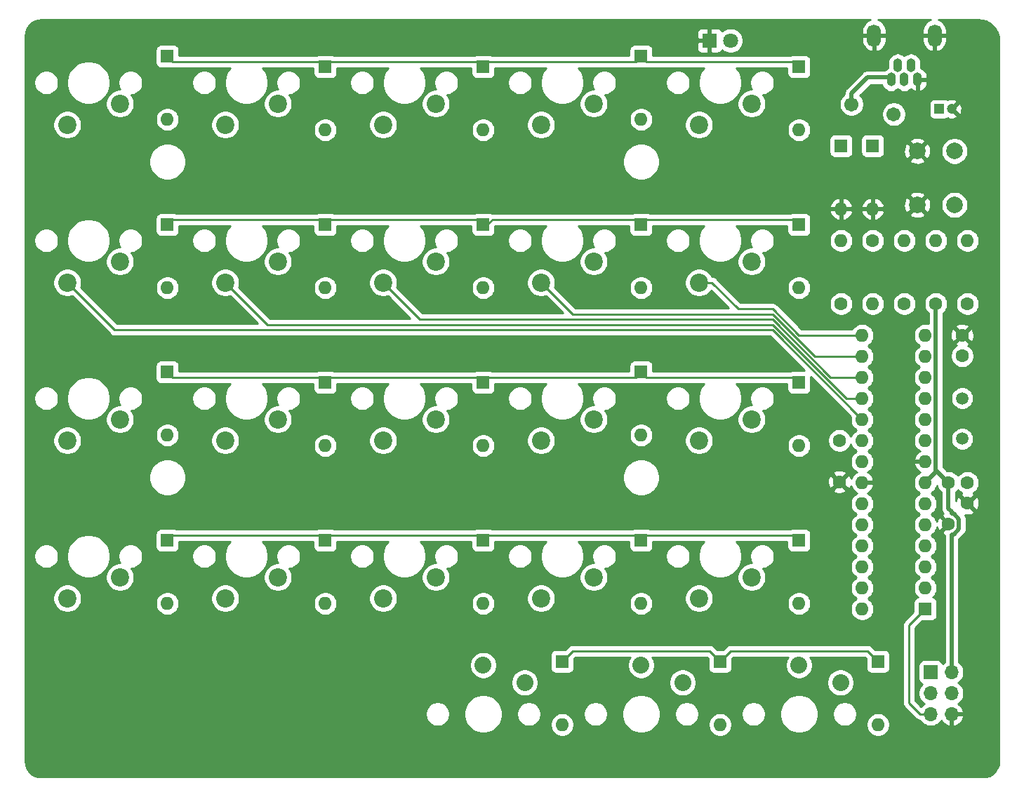
<source format=gbr>
%TF.GenerationSoftware,KiCad,Pcbnew,(5.1.7-0-10_14)*%
%TF.CreationDate,2020-11-02T16:42:48+08:00*%
%TF.ProjectId,GreenCircuit,47726565-6e43-4697-9263-7569742e6b69,v0.6*%
%TF.SameCoordinates,Original*%
%TF.FileFunction,Copper,L2,Bot*%
%TF.FilePolarity,Positive*%
%FSLAX46Y46*%
G04 Gerber Fmt 4.6, Leading zero omitted, Abs format (unit mm)*
G04 Created by KiCad (PCBNEW (5.1.7-0-10_14)) date 2020-11-02 16:42:48*
%MOMM*%
%LPD*%
G01*
G04 APERTURE LIST*
%TA.AperFunction,ComponentPad*%
%ADD10O,1.600000X1.600000*%
%TD*%
%TA.AperFunction,ComponentPad*%
%ADD11R,1.600000X1.600000*%
%TD*%
%TA.AperFunction,ComponentPad*%
%ADD12C,2.200000*%
%TD*%
%TA.AperFunction,ComponentPad*%
%ADD13C,1.800000*%
%TD*%
%TA.AperFunction,ComponentPad*%
%ADD14R,1.800000X1.800000*%
%TD*%
%TA.AperFunction,ComponentPad*%
%ADD15C,1.600000*%
%TD*%
%TA.AperFunction,ComponentPad*%
%ADD16C,2.000000*%
%TD*%
%TA.AperFunction,ComponentPad*%
%ADD17R,1.700000X1.700000*%
%TD*%
%TA.AperFunction,ComponentPad*%
%ADD18O,1.700000X1.700000*%
%TD*%
%TA.AperFunction,ComponentPad*%
%ADD19O,1.700000X2.700000*%
%TD*%
%TA.AperFunction,ComponentPad*%
%ADD20O,1.100000X1.650000*%
%TD*%
%TA.AperFunction,ComponentPad*%
%ADD21C,2.032000*%
%TD*%
%TA.AperFunction,ComponentPad*%
%ADD22C,1.710000*%
%TD*%
%TA.AperFunction,ComponentPad*%
%ADD23C,1.500000*%
%TD*%
%TA.AperFunction,ComponentPad*%
%ADD24C,1.200000*%
%TD*%
%TA.AperFunction,ComponentPad*%
%ADD25R,1.200000X1.200000*%
%TD*%
%TA.AperFunction,Conductor*%
%ADD26C,0.500000*%
%TD*%
%TA.AperFunction,Conductor*%
%ADD27C,0.250000*%
%TD*%
%TA.AperFunction,Conductor*%
%ADD28C,0.254000*%
%TD*%
%TA.AperFunction,Conductor*%
%ADD29C,0.100000*%
%TD*%
G04 APERTURE END LIST*
D10*
%TO.P,D15,2*%
%TO.N,Net-(D15-Pad2)*%
X171025000Y-110315000D03*
D11*
%TO.P,D15,1*%
%TO.N,Row2*%
X171025000Y-102695000D03*
%TD*%
D12*
%TO.P,SW15,2*%
%TO.N,Net-(D15-Pad2)*%
X165310000Y-107140000D03*
%TO.P,SW15,1*%
%TO.N,Col4*%
X158960000Y-109680000D03*
%TD*%
D13*
%TO.P,D26,2*%
%TO.N,Net-(D26-Pad2)*%
X162770000Y-61420000D03*
D14*
%TO.P,D26,1*%
%TO.N,GND*%
X160230000Y-61420000D03*
%TD*%
D10*
%TO.P,R1,2*%
%TO.N,/DP*%
X183725000Y-85550000D03*
D15*
%TO.P,R1,1*%
%TO.N,D+*%
X183725000Y-93170000D03*
%TD*%
D10*
%TO.P,R2,2*%
%TO.N,D-*%
X179915000Y-93170000D03*
D15*
%TO.P,R2,1*%
%TO.N,/DN*%
X179915000Y-85550000D03*
%TD*%
D10*
%TO.P,R3,2*%
%TO.N,/DN*%
X176105000Y-85550000D03*
D15*
%TO.P,R3,1*%
%TO.N,+5V*%
X176105000Y-93170000D03*
%TD*%
D10*
%TO.P,R5,2*%
%TO.N,Reset*%
X187535000Y-85550000D03*
D15*
%TO.P,R5,1*%
%TO.N,+5V*%
X187535000Y-93170000D03*
%TD*%
D10*
%TO.P,R6,2*%
%TO.N,Net-(D26-Pad2)*%
X191345000Y-85550000D03*
D15*
%TO.P,R6,1*%
%TO.N,Net-(R6-Pad1)*%
X191345000Y-93170000D03*
%TD*%
D16*
%TO.P,Reset1,1*%
%TO.N,Reset*%
X189785000Y-81255000D03*
%TO.P,Reset1,2*%
%TO.N,GND*%
X185285000Y-81255000D03*
%TO.P,Reset1,1*%
%TO.N,Reset*%
X189785000Y-74755000D03*
%TO.P,Reset1,2*%
%TO.N,GND*%
X185285000Y-74755000D03*
%TD*%
D17*
%TO.P,J2,1*%
%TO.N,Col1*%
X186900000Y-137635000D03*
D18*
%TO.P,J2,2*%
%TO.N,+5V*%
X189440000Y-137635000D03*
%TO.P,J2,3*%
%TO.N,Col0*%
X186900000Y-140175000D03*
%TO.P,J2,4*%
%TO.N,Col2*%
X189440000Y-140175000D03*
%TO.P,J2,5*%
%TO.N,Reset*%
X186900000Y-142715000D03*
%TO.P,J2,6*%
%TO.N,GND*%
X189440000Y-142715000D03*
%TD*%
D19*
%TO.P,J1,6*%
%TO.N,GND*%
X180075000Y-60815000D03*
X187375000Y-60815000D03*
D20*
%TO.P,J1,2*%
%TO.N,/DN*%
X182925000Y-64390000D03*
%TO.P,J1,4*%
%TO.N,N/C*%
X184525000Y-64390000D03*
%TO.P,J1,1*%
%TO.N,Net-(F1-Pad2)*%
X182125000Y-66140000D03*
%TO.P,J1,5*%
%TO.N,GND*%
X185325000Y-66140000D03*
%TO.P,J1,3*%
%TO.N,/DP*%
X183725000Y-66140000D03*
%TD*%
D21*
%TO.P,SW22,2*%
%TO.N,Net-(D22-Pad2)*%
X156975000Y-138900000D03*
%TO.P,SW22,1*%
%TO.N,Col3*%
X151975000Y-136800000D03*
%TD*%
%TO.P,SW23,2*%
%TO.N,Net-(D23-Pad2)*%
X176025000Y-138900000D03*
%TO.P,SW23,1*%
%TO.N,Col4*%
X171025000Y-136800000D03*
%TD*%
%TO.P,SW21,2*%
%TO.N,Net-(D21-Pad2)*%
X137925000Y-138900000D03*
%TO.P,SW21,1*%
%TO.N,Col2*%
X132925000Y-136800000D03*
%TD*%
D12*
%TO.P,SW20,2*%
%TO.N,Net-(D20-Pad2)*%
X165310000Y-126190000D03*
%TO.P,SW20,1*%
%TO.N,Col4*%
X158960000Y-128730000D03*
%TD*%
%TO.P,SW19,2*%
%TO.N,Net-(D19-Pad2)*%
X146260000Y-126190000D03*
%TO.P,SW19,1*%
%TO.N,Col3*%
X139910000Y-128730000D03*
%TD*%
%TO.P,SW18,2*%
%TO.N,Net-(D18-Pad2)*%
X127210000Y-126190000D03*
%TO.P,SW18,1*%
%TO.N,Col2*%
X120860000Y-128730000D03*
%TD*%
%TO.P,SW17,2*%
%TO.N,Net-(D17-Pad2)*%
X108160000Y-126190000D03*
%TO.P,SW17,1*%
%TO.N,Col1*%
X101810000Y-128730000D03*
%TD*%
%TO.P,SW16,2*%
%TO.N,Net-(D16-Pad2)*%
X89110000Y-126190000D03*
%TO.P,SW16,1*%
%TO.N,Col0*%
X82760000Y-128730000D03*
%TD*%
%TO.P,SW14,2*%
%TO.N,Net-(D14-Pad2)*%
X146260000Y-107140000D03*
%TO.P,SW14,1*%
%TO.N,Col3*%
X139910000Y-109680000D03*
%TD*%
%TO.P,SW13,2*%
%TO.N,Net-(D13-Pad2)*%
X127210000Y-107140000D03*
%TO.P,SW13,1*%
%TO.N,Col2*%
X120860000Y-109680000D03*
%TD*%
%TO.P,SW12,2*%
%TO.N,Net-(D12-Pad2)*%
X108160000Y-107140000D03*
%TO.P,SW12,1*%
%TO.N,Col1*%
X101810000Y-109680000D03*
%TD*%
%TO.P,SW11,2*%
%TO.N,Net-(D11-Pad2)*%
X89110000Y-107140000D03*
%TO.P,SW11,1*%
%TO.N,Col0*%
X82760000Y-109680000D03*
%TD*%
%TO.P,SW10,2*%
%TO.N,Net-(D10-Pad2)*%
X165310000Y-88090000D03*
%TO.P,SW10,1*%
%TO.N,Col4*%
X158960000Y-90630000D03*
%TD*%
%TO.P,SW9,2*%
%TO.N,Net-(D9-Pad2)*%
X146260000Y-88090000D03*
%TO.P,SW9,1*%
%TO.N,Col3*%
X139910000Y-90630000D03*
%TD*%
%TO.P,SW8,2*%
%TO.N,Net-(D8-Pad2)*%
X127210000Y-88090000D03*
%TO.P,SW8,1*%
%TO.N,Col2*%
X120860000Y-90630000D03*
%TD*%
%TO.P,SW7,2*%
%TO.N,Net-(D7-Pad2)*%
X108160000Y-88090000D03*
%TO.P,SW7,1*%
%TO.N,Col1*%
X101810000Y-90630000D03*
%TD*%
%TO.P,SW6,2*%
%TO.N,Net-(D6-Pad2)*%
X89110000Y-88090000D03*
%TO.P,SW6,1*%
%TO.N,Col0*%
X82760000Y-90630000D03*
%TD*%
%TO.P,SW5,2*%
%TO.N,Net-(D5-Pad2)*%
X165310000Y-69040000D03*
%TO.P,SW5,1*%
%TO.N,Col4*%
X158960000Y-71580000D03*
%TD*%
%TO.P,SW4,2*%
%TO.N,Net-(D4-Pad2)*%
X146260000Y-69040000D03*
%TO.P,SW4,1*%
%TO.N,Col3*%
X139910000Y-71580000D03*
%TD*%
%TO.P,SW3,2*%
%TO.N,Net-(D3-Pad2)*%
X127210000Y-69040000D03*
%TO.P,SW3,1*%
%TO.N,Col2*%
X120860000Y-71580000D03*
%TD*%
%TO.P,SW2,2*%
%TO.N,Net-(D2-Pad2)*%
X108160000Y-69040000D03*
%TO.P,SW2,1*%
%TO.N,Col1*%
X101810000Y-71580000D03*
%TD*%
%TO.P,SW1,2*%
%TO.N,Net-(D1-Pad2)*%
X89110000Y-69040000D03*
%TO.P,SW1,1*%
%TO.N,Col0*%
X82760000Y-71580000D03*
%TD*%
D10*
%TO.P,D23,2*%
%TO.N,Net-(D23-Pad2)*%
X180550000Y-143970000D03*
D11*
%TO.P,D23,1*%
%TO.N,Row4*%
X180550000Y-136350000D03*
%TD*%
D10*
%TO.P,D22,2*%
%TO.N,Net-(D22-Pad2)*%
X161500000Y-143970000D03*
D11*
%TO.P,D22,1*%
%TO.N,Row4*%
X161500000Y-136350000D03*
%TD*%
D10*
%TO.P,D21,2*%
%TO.N,Net-(D21-Pad2)*%
X142450000Y-143970000D03*
D11*
%TO.P,D21,1*%
%TO.N,Row4*%
X142450000Y-136350000D03*
%TD*%
D10*
%TO.P,D20,2*%
%TO.N,Net-(D20-Pad2)*%
X171025000Y-129365000D03*
D11*
%TO.P,D20,1*%
%TO.N,Row3*%
X171025000Y-121745000D03*
%TD*%
D10*
%TO.P,D19,2*%
%TO.N,Net-(D19-Pad2)*%
X151975000Y-129365000D03*
D11*
%TO.P,D19,1*%
%TO.N,Row3*%
X151975000Y-121745000D03*
%TD*%
D10*
%TO.P,D18,2*%
%TO.N,Net-(D18-Pad2)*%
X132925000Y-129365000D03*
D11*
%TO.P,D18,1*%
%TO.N,Row3*%
X132925000Y-121745000D03*
%TD*%
D10*
%TO.P,D17,2*%
%TO.N,Net-(D17-Pad2)*%
X113875000Y-129365000D03*
D11*
%TO.P,D17,1*%
%TO.N,Row3*%
X113875000Y-121745000D03*
%TD*%
D10*
%TO.P,D16,2*%
%TO.N,Net-(D16-Pad2)*%
X94825000Y-129365000D03*
D11*
%TO.P,D16,1*%
%TO.N,Row3*%
X94825000Y-121745000D03*
%TD*%
D10*
%TO.P,D14,2*%
%TO.N,Net-(D14-Pad2)*%
X151975000Y-109045000D03*
D11*
%TO.P,D14,1*%
%TO.N,Row2*%
X151975000Y-101425000D03*
%TD*%
D10*
%TO.P,D13,2*%
%TO.N,Net-(D13-Pad2)*%
X132925000Y-110315000D03*
D11*
%TO.P,D13,1*%
%TO.N,Row2*%
X132925000Y-102695000D03*
%TD*%
D10*
%TO.P,D12,2*%
%TO.N,Net-(D12-Pad2)*%
X113875000Y-110315000D03*
D11*
%TO.P,D12,1*%
%TO.N,Row2*%
X113875000Y-102695000D03*
%TD*%
D10*
%TO.P,D11,2*%
%TO.N,Net-(D11-Pad2)*%
X94825000Y-109045000D03*
D11*
%TO.P,D11,1*%
%TO.N,Row2*%
X94825000Y-101425000D03*
%TD*%
D10*
%TO.P,D10,2*%
%TO.N,Net-(D10-Pad2)*%
X171025000Y-91265000D03*
D11*
%TO.P,D10,1*%
%TO.N,Row1*%
X171025000Y-83645000D03*
%TD*%
D10*
%TO.P,D9,2*%
%TO.N,Net-(D9-Pad2)*%
X151975000Y-91265000D03*
D11*
%TO.P,D9,1*%
%TO.N,Row1*%
X151975000Y-83645000D03*
%TD*%
D10*
%TO.P,D8,2*%
%TO.N,Net-(D8-Pad2)*%
X132925000Y-91265000D03*
D11*
%TO.P,D8,1*%
%TO.N,Row1*%
X132925000Y-83645000D03*
%TD*%
D10*
%TO.P,D7,2*%
%TO.N,Net-(D7-Pad2)*%
X113875000Y-91265000D03*
D11*
%TO.P,D7,1*%
%TO.N,Row1*%
X113875000Y-83645000D03*
%TD*%
D10*
%TO.P,D6,2*%
%TO.N,Net-(D6-Pad2)*%
X94825000Y-91265000D03*
D11*
%TO.P,D6,1*%
%TO.N,Row1*%
X94825000Y-83645000D03*
%TD*%
D10*
%TO.P,D5,2*%
%TO.N,Net-(D5-Pad2)*%
X171025000Y-72215000D03*
D11*
%TO.P,D5,1*%
%TO.N,Row0*%
X171025000Y-64595000D03*
%TD*%
D10*
%TO.P,D4,2*%
%TO.N,Net-(D4-Pad2)*%
X151975000Y-70945000D03*
D11*
%TO.P,D4,1*%
%TO.N,Row0*%
X151975000Y-63325000D03*
%TD*%
D10*
%TO.P,D3,2*%
%TO.N,Net-(D3-Pad2)*%
X132925000Y-72215000D03*
D11*
%TO.P,D3,1*%
%TO.N,Row0*%
X132925000Y-64595000D03*
%TD*%
D10*
%TO.P,D2,2*%
%TO.N,Net-(D2-Pad2)*%
X113875000Y-72215000D03*
D11*
%TO.P,D2,1*%
%TO.N,Row0*%
X113875000Y-64595000D03*
%TD*%
D10*
%TO.P,D1,2*%
%TO.N,Net-(D1-Pad2)*%
X94825000Y-70945000D03*
D11*
%TO.P,D1,1*%
%TO.N,Row0*%
X94825000Y-63325000D03*
%TD*%
D10*
%TO.P,U1,28*%
%TO.N,N/C*%
X178645000Y-130000000D03*
%TO.P,U1,14*%
X186265000Y-96980000D03*
%TO.P,U1,27*%
%TO.N,Row4*%
X178645000Y-127460000D03*
%TO.P,U1,13*%
%TO.N,N/C*%
X186265000Y-99520000D03*
%TO.P,U1,26*%
%TO.N,Row3*%
X178645000Y-124920000D03*
%TO.P,U1,12*%
%TO.N,Net-(R6-Pad1)*%
X186265000Y-102060000D03*
%TO.P,U1,25*%
%TO.N,Row2*%
X178645000Y-122380000D03*
%TO.P,U1,11*%
%TO.N,N/C*%
X186265000Y-104600000D03*
%TO.P,U1,24*%
%TO.N,Row1*%
X178645000Y-119840000D03*
%TO.P,U1,10*%
%TO.N,Net-(C1-Pad2)*%
X186265000Y-107140000D03*
%TO.P,U1,23*%
%TO.N,Row0*%
X178645000Y-117300000D03*
%TO.P,U1,9*%
%TO.N,Net-(C2-Pad2)*%
X186265000Y-109680000D03*
%TO.P,U1,22*%
%TO.N,GND*%
X178645000Y-114760000D03*
%TO.P,U1,8*%
X186265000Y-112220000D03*
%TO.P,U1,21*%
%TO.N,N/C*%
X178645000Y-112220000D03*
%TO.P,U1,7*%
%TO.N,+5V*%
X186265000Y-114760000D03*
%TO.P,U1,20*%
X178645000Y-109680000D03*
%TO.P,U1,6*%
%TO.N,N/C*%
X186265000Y-117300000D03*
%TO.P,U1,19*%
%TO.N,Col0*%
X178645000Y-107140000D03*
%TO.P,U1,5*%
%TO.N,N/C*%
X186265000Y-119840000D03*
%TO.P,U1,18*%
%TO.N,Col1*%
X178645000Y-104600000D03*
%TO.P,U1,4*%
%TO.N,D+*%
X186265000Y-122380000D03*
%TO.P,U1,17*%
%TO.N,Col2*%
X178645000Y-102060000D03*
%TO.P,U1,3*%
%TO.N,D-*%
X186265000Y-124920000D03*
%TO.P,U1,16*%
%TO.N,Col3*%
X178645000Y-99520000D03*
%TO.P,U1,2*%
%TO.N,N/C*%
X186265000Y-127460000D03*
%TO.P,U1,15*%
%TO.N,Col4*%
X178645000Y-96980000D03*
D11*
%TO.P,U1,1*%
%TO.N,Reset*%
X186265000Y-130000000D03*
%TD*%
D22*
%TO.P,F1,2*%
%TO.N,Net-(F1-Pad2)*%
X177355000Y-69110000D03*
%TO.P,F1,1*%
%TO.N,+5V*%
X182455000Y-70310000D03*
%TD*%
D23*
%TO.P,Y1,2*%
%TO.N,Net-(C1-Pad2)*%
X190710000Y-104600000D03*
%TO.P,Y1,1*%
%TO.N,Net-(C2-Pad2)*%
X190710000Y-109480000D03*
%TD*%
D10*
%TO.P,D25,2*%
%TO.N,GND*%
X176105000Y-81740000D03*
D11*
%TO.P,D25,1*%
%TO.N,/DN*%
X176105000Y-74120000D03*
%TD*%
D10*
%TO.P,D24,2*%
%TO.N,GND*%
X179915000Y-81740000D03*
D11*
%TO.P,D24,1*%
%TO.N,/DP*%
X179915000Y-74120000D03*
%TD*%
D15*
%TO.P,C5,2*%
%TO.N,GND*%
X175914500Y-114680000D03*
%TO.P,C5,1*%
%TO.N,+5V*%
X175914500Y-109680000D03*
%TD*%
%TO.P,C4,2*%
%TO.N,GND*%
X189059000Y-119760000D03*
%TO.P,C4,1*%
%TO.N,+5V*%
X189059000Y-114760000D03*
%TD*%
D24*
%TO.P,C3,2*%
%TO.N,GND*%
X189440000Y-69675000D03*
D25*
%TO.P,C3,1*%
%TO.N,+5V*%
X187940000Y-69675000D03*
%TD*%
D15*
%TO.P,C2,2*%
%TO.N,Net-(C2-Pad2)*%
X191345000Y-114760000D03*
%TO.P,C2,1*%
%TO.N,GND*%
X191345000Y-117260000D03*
%TD*%
%TO.P,C1,2*%
%TO.N,Net-(C1-Pad2)*%
X190710000Y-99480000D03*
%TO.P,C1,1*%
%TO.N,GND*%
X190710000Y-96980000D03*
%TD*%
D26*
%TO.N,+5V*%
X187535000Y-113236000D02*
X189059000Y-114760000D01*
X187535000Y-93170000D02*
X187535000Y-113236000D01*
X187535000Y-113490000D02*
X187535000Y-113236000D01*
X186265000Y-114760000D02*
X187535000Y-113490000D01*
X189440000Y-121010001D02*
X189440000Y-137635000D01*
X190309001Y-120360001D02*
X189659001Y-121010001D01*
X190309001Y-119159999D02*
X190309001Y-120360001D01*
X189659001Y-121010001D02*
X189440000Y-121010001D01*
X189440000Y-118509999D02*
X189659001Y-118509999D01*
X189659001Y-118509999D02*
X190309001Y-119159999D01*
X189059000Y-114760000D02*
X189059000Y-117909998D01*
X189440000Y-118290998D02*
X189440000Y-118509999D01*
X189059000Y-117909998D02*
X189440000Y-118290998D01*
D27*
%TO.N,Row0*%
X152610000Y-63960000D02*
X151975000Y-63325000D01*
X170390000Y-63960000D02*
X152610000Y-63960000D01*
X171025000Y-64595000D02*
X170390000Y-63960000D01*
X132290000Y-63960000D02*
X132925000Y-64595000D01*
X114510000Y-63960000D02*
X132290000Y-63960000D01*
X113875000Y-64595000D02*
X114510000Y-63960000D01*
X151340000Y-63960000D02*
X133560000Y-63960000D01*
X133560000Y-63960000D02*
X132925000Y-64595000D01*
X151975000Y-63325000D02*
X151340000Y-63960000D01*
X95460000Y-63960000D02*
X94825000Y-63325000D01*
X113240000Y-63960000D02*
X95460000Y-63960000D01*
X113875000Y-64595000D02*
X113240000Y-63960000D01*
%TO.N,Row1*%
X151340000Y-83010000D02*
X151975000Y-83645000D01*
X134068000Y-83010000D02*
X151340000Y-83010000D01*
X133433000Y-83645000D02*
X134068000Y-83010000D01*
X132925000Y-83645000D02*
X133433000Y-83645000D01*
X170390000Y-83010000D02*
X171025000Y-83645000D01*
X152610000Y-83010000D02*
X170390000Y-83010000D01*
X151975000Y-83645000D02*
X152610000Y-83010000D01*
X113240000Y-83010000D02*
X113875000Y-83645000D01*
X95460000Y-83010000D02*
X113240000Y-83010000D01*
X94825000Y-83645000D02*
X95460000Y-83010000D01*
X132290000Y-83010000D02*
X132925000Y-83645000D01*
X114510000Y-83010000D02*
X132290000Y-83010000D01*
X113875000Y-83645000D02*
X114510000Y-83010000D01*
%TO.N,Row2*%
X133560000Y-102060000D02*
X132925000Y-102695000D01*
X151340000Y-102060000D02*
X133560000Y-102060000D01*
X151975000Y-101425000D02*
X151340000Y-102060000D01*
X152610000Y-102060000D02*
X151975000Y-101425000D01*
X170390000Y-102060000D02*
X152610000Y-102060000D01*
X171025000Y-102695000D02*
X170390000Y-102060000D01*
X95460000Y-102060000D02*
X94825000Y-101425000D01*
X113240000Y-102060000D02*
X95460000Y-102060000D01*
X113875000Y-102695000D02*
X113240000Y-102060000D01*
X114510000Y-102060000D02*
X113875000Y-102695000D01*
X132290000Y-102060000D02*
X114510000Y-102060000D01*
X132925000Y-102695000D02*
X132290000Y-102060000D01*
%TO.N,Row4*%
X160230000Y-135080000D02*
X161500000Y-136350000D01*
X143720000Y-135080000D02*
X160230000Y-135080000D01*
X142450000Y-136350000D02*
X143720000Y-135080000D01*
X179280000Y-135080000D02*
X180550000Y-136350000D01*
X162770000Y-135080000D02*
X179280000Y-135080000D01*
X161500000Y-136350000D02*
X162770000Y-135080000D01*
%TO.N,Reset*%
X184296500Y-131968500D02*
X186265000Y-130000000D01*
X184296500Y-141366500D02*
X184296500Y-131968500D01*
X185645000Y-142715000D02*
X184296500Y-141366500D01*
X186900000Y-142715000D02*
X185645000Y-142715000D01*
%TO.N,Col0*%
X178645000Y-107140000D02*
X178639360Y-107140000D01*
X178639360Y-107140000D02*
X167844360Y-96345000D01*
X167844360Y-96345000D02*
X88475000Y-96345000D01*
X88475000Y-96345000D02*
X82760000Y-90630000D01*
%TO.N,Col1*%
X167845770Y-95710000D02*
X106890000Y-95710000D01*
X176735770Y-104600000D02*
X167845770Y-95710000D01*
X178645000Y-104600000D02*
X176735770Y-104600000D01*
X106890000Y-95710000D02*
X101810000Y-90630000D01*
%TO.N,Col2*%
X125305000Y-95075000D02*
X120860000Y-90630000D01*
X167847180Y-95075000D02*
X125305000Y-95075000D01*
X174832180Y-102060000D02*
X167847180Y-95075000D01*
X178645000Y-102060000D02*
X174832180Y-102060000D01*
%TO.N,Col3*%
X143720000Y-94440000D02*
X139910000Y-90630000D01*
X172928590Y-99520000D02*
X167848590Y-94440000D01*
X178645000Y-99520000D02*
X172928590Y-99520000D01*
X167848590Y-94440000D02*
X143720000Y-94440000D01*
%TO.N,Col4*%
X160515634Y-90630000D02*
X158960000Y-90630000D01*
X171025000Y-96980000D02*
X167850000Y-93805000D01*
X178645000Y-96980000D02*
X171025000Y-96980000D01*
X167850000Y-93805000D02*
X163690634Y-93805000D01*
X163690634Y-93805000D02*
X160515634Y-90630000D01*
D26*
%TO.N,Net-(F1-Pad2)*%
X179305000Y-65865000D02*
X177355000Y-67815000D01*
X181795000Y-65865000D02*
X179305000Y-65865000D01*
X177355000Y-67815000D02*
X177355000Y-69110000D01*
X182125000Y-66195000D02*
X181795000Y-65865000D01*
D27*
%TO.N,Row3*%
X170390000Y-121110000D02*
X171025000Y-121745000D01*
X152610000Y-121110000D02*
X170390000Y-121110000D01*
X151975000Y-121745000D02*
X152610000Y-121110000D01*
X151340000Y-121110000D02*
X151975000Y-121745000D01*
X133560000Y-121110000D02*
X151340000Y-121110000D01*
X132925000Y-121745000D02*
X133560000Y-121110000D01*
X132290000Y-121110000D02*
X132925000Y-121745000D01*
X114510000Y-121110000D02*
X132290000Y-121110000D01*
X113875000Y-121745000D02*
X114510000Y-121110000D01*
X95460000Y-121110000D02*
X113240000Y-121110000D01*
X113240000Y-121110000D02*
X113875000Y-121745000D01*
X94825000Y-121745000D02*
X95460000Y-121110000D01*
%TD*%
D28*
%TO.N,GND*%
X179355574Y-59009709D02*
X179114748Y-59175143D01*
X178910824Y-59384381D01*
X178751639Y-59629382D01*
X178643310Y-59900731D01*
X178590000Y-60188000D01*
X178590000Y-60688000D01*
X179948000Y-60688000D01*
X179948000Y-60668000D01*
X180202000Y-60668000D01*
X180202000Y-60688000D01*
X181560000Y-60688000D01*
X181560000Y-60188000D01*
X181506690Y-59900731D01*
X181398361Y-59629382D01*
X181239176Y-59384381D01*
X181035252Y-59175143D01*
X180794426Y-59009709D01*
X180550555Y-58905000D01*
X186899445Y-58905000D01*
X186655574Y-59009709D01*
X186414748Y-59175143D01*
X186210824Y-59384381D01*
X186051639Y-59629382D01*
X185943310Y-59900731D01*
X185890000Y-60188000D01*
X185890000Y-60688000D01*
X187248000Y-60688000D01*
X187248000Y-60668000D01*
X187502000Y-60668000D01*
X187502000Y-60688000D01*
X188860000Y-60688000D01*
X188860000Y-60188000D01*
X188806690Y-59900731D01*
X188698361Y-59629382D01*
X188539176Y-59384381D01*
X188335252Y-59175143D01*
X188094426Y-59009709D01*
X187850555Y-58905000D01*
X192582722Y-58905000D01*
X193102884Y-58956002D01*
X193572188Y-59097694D01*
X194005025Y-59327837D01*
X194384927Y-59637678D01*
X194697403Y-60015397D01*
X194930569Y-60446627D01*
X195075532Y-60914928D01*
X195130001Y-61433163D01*
X195130000Y-148382721D01*
X195091091Y-148779545D01*
X194985220Y-149130206D01*
X194813257Y-149453623D01*
X194581748Y-149737482D01*
X194299514Y-149970965D01*
X193977304Y-150145184D01*
X193627385Y-150253502D01*
X193232557Y-150295000D01*
X79617279Y-150295000D01*
X79220455Y-150256091D01*
X78869794Y-150150220D01*
X78546377Y-149978257D01*
X78262518Y-149746748D01*
X78029035Y-149464514D01*
X77854816Y-149142304D01*
X77746498Y-148792385D01*
X77705000Y-148397557D01*
X77705000Y-142553652D01*
X125939100Y-142553652D01*
X125939100Y-142846348D01*
X125996202Y-143133421D01*
X126108212Y-143403838D01*
X126270826Y-143647206D01*
X126477794Y-143854174D01*
X126721162Y-144016788D01*
X126991579Y-144128798D01*
X127278652Y-144185900D01*
X127571348Y-144185900D01*
X127858421Y-144128798D01*
X128128838Y-144016788D01*
X128372206Y-143854174D01*
X128579174Y-143647206D01*
X128741788Y-143403838D01*
X128853798Y-143133421D01*
X128910900Y-142846348D01*
X128910900Y-142553652D01*
X128893982Y-142468594D01*
X130575500Y-142468594D01*
X130575500Y-142931406D01*
X130665790Y-143385324D01*
X130842900Y-143812905D01*
X131100024Y-144197719D01*
X131427281Y-144524976D01*
X131812095Y-144782100D01*
X132239676Y-144959210D01*
X132693594Y-145049500D01*
X133156406Y-145049500D01*
X133610324Y-144959210D01*
X134037905Y-144782100D01*
X134422719Y-144524976D01*
X134749976Y-144197719D01*
X135007100Y-143812905D01*
X135184210Y-143385324D01*
X135274500Y-142931406D01*
X135274500Y-142553652D01*
X136939100Y-142553652D01*
X136939100Y-142846348D01*
X136996202Y-143133421D01*
X137108212Y-143403838D01*
X137270826Y-143647206D01*
X137477794Y-143854174D01*
X137721162Y-144016788D01*
X137991579Y-144128798D01*
X138278652Y-144185900D01*
X138571348Y-144185900D01*
X138858421Y-144128798D01*
X139128838Y-144016788D01*
X139372206Y-143854174D01*
X139397715Y-143828665D01*
X141015000Y-143828665D01*
X141015000Y-144111335D01*
X141070147Y-144388574D01*
X141178320Y-144649727D01*
X141335363Y-144884759D01*
X141535241Y-145084637D01*
X141770273Y-145241680D01*
X142031426Y-145349853D01*
X142308665Y-145405000D01*
X142591335Y-145405000D01*
X142868574Y-145349853D01*
X143129727Y-145241680D01*
X143364759Y-145084637D01*
X143564637Y-144884759D01*
X143721680Y-144649727D01*
X143829853Y-144388574D01*
X143885000Y-144111335D01*
X143885000Y-143828665D01*
X143829853Y-143551426D01*
X143721680Y-143290273D01*
X143564637Y-143055241D01*
X143364759Y-142855363D01*
X143129727Y-142698320D01*
X142868574Y-142590147D01*
X142685104Y-142553652D01*
X144989100Y-142553652D01*
X144989100Y-142846348D01*
X145046202Y-143133421D01*
X145158212Y-143403838D01*
X145320826Y-143647206D01*
X145527794Y-143854174D01*
X145771162Y-144016788D01*
X146041579Y-144128798D01*
X146328652Y-144185900D01*
X146621348Y-144185900D01*
X146908421Y-144128798D01*
X147178838Y-144016788D01*
X147422206Y-143854174D01*
X147629174Y-143647206D01*
X147791788Y-143403838D01*
X147903798Y-143133421D01*
X147960900Y-142846348D01*
X147960900Y-142553652D01*
X147943982Y-142468594D01*
X149625500Y-142468594D01*
X149625500Y-142931406D01*
X149715790Y-143385324D01*
X149892900Y-143812905D01*
X150150024Y-144197719D01*
X150477281Y-144524976D01*
X150862095Y-144782100D01*
X151289676Y-144959210D01*
X151743594Y-145049500D01*
X152206406Y-145049500D01*
X152660324Y-144959210D01*
X153087905Y-144782100D01*
X153472719Y-144524976D01*
X153799976Y-144197719D01*
X154057100Y-143812905D01*
X154234210Y-143385324D01*
X154324500Y-142931406D01*
X154324500Y-142553652D01*
X155989100Y-142553652D01*
X155989100Y-142846348D01*
X156046202Y-143133421D01*
X156158212Y-143403838D01*
X156320826Y-143647206D01*
X156527794Y-143854174D01*
X156771162Y-144016788D01*
X157041579Y-144128798D01*
X157328652Y-144185900D01*
X157621348Y-144185900D01*
X157908421Y-144128798D01*
X158178838Y-144016788D01*
X158422206Y-143854174D01*
X158447715Y-143828665D01*
X160065000Y-143828665D01*
X160065000Y-144111335D01*
X160120147Y-144388574D01*
X160228320Y-144649727D01*
X160385363Y-144884759D01*
X160585241Y-145084637D01*
X160820273Y-145241680D01*
X161081426Y-145349853D01*
X161358665Y-145405000D01*
X161641335Y-145405000D01*
X161918574Y-145349853D01*
X162179727Y-145241680D01*
X162414759Y-145084637D01*
X162614637Y-144884759D01*
X162771680Y-144649727D01*
X162879853Y-144388574D01*
X162935000Y-144111335D01*
X162935000Y-143828665D01*
X162879853Y-143551426D01*
X162771680Y-143290273D01*
X162614637Y-143055241D01*
X162414759Y-142855363D01*
X162179727Y-142698320D01*
X161918574Y-142590147D01*
X161735104Y-142553652D01*
X164039100Y-142553652D01*
X164039100Y-142846348D01*
X164096202Y-143133421D01*
X164208212Y-143403838D01*
X164370826Y-143647206D01*
X164577794Y-143854174D01*
X164821162Y-144016788D01*
X165091579Y-144128798D01*
X165378652Y-144185900D01*
X165671348Y-144185900D01*
X165958421Y-144128798D01*
X166228838Y-144016788D01*
X166472206Y-143854174D01*
X166679174Y-143647206D01*
X166841788Y-143403838D01*
X166953798Y-143133421D01*
X167010900Y-142846348D01*
X167010900Y-142553652D01*
X166993982Y-142468594D01*
X168675500Y-142468594D01*
X168675500Y-142931406D01*
X168765790Y-143385324D01*
X168942900Y-143812905D01*
X169200024Y-144197719D01*
X169527281Y-144524976D01*
X169912095Y-144782100D01*
X170339676Y-144959210D01*
X170793594Y-145049500D01*
X171256406Y-145049500D01*
X171710324Y-144959210D01*
X172137905Y-144782100D01*
X172522719Y-144524976D01*
X172849976Y-144197719D01*
X173107100Y-143812905D01*
X173284210Y-143385324D01*
X173374500Y-142931406D01*
X173374500Y-142553652D01*
X175039100Y-142553652D01*
X175039100Y-142846348D01*
X175096202Y-143133421D01*
X175208212Y-143403838D01*
X175370826Y-143647206D01*
X175577794Y-143854174D01*
X175821162Y-144016788D01*
X176091579Y-144128798D01*
X176378652Y-144185900D01*
X176671348Y-144185900D01*
X176958421Y-144128798D01*
X177228838Y-144016788D01*
X177472206Y-143854174D01*
X177497715Y-143828665D01*
X179115000Y-143828665D01*
X179115000Y-144111335D01*
X179170147Y-144388574D01*
X179278320Y-144649727D01*
X179435363Y-144884759D01*
X179635241Y-145084637D01*
X179870273Y-145241680D01*
X180131426Y-145349853D01*
X180408665Y-145405000D01*
X180691335Y-145405000D01*
X180968574Y-145349853D01*
X181229727Y-145241680D01*
X181464759Y-145084637D01*
X181664637Y-144884759D01*
X181821680Y-144649727D01*
X181929853Y-144388574D01*
X181985000Y-144111335D01*
X181985000Y-143828665D01*
X181929853Y-143551426D01*
X181821680Y-143290273D01*
X181664637Y-143055241D01*
X181464759Y-142855363D01*
X181229727Y-142698320D01*
X180968574Y-142590147D01*
X180691335Y-142535000D01*
X180408665Y-142535000D01*
X180131426Y-142590147D01*
X179870273Y-142698320D01*
X179635241Y-142855363D01*
X179435363Y-143055241D01*
X179278320Y-143290273D01*
X179170147Y-143551426D01*
X179115000Y-143828665D01*
X177497715Y-143828665D01*
X177679174Y-143647206D01*
X177841788Y-143403838D01*
X177953798Y-143133421D01*
X178010900Y-142846348D01*
X178010900Y-142553652D01*
X177953798Y-142266579D01*
X177841788Y-141996162D01*
X177679174Y-141752794D01*
X177472206Y-141545826D01*
X177228838Y-141383212D01*
X176958421Y-141271202D01*
X176671348Y-141214100D01*
X176378652Y-141214100D01*
X176091579Y-141271202D01*
X175821162Y-141383212D01*
X175577794Y-141545826D01*
X175370826Y-141752794D01*
X175208212Y-141996162D01*
X175096202Y-142266579D01*
X175039100Y-142553652D01*
X173374500Y-142553652D01*
X173374500Y-142468594D01*
X173284210Y-142014676D01*
X173107100Y-141587095D01*
X172849976Y-141202281D01*
X172522719Y-140875024D01*
X172137905Y-140617900D01*
X171710324Y-140440790D01*
X171256406Y-140350500D01*
X170793594Y-140350500D01*
X170339676Y-140440790D01*
X169912095Y-140617900D01*
X169527281Y-140875024D01*
X169200024Y-141202281D01*
X168942900Y-141587095D01*
X168765790Y-142014676D01*
X168675500Y-142468594D01*
X166993982Y-142468594D01*
X166953798Y-142266579D01*
X166841788Y-141996162D01*
X166679174Y-141752794D01*
X166472206Y-141545826D01*
X166228838Y-141383212D01*
X165958421Y-141271202D01*
X165671348Y-141214100D01*
X165378652Y-141214100D01*
X165091579Y-141271202D01*
X164821162Y-141383212D01*
X164577794Y-141545826D01*
X164370826Y-141752794D01*
X164208212Y-141996162D01*
X164096202Y-142266579D01*
X164039100Y-142553652D01*
X161735104Y-142553652D01*
X161641335Y-142535000D01*
X161358665Y-142535000D01*
X161081426Y-142590147D01*
X160820273Y-142698320D01*
X160585241Y-142855363D01*
X160385363Y-143055241D01*
X160228320Y-143290273D01*
X160120147Y-143551426D01*
X160065000Y-143828665D01*
X158447715Y-143828665D01*
X158629174Y-143647206D01*
X158791788Y-143403838D01*
X158903798Y-143133421D01*
X158960900Y-142846348D01*
X158960900Y-142553652D01*
X158903798Y-142266579D01*
X158791788Y-141996162D01*
X158629174Y-141752794D01*
X158422206Y-141545826D01*
X158178838Y-141383212D01*
X157908421Y-141271202D01*
X157621348Y-141214100D01*
X157328652Y-141214100D01*
X157041579Y-141271202D01*
X156771162Y-141383212D01*
X156527794Y-141545826D01*
X156320826Y-141752794D01*
X156158212Y-141996162D01*
X156046202Y-142266579D01*
X155989100Y-142553652D01*
X154324500Y-142553652D01*
X154324500Y-142468594D01*
X154234210Y-142014676D01*
X154057100Y-141587095D01*
X153799976Y-141202281D01*
X153472719Y-140875024D01*
X153087905Y-140617900D01*
X152660324Y-140440790D01*
X152206406Y-140350500D01*
X151743594Y-140350500D01*
X151289676Y-140440790D01*
X150862095Y-140617900D01*
X150477281Y-140875024D01*
X150150024Y-141202281D01*
X149892900Y-141587095D01*
X149715790Y-142014676D01*
X149625500Y-142468594D01*
X147943982Y-142468594D01*
X147903798Y-142266579D01*
X147791788Y-141996162D01*
X147629174Y-141752794D01*
X147422206Y-141545826D01*
X147178838Y-141383212D01*
X146908421Y-141271202D01*
X146621348Y-141214100D01*
X146328652Y-141214100D01*
X146041579Y-141271202D01*
X145771162Y-141383212D01*
X145527794Y-141545826D01*
X145320826Y-141752794D01*
X145158212Y-141996162D01*
X145046202Y-142266579D01*
X144989100Y-142553652D01*
X142685104Y-142553652D01*
X142591335Y-142535000D01*
X142308665Y-142535000D01*
X142031426Y-142590147D01*
X141770273Y-142698320D01*
X141535241Y-142855363D01*
X141335363Y-143055241D01*
X141178320Y-143290273D01*
X141070147Y-143551426D01*
X141015000Y-143828665D01*
X139397715Y-143828665D01*
X139579174Y-143647206D01*
X139741788Y-143403838D01*
X139853798Y-143133421D01*
X139910900Y-142846348D01*
X139910900Y-142553652D01*
X139853798Y-142266579D01*
X139741788Y-141996162D01*
X139579174Y-141752794D01*
X139372206Y-141545826D01*
X139128838Y-141383212D01*
X138858421Y-141271202D01*
X138571348Y-141214100D01*
X138278652Y-141214100D01*
X137991579Y-141271202D01*
X137721162Y-141383212D01*
X137477794Y-141545826D01*
X137270826Y-141752794D01*
X137108212Y-141996162D01*
X136996202Y-142266579D01*
X136939100Y-142553652D01*
X135274500Y-142553652D01*
X135274500Y-142468594D01*
X135184210Y-142014676D01*
X135007100Y-141587095D01*
X134749976Y-141202281D01*
X134422719Y-140875024D01*
X134037905Y-140617900D01*
X133610324Y-140440790D01*
X133156406Y-140350500D01*
X132693594Y-140350500D01*
X132239676Y-140440790D01*
X131812095Y-140617900D01*
X131427281Y-140875024D01*
X131100024Y-141202281D01*
X130842900Y-141587095D01*
X130665790Y-142014676D01*
X130575500Y-142468594D01*
X128893982Y-142468594D01*
X128853798Y-142266579D01*
X128741788Y-141996162D01*
X128579174Y-141752794D01*
X128372206Y-141545826D01*
X128128838Y-141383212D01*
X127858421Y-141271202D01*
X127571348Y-141214100D01*
X127278652Y-141214100D01*
X126991579Y-141271202D01*
X126721162Y-141383212D01*
X126477794Y-141545826D01*
X126270826Y-141752794D01*
X126108212Y-141996162D01*
X125996202Y-142266579D01*
X125939100Y-142553652D01*
X77705000Y-142553652D01*
X77705000Y-138737391D01*
X136274000Y-138737391D01*
X136274000Y-139062609D01*
X136337447Y-139381579D01*
X136461903Y-139682042D01*
X136642585Y-139952451D01*
X136872549Y-140182415D01*
X137142958Y-140363097D01*
X137443421Y-140487553D01*
X137762391Y-140551000D01*
X138087609Y-140551000D01*
X138406579Y-140487553D01*
X138707042Y-140363097D01*
X138977451Y-140182415D01*
X139207415Y-139952451D01*
X139388097Y-139682042D01*
X139512553Y-139381579D01*
X139576000Y-139062609D01*
X139576000Y-138737391D01*
X155324000Y-138737391D01*
X155324000Y-139062609D01*
X155387447Y-139381579D01*
X155511903Y-139682042D01*
X155692585Y-139952451D01*
X155922549Y-140182415D01*
X156192958Y-140363097D01*
X156493421Y-140487553D01*
X156812391Y-140551000D01*
X157137609Y-140551000D01*
X157456579Y-140487553D01*
X157757042Y-140363097D01*
X158027451Y-140182415D01*
X158257415Y-139952451D01*
X158438097Y-139682042D01*
X158562553Y-139381579D01*
X158626000Y-139062609D01*
X158626000Y-138737391D01*
X174374000Y-138737391D01*
X174374000Y-139062609D01*
X174437447Y-139381579D01*
X174561903Y-139682042D01*
X174742585Y-139952451D01*
X174972549Y-140182415D01*
X175242958Y-140363097D01*
X175543421Y-140487553D01*
X175862391Y-140551000D01*
X176187609Y-140551000D01*
X176506579Y-140487553D01*
X176807042Y-140363097D01*
X177077451Y-140182415D01*
X177307415Y-139952451D01*
X177488097Y-139682042D01*
X177612553Y-139381579D01*
X177676000Y-139062609D01*
X177676000Y-138737391D01*
X177612553Y-138418421D01*
X177488097Y-138117958D01*
X177307415Y-137847549D01*
X177077451Y-137617585D01*
X176807042Y-137436903D01*
X176506579Y-137312447D01*
X176187609Y-137249000D01*
X175862391Y-137249000D01*
X175543421Y-137312447D01*
X175242958Y-137436903D01*
X174972549Y-137617585D01*
X174742585Y-137847549D01*
X174561903Y-138117958D01*
X174437447Y-138418421D01*
X174374000Y-138737391D01*
X158626000Y-138737391D01*
X158562553Y-138418421D01*
X158438097Y-138117958D01*
X158257415Y-137847549D01*
X158027451Y-137617585D01*
X157757042Y-137436903D01*
X157456579Y-137312447D01*
X157137609Y-137249000D01*
X156812391Y-137249000D01*
X156493421Y-137312447D01*
X156192958Y-137436903D01*
X155922549Y-137617585D01*
X155692585Y-137847549D01*
X155511903Y-138117958D01*
X155387447Y-138418421D01*
X155324000Y-138737391D01*
X139576000Y-138737391D01*
X139512553Y-138418421D01*
X139388097Y-138117958D01*
X139207415Y-137847549D01*
X138977451Y-137617585D01*
X138707042Y-137436903D01*
X138406579Y-137312447D01*
X138087609Y-137249000D01*
X137762391Y-137249000D01*
X137443421Y-137312447D01*
X137142958Y-137436903D01*
X136872549Y-137617585D01*
X136642585Y-137847549D01*
X136461903Y-138117958D01*
X136337447Y-138418421D01*
X136274000Y-138737391D01*
X77705000Y-138737391D01*
X77705000Y-136637391D01*
X131274000Y-136637391D01*
X131274000Y-136962609D01*
X131337447Y-137281579D01*
X131461903Y-137582042D01*
X131642585Y-137852451D01*
X131872549Y-138082415D01*
X132142958Y-138263097D01*
X132443421Y-138387553D01*
X132762391Y-138451000D01*
X133087609Y-138451000D01*
X133406579Y-138387553D01*
X133707042Y-138263097D01*
X133977451Y-138082415D01*
X134207415Y-137852451D01*
X134388097Y-137582042D01*
X134512553Y-137281579D01*
X134576000Y-136962609D01*
X134576000Y-136637391D01*
X134512553Y-136318421D01*
X134388097Y-136017958D01*
X134207415Y-135747549D01*
X134009866Y-135550000D01*
X141011928Y-135550000D01*
X141011928Y-137150000D01*
X141024188Y-137274482D01*
X141060498Y-137394180D01*
X141119463Y-137504494D01*
X141198815Y-137601185D01*
X141295506Y-137680537D01*
X141405820Y-137739502D01*
X141525518Y-137775812D01*
X141650000Y-137788072D01*
X143250000Y-137788072D01*
X143374482Y-137775812D01*
X143494180Y-137739502D01*
X143604494Y-137680537D01*
X143701185Y-137601185D01*
X143780537Y-137504494D01*
X143839502Y-137394180D01*
X143875812Y-137274482D01*
X143888072Y-137150000D01*
X143888072Y-135986730D01*
X144034802Y-135840000D01*
X150630811Y-135840000D01*
X150511903Y-136017958D01*
X150387447Y-136318421D01*
X150324000Y-136637391D01*
X150324000Y-136962609D01*
X150387447Y-137281579D01*
X150511903Y-137582042D01*
X150692585Y-137852451D01*
X150922549Y-138082415D01*
X151192958Y-138263097D01*
X151493421Y-138387553D01*
X151812391Y-138451000D01*
X152137609Y-138451000D01*
X152456579Y-138387553D01*
X152757042Y-138263097D01*
X153027451Y-138082415D01*
X153257415Y-137852451D01*
X153438097Y-137582042D01*
X153562553Y-137281579D01*
X153626000Y-136962609D01*
X153626000Y-136637391D01*
X153562553Y-136318421D01*
X153438097Y-136017958D01*
X153319189Y-135840000D01*
X159915199Y-135840000D01*
X160061928Y-135986729D01*
X160061928Y-137150000D01*
X160074188Y-137274482D01*
X160110498Y-137394180D01*
X160169463Y-137504494D01*
X160248815Y-137601185D01*
X160345506Y-137680537D01*
X160455820Y-137739502D01*
X160575518Y-137775812D01*
X160700000Y-137788072D01*
X162300000Y-137788072D01*
X162424482Y-137775812D01*
X162544180Y-137739502D01*
X162654494Y-137680537D01*
X162751185Y-137601185D01*
X162830537Y-137504494D01*
X162889502Y-137394180D01*
X162925812Y-137274482D01*
X162938072Y-137150000D01*
X162938072Y-135986730D01*
X163084802Y-135840000D01*
X169680811Y-135840000D01*
X169561903Y-136017958D01*
X169437447Y-136318421D01*
X169374000Y-136637391D01*
X169374000Y-136962609D01*
X169437447Y-137281579D01*
X169561903Y-137582042D01*
X169742585Y-137852451D01*
X169972549Y-138082415D01*
X170242958Y-138263097D01*
X170543421Y-138387553D01*
X170862391Y-138451000D01*
X171187609Y-138451000D01*
X171506579Y-138387553D01*
X171807042Y-138263097D01*
X172077451Y-138082415D01*
X172307415Y-137852451D01*
X172488097Y-137582042D01*
X172612553Y-137281579D01*
X172676000Y-136962609D01*
X172676000Y-136637391D01*
X172612553Y-136318421D01*
X172488097Y-136017958D01*
X172369189Y-135840000D01*
X178965199Y-135840000D01*
X179111928Y-135986729D01*
X179111928Y-137150000D01*
X179124188Y-137274482D01*
X179160498Y-137394180D01*
X179219463Y-137504494D01*
X179298815Y-137601185D01*
X179395506Y-137680537D01*
X179505820Y-137739502D01*
X179625518Y-137775812D01*
X179750000Y-137788072D01*
X181350000Y-137788072D01*
X181474482Y-137775812D01*
X181594180Y-137739502D01*
X181704494Y-137680537D01*
X181801185Y-137601185D01*
X181880537Y-137504494D01*
X181939502Y-137394180D01*
X181975812Y-137274482D01*
X181988072Y-137150000D01*
X181988072Y-135550000D01*
X181975812Y-135425518D01*
X181939502Y-135305820D01*
X181880537Y-135195506D01*
X181801185Y-135098815D01*
X181704494Y-135019463D01*
X181594180Y-134960498D01*
X181474482Y-134924188D01*
X181350000Y-134911928D01*
X180186729Y-134911928D01*
X179843804Y-134569003D01*
X179820001Y-134539999D01*
X179704276Y-134445026D01*
X179572247Y-134374454D01*
X179428986Y-134330997D01*
X179317333Y-134320000D01*
X179317322Y-134320000D01*
X179280000Y-134316324D01*
X179242678Y-134320000D01*
X162807322Y-134320000D01*
X162769999Y-134316324D01*
X162732676Y-134320000D01*
X162732667Y-134320000D01*
X162621014Y-134330997D01*
X162477753Y-134374454D01*
X162345724Y-134445026D01*
X162229999Y-134539999D01*
X162206201Y-134568997D01*
X161863270Y-134911928D01*
X161136729Y-134911928D01*
X160793804Y-134569003D01*
X160770001Y-134539999D01*
X160654276Y-134445026D01*
X160522247Y-134374454D01*
X160378986Y-134330997D01*
X160267333Y-134320000D01*
X160267322Y-134320000D01*
X160230000Y-134316324D01*
X160192678Y-134320000D01*
X143757322Y-134320000D01*
X143719999Y-134316324D01*
X143682676Y-134320000D01*
X143682667Y-134320000D01*
X143571014Y-134330997D01*
X143427753Y-134374454D01*
X143295724Y-134445026D01*
X143179999Y-134539999D01*
X143156201Y-134568997D01*
X142813270Y-134911928D01*
X141650000Y-134911928D01*
X141525518Y-134924188D01*
X141405820Y-134960498D01*
X141295506Y-135019463D01*
X141198815Y-135098815D01*
X141119463Y-135195506D01*
X141060498Y-135305820D01*
X141024188Y-135425518D01*
X141011928Y-135550000D01*
X134009866Y-135550000D01*
X133977451Y-135517585D01*
X133707042Y-135336903D01*
X133406579Y-135212447D01*
X133087609Y-135149000D01*
X132762391Y-135149000D01*
X132443421Y-135212447D01*
X132142958Y-135336903D01*
X131872549Y-135517585D01*
X131642585Y-135747549D01*
X131461903Y-136017958D01*
X131337447Y-136318421D01*
X131274000Y-136637391D01*
X77705000Y-136637391D01*
X77705000Y-131968500D01*
X183532824Y-131968500D01*
X183536501Y-132005832D01*
X183536500Y-141329178D01*
X183532824Y-141366500D01*
X183536500Y-141403822D01*
X183536500Y-141403832D01*
X183547497Y-141515485D01*
X183590954Y-141658746D01*
X183661526Y-141790776D01*
X183701371Y-141839326D01*
X183756499Y-141906501D01*
X183785503Y-141930304D01*
X185081201Y-143226003D01*
X185104999Y-143255001D01*
X185133997Y-143278799D01*
X185220723Y-143349974D01*
X185286858Y-143385324D01*
X185352753Y-143420546D01*
X185496014Y-143464003D01*
X185607667Y-143475000D01*
X185607677Y-143475000D01*
X185622818Y-143476491D01*
X185746525Y-143661632D01*
X185953368Y-143868475D01*
X186196589Y-144030990D01*
X186466842Y-144142932D01*
X186753740Y-144200000D01*
X187046260Y-144200000D01*
X187333158Y-144142932D01*
X187603411Y-144030990D01*
X187846632Y-143868475D01*
X188053475Y-143661632D01*
X188171100Y-143485594D01*
X188342412Y-143715269D01*
X188558645Y-143910178D01*
X188808748Y-144059157D01*
X189083109Y-144156481D01*
X189313000Y-144035814D01*
X189313000Y-142842000D01*
X189567000Y-142842000D01*
X189567000Y-144035814D01*
X189796891Y-144156481D01*
X190071252Y-144059157D01*
X190321355Y-143910178D01*
X190537588Y-143715269D01*
X190711641Y-143481920D01*
X190836825Y-143219099D01*
X190881476Y-143071890D01*
X190760155Y-142842000D01*
X189567000Y-142842000D01*
X189313000Y-142842000D01*
X189293000Y-142842000D01*
X189293000Y-142588000D01*
X189313000Y-142588000D01*
X189313000Y-142568000D01*
X189567000Y-142568000D01*
X189567000Y-142588000D01*
X190760155Y-142588000D01*
X190881476Y-142358110D01*
X190836825Y-142210901D01*
X190711641Y-141948080D01*
X190537588Y-141714731D01*
X190321355Y-141519822D01*
X190204466Y-141450195D01*
X190386632Y-141328475D01*
X190593475Y-141121632D01*
X190755990Y-140878411D01*
X190867932Y-140608158D01*
X190925000Y-140321260D01*
X190925000Y-140028740D01*
X190867932Y-139741842D01*
X190755990Y-139471589D01*
X190593475Y-139228368D01*
X190386632Y-139021525D01*
X190212240Y-138905000D01*
X190386632Y-138788475D01*
X190593475Y-138581632D01*
X190755990Y-138338411D01*
X190867932Y-138068158D01*
X190925000Y-137781260D01*
X190925000Y-137488740D01*
X190867932Y-137201842D01*
X190755990Y-136931589D01*
X190593475Y-136688368D01*
X190386632Y-136481525D01*
X190325000Y-136440344D01*
X190325000Y-121595580D01*
X190904050Y-121016531D01*
X190937818Y-120988818D01*
X191048412Y-120854060D01*
X191130590Y-120700314D01*
X191181196Y-120533491D01*
X191194001Y-120403478D01*
X191194001Y-120403470D01*
X191198282Y-120360001D01*
X191194001Y-120316532D01*
X191194001Y-119203468D01*
X191198282Y-119159999D01*
X191194001Y-119116530D01*
X191194001Y-119116522D01*
X191181196Y-118986509D01*
X191130590Y-118819686D01*
X191048412Y-118665940D01*
X191047493Y-118664820D01*
X191133184Y-118686300D01*
X191415512Y-118700217D01*
X191695130Y-118658787D01*
X191961292Y-118563603D01*
X192086514Y-118496671D01*
X192158097Y-118252702D01*
X191345000Y-117439605D01*
X191330858Y-117453748D01*
X191151253Y-117274143D01*
X191165395Y-117260000D01*
X191524605Y-117260000D01*
X192337702Y-118073097D01*
X192581671Y-118001514D01*
X192702571Y-117746004D01*
X192771300Y-117471816D01*
X192785217Y-117189488D01*
X192743787Y-116909870D01*
X192648603Y-116643708D01*
X192581671Y-116518486D01*
X192337702Y-116446903D01*
X191524605Y-117260000D01*
X191165395Y-117260000D01*
X190352298Y-116446903D01*
X190108329Y-116518486D01*
X189987429Y-116773996D01*
X189944000Y-116947252D01*
X189944000Y-115894521D01*
X189973759Y-115874637D01*
X190173637Y-115674759D01*
X190202000Y-115632311D01*
X190230363Y-115674759D01*
X190430241Y-115874637D01*
X190630869Y-116008692D01*
X190603486Y-116023329D01*
X190531903Y-116267298D01*
X191345000Y-117080395D01*
X192158097Y-116267298D01*
X192086514Y-116023329D01*
X192057659Y-116009676D01*
X192259759Y-115874637D01*
X192459637Y-115674759D01*
X192616680Y-115439727D01*
X192724853Y-115178574D01*
X192780000Y-114901335D01*
X192780000Y-114618665D01*
X192724853Y-114341426D01*
X192616680Y-114080273D01*
X192459637Y-113845241D01*
X192259759Y-113645363D01*
X192024727Y-113488320D01*
X191763574Y-113380147D01*
X191486335Y-113325000D01*
X191203665Y-113325000D01*
X190926426Y-113380147D01*
X190665273Y-113488320D01*
X190430241Y-113645363D01*
X190230363Y-113845241D01*
X190202000Y-113887689D01*
X190173637Y-113845241D01*
X189973759Y-113645363D01*
X189738727Y-113488320D01*
X189477574Y-113380147D01*
X189200335Y-113325000D01*
X188917665Y-113325000D01*
X188882561Y-113331983D01*
X188420000Y-112869422D01*
X188420000Y-109343589D01*
X189325000Y-109343589D01*
X189325000Y-109616411D01*
X189378225Y-109883989D01*
X189482629Y-110136043D01*
X189634201Y-110362886D01*
X189827114Y-110555799D01*
X190053957Y-110707371D01*
X190306011Y-110811775D01*
X190573589Y-110865000D01*
X190846411Y-110865000D01*
X191113989Y-110811775D01*
X191366043Y-110707371D01*
X191592886Y-110555799D01*
X191785799Y-110362886D01*
X191937371Y-110136043D01*
X192041775Y-109883989D01*
X192095000Y-109616411D01*
X192095000Y-109343589D01*
X192041775Y-109076011D01*
X191937371Y-108823957D01*
X191785799Y-108597114D01*
X191592886Y-108404201D01*
X191366043Y-108252629D01*
X191113989Y-108148225D01*
X190846411Y-108095000D01*
X190573589Y-108095000D01*
X190306011Y-108148225D01*
X190053957Y-108252629D01*
X189827114Y-108404201D01*
X189634201Y-108597114D01*
X189482629Y-108823957D01*
X189378225Y-109076011D01*
X189325000Y-109343589D01*
X188420000Y-109343589D01*
X188420000Y-104463589D01*
X189325000Y-104463589D01*
X189325000Y-104736411D01*
X189378225Y-105003989D01*
X189482629Y-105256043D01*
X189634201Y-105482886D01*
X189827114Y-105675799D01*
X190053957Y-105827371D01*
X190306011Y-105931775D01*
X190573589Y-105985000D01*
X190846411Y-105985000D01*
X191113989Y-105931775D01*
X191366043Y-105827371D01*
X191592886Y-105675799D01*
X191785799Y-105482886D01*
X191937371Y-105256043D01*
X192041775Y-105003989D01*
X192095000Y-104736411D01*
X192095000Y-104463589D01*
X192041775Y-104196011D01*
X191937371Y-103943957D01*
X191785799Y-103717114D01*
X191592886Y-103524201D01*
X191366043Y-103372629D01*
X191113989Y-103268225D01*
X190846411Y-103215000D01*
X190573589Y-103215000D01*
X190306011Y-103268225D01*
X190053957Y-103372629D01*
X189827114Y-103524201D01*
X189634201Y-103717114D01*
X189482629Y-103943957D01*
X189378225Y-104196011D01*
X189325000Y-104463589D01*
X188420000Y-104463589D01*
X188420000Y-99338665D01*
X189275000Y-99338665D01*
X189275000Y-99621335D01*
X189330147Y-99898574D01*
X189438320Y-100159727D01*
X189595363Y-100394759D01*
X189795241Y-100594637D01*
X190030273Y-100751680D01*
X190291426Y-100859853D01*
X190568665Y-100915000D01*
X190851335Y-100915000D01*
X191128574Y-100859853D01*
X191389727Y-100751680D01*
X191624759Y-100594637D01*
X191824637Y-100394759D01*
X191981680Y-100159727D01*
X192089853Y-99898574D01*
X192145000Y-99621335D01*
X192145000Y-99338665D01*
X192089853Y-99061426D01*
X191981680Y-98800273D01*
X191824637Y-98565241D01*
X191624759Y-98365363D01*
X191424131Y-98231308D01*
X191451514Y-98216671D01*
X191523097Y-97972702D01*
X190710000Y-97159605D01*
X189896903Y-97972702D01*
X189968486Y-98216671D01*
X189997341Y-98230324D01*
X189795241Y-98365363D01*
X189595363Y-98565241D01*
X189438320Y-98800273D01*
X189330147Y-99061426D01*
X189275000Y-99338665D01*
X188420000Y-99338665D01*
X188420000Y-97050512D01*
X189269783Y-97050512D01*
X189311213Y-97330130D01*
X189406397Y-97596292D01*
X189473329Y-97721514D01*
X189717298Y-97793097D01*
X190530395Y-96980000D01*
X190889605Y-96980000D01*
X191702702Y-97793097D01*
X191946671Y-97721514D01*
X192067571Y-97466004D01*
X192136300Y-97191816D01*
X192150217Y-96909488D01*
X192108787Y-96629870D01*
X192013603Y-96363708D01*
X191946671Y-96238486D01*
X191702702Y-96166903D01*
X190889605Y-96980000D01*
X190530395Y-96980000D01*
X189717298Y-96166903D01*
X189473329Y-96238486D01*
X189352429Y-96493996D01*
X189283700Y-96768184D01*
X189269783Y-97050512D01*
X188420000Y-97050512D01*
X188420000Y-95987298D01*
X189896903Y-95987298D01*
X190710000Y-96800395D01*
X191523097Y-95987298D01*
X191451514Y-95743329D01*
X191196004Y-95622429D01*
X190921816Y-95553700D01*
X190639488Y-95539783D01*
X190359870Y-95581213D01*
X190093708Y-95676397D01*
X189968486Y-95743329D01*
X189896903Y-95987298D01*
X188420000Y-95987298D01*
X188420000Y-94304521D01*
X188449759Y-94284637D01*
X188649637Y-94084759D01*
X188806680Y-93849727D01*
X188914853Y-93588574D01*
X188970000Y-93311335D01*
X188970000Y-93028665D01*
X189910000Y-93028665D01*
X189910000Y-93311335D01*
X189965147Y-93588574D01*
X190073320Y-93849727D01*
X190230363Y-94084759D01*
X190430241Y-94284637D01*
X190665273Y-94441680D01*
X190926426Y-94549853D01*
X191203665Y-94605000D01*
X191486335Y-94605000D01*
X191763574Y-94549853D01*
X192024727Y-94441680D01*
X192259759Y-94284637D01*
X192459637Y-94084759D01*
X192616680Y-93849727D01*
X192724853Y-93588574D01*
X192780000Y-93311335D01*
X192780000Y-93028665D01*
X192724853Y-92751426D01*
X192616680Y-92490273D01*
X192459637Y-92255241D01*
X192259759Y-92055363D01*
X192024727Y-91898320D01*
X191763574Y-91790147D01*
X191486335Y-91735000D01*
X191203665Y-91735000D01*
X190926426Y-91790147D01*
X190665273Y-91898320D01*
X190430241Y-92055363D01*
X190230363Y-92255241D01*
X190073320Y-92490273D01*
X189965147Y-92751426D01*
X189910000Y-93028665D01*
X188970000Y-93028665D01*
X188914853Y-92751426D01*
X188806680Y-92490273D01*
X188649637Y-92255241D01*
X188449759Y-92055363D01*
X188214727Y-91898320D01*
X187953574Y-91790147D01*
X187676335Y-91735000D01*
X187393665Y-91735000D01*
X187116426Y-91790147D01*
X186855273Y-91898320D01*
X186620241Y-92055363D01*
X186420363Y-92255241D01*
X186263320Y-92490273D01*
X186155147Y-92751426D01*
X186100000Y-93028665D01*
X186100000Y-93311335D01*
X186155147Y-93588574D01*
X186263320Y-93849727D01*
X186420363Y-94084759D01*
X186620241Y-94284637D01*
X186650000Y-94304521D01*
X186650000Y-95593469D01*
X186406335Y-95545000D01*
X186123665Y-95545000D01*
X185846426Y-95600147D01*
X185585273Y-95708320D01*
X185350241Y-95865363D01*
X185150363Y-96065241D01*
X184993320Y-96300273D01*
X184885147Y-96561426D01*
X184830000Y-96838665D01*
X184830000Y-97121335D01*
X184885147Y-97398574D01*
X184993320Y-97659727D01*
X185150363Y-97894759D01*
X185350241Y-98094637D01*
X185582759Y-98250000D01*
X185350241Y-98405363D01*
X185150363Y-98605241D01*
X184993320Y-98840273D01*
X184885147Y-99101426D01*
X184830000Y-99378665D01*
X184830000Y-99661335D01*
X184885147Y-99938574D01*
X184993320Y-100199727D01*
X185150363Y-100434759D01*
X185350241Y-100634637D01*
X185582759Y-100790000D01*
X185350241Y-100945363D01*
X185150363Y-101145241D01*
X184993320Y-101380273D01*
X184885147Y-101641426D01*
X184830000Y-101918665D01*
X184830000Y-102201335D01*
X184885147Y-102478574D01*
X184993320Y-102739727D01*
X185150363Y-102974759D01*
X185350241Y-103174637D01*
X185582759Y-103330000D01*
X185350241Y-103485363D01*
X185150363Y-103685241D01*
X184993320Y-103920273D01*
X184885147Y-104181426D01*
X184830000Y-104458665D01*
X184830000Y-104741335D01*
X184885147Y-105018574D01*
X184993320Y-105279727D01*
X185150363Y-105514759D01*
X185350241Y-105714637D01*
X185582759Y-105870000D01*
X185350241Y-106025363D01*
X185150363Y-106225241D01*
X184993320Y-106460273D01*
X184885147Y-106721426D01*
X184830000Y-106998665D01*
X184830000Y-107281335D01*
X184885147Y-107558574D01*
X184993320Y-107819727D01*
X185150363Y-108054759D01*
X185350241Y-108254637D01*
X185582759Y-108410000D01*
X185350241Y-108565363D01*
X185150363Y-108765241D01*
X184993320Y-109000273D01*
X184885147Y-109261426D01*
X184830000Y-109538665D01*
X184830000Y-109821335D01*
X184885147Y-110098574D01*
X184993320Y-110359727D01*
X185150363Y-110594759D01*
X185350241Y-110794637D01*
X185585273Y-110951680D01*
X185595865Y-110956067D01*
X185409869Y-111067615D01*
X185201481Y-111256586D01*
X185033963Y-111482580D01*
X184913754Y-111736913D01*
X184873096Y-111870961D01*
X184995085Y-112093000D01*
X186138000Y-112093000D01*
X186138000Y-112073000D01*
X186392000Y-112073000D01*
X186392000Y-112093000D01*
X186412000Y-112093000D01*
X186412000Y-112347000D01*
X186392000Y-112347000D01*
X186392000Y-112367000D01*
X186138000Y-112367000D01*
X186138000Y-112347000D01*
X184995085Y-112347000D01*
X184873096Y-112569039D01*
X184913754Y-112703087D01*
X185033963Y-112957420D01*
X185201481Y-113183414D01*
X185409869Y-113372385D01*
X185595865Y-113483933D01*
X185585273Y-113488320D01*
X185350241Y-113645363D01*
X185150363Y-113845241D01*
X184993320Y-114080273D01*
X184885147Y-114341426D01*
X184830000Y-114618665D01*
X184830000Y-114901335D01*
X184885147Y-115178574D01*
X184993320Y-115439727D01*
X185150363Y-115674759D01*
X185350241Y-115874637D01*
X185582759Y-116030000D01*
X185350241Y-116185363D01*
X185150363Y-116385241D01*
X184993320Y-116620273D01*
X184885147Y-116881426D01*
X184830000Y-117158665D01*
X184830000Y-117441335D01*
X184885147Y-117718574D01*
X184993320Y-117979727D01*
X185150363Y-118214759D01*
X185350241Y-118414637D01*
X185582759Y-118570000D01*
X185350241Y-118725363D01*
X185150363Y-118925241D01*
X184993320Y-119160273D01*
X184885147Y-119421426D01*
X184830000Y-119698665D01*
X184830000Y-119981335D01*
X184885147Y-120258574D01*
X184993320Y-120519727D01*
X185150363Y-120754759D01*
X185350241Y-120954637D01*
X185582759Y-121110000D01*
X185350241Y-121265363D01*
X185150363Y-121465241D01*
X184993320Y-121700273D01*
X184885147Y-121961426D01*
X184830000Y-122238665D01*
X184830000Y-122521335D01*
X184885147Y-122798574D01*
X184993320Y-123059727D01*
X185150363Y-123294759D01*
X185350241Y-123494637D01*
X185582759Y-123650000D01*
X185350241Y-123805363D01*
X185150363Y-124005241D01*
X184993320Y-124240273D01*
X184885147Y-124501426D01*
X184830000Y-124778665D01*
X184830000Y-125061335D01*
X184885147Y-125338574D01*
X184993320Y-125599727D01*
X185150363Y-125834759D01*
X185350241Y-126034637D01*
X185582759Y-126190000D01*
X185350241Y-126345363D01*
X185150363Y-126545241D01*
X184993320Y-126780273D01*
X184885147Y-127041426D01*
X184830000Y-127318665D01*
X184830000Y-127601335D01*
X184885147Y-127878574D01*
X184993320Y-128139727D01*
X185150363Y-128374759D01*
X185348961Y-128573357D01*
X185340518Y-128574188D01*
X185220820Y-128610498D01*
X185110506Y-128669463D01*
X185013815Y-128748815D01*
X184934463Y-128845506D01*
X184875498Y-128955820D01*
X184839188Y-129075518D01*
X184826928Y-129200000D01*
X184826928Y-130363270D01*
X183785498Y-131404701D01*
X183756500Y-131428499D01*
X183732702Y-131457497D01*
X183732701Y-131457498D01*
X183661526Y-131544224D01*
X183590954Y-131676254D01*
X183547498Y-131819515D01*
X183532824Y-131968500D01*
X77705000Y-131968500D01*
X77705000Y-128559117D01*
X81025000Y-128559117D01*
X81025000Y-128900883D01*
X81091675Y-129236081D01*
X81222463Y-129551831D01*
X81412337Y-129835998D01*
X81654002Y-130077663D01*
X81938169Y-130267537D01*
X82253919Y-130398325D01*
X82589117Y-130465000D01*
X82930883Y-130465000D01*
X83266081Y-130398325D01*
X83581831Y-130267537D01*
X83865998Y-130077663D01*
X84107663Y-129835998D01*
X84297537Y-129551831D01*
X84428325Y-129236081D01*
X84430794Y-129223665D01*
X93390000Y-129223665D01*
X93390000Y-129506335D01*
X93445147Y-129783574D01*
X93553320Y-130044727D01*
X93710363Y-130279759D01*
X93910241Y-130479637D01*
X94145273Y-130636680D01*
X94406426Y-130744853D01*
X94683665Y-130800000D01*
X94966335Y-130800000D01*
X95243574Y-130744853D01*
X95504727Y-130636680D01*
X95739759Y-130479637D01*
X95939637Y-130279759D01*
X96096680Y-130044727D01*
X96204853Y-129783574D01*
X96260000Y-129506335D01*
X96260000Y-129223665D01*
X96204853Y-128946426D01*
X96096680Y-128685273D01*
X96012386Y-128559117D01*
X100075000Y-128559117D01*
X100075000Y-128900883D01*
X100141675Y-129236081D01*
X100272463Y-129551831D01*
X100462337Y-129835998D01*
X100704002Y-130077663D01*
X100988169Y-130267537D01*
X101303919Y-130398325D01*
X101639117Y-130465000D01*
X101980883Y-130465000D01*
X102316081Y-130398325D01*
X102631831Y-130267537D01*
X102915998Y-130077663D01*
X103157663Y-129835998D01*
X103347537Y-129551831D01*
X103478325Y-129236081D01*
X103480794Y-129223665D01*
X112440000Y-129223665D01*
X112440000Y-129506335D01*
X112495147Y-129783574D01*
X112603320Y-130044727D01*
X112760363Y-130279759D01*
X112960241Y-130479637D01*
X113195273Y-130636680D01*
X113456426Y-130744853D01*
X113733665Y-130800000D01*
X114016335Y-130800000D01*
X114293574Y-130744853D01*
X114554727Y-130636680D01*
X114789759Y-130479637D01*
X114989637Y-130279759D01*
X115146680Y-130044727D01*
X115254853Y-129783574D01*
X115310000Y-129506335D01*
X115310000Y-129223665D01*
X115254853Y-128946426D01*
X115146680Y-128685273D01*
X115062386Y-128559117D01*
X119125000Y-128559117D01*
X119125000Y-128900883D01*
X119191675Y-129236081D01*
X119322463Y-129551831D01*
X119512337Y-129835998D01*
X119754002Y-130077663D01*
X120038169Y-130267537D01*
X120353919Y-130398325D01*
X120689117Y-130465000D01*
X121030883Y-130465000D01*
X121366081Y-130398325D01*
X121681831Y-130267537D01*
X121965998Y-130077663D01*
X122207663Y-129835998D01*
X122397537Y-129551831D01*
X122528325Y-129236081D01*
X122530794Y-129223665D01*
X131490000Y-129223665D01*
X131490000Y-129506335D01*
X131545147Y-129783574D01*
X131653320Y-130044727D01*
X131810363Y-130279759D01*
X132010241Y-130479637D01*
X132245273Y-130636680D01*
X132506426Y-130744853D01*
X132783665Y-130800000D01*
X133066335Y-130800000D01*
X133343574Y-130744853D01*
X133604727Y-130636680D01*
X133839759Y-130479637D01*
X134039637Y-130279759D01*
X134196680Y-130044727D01*
X134304853Y-129783574D01*
X134360000Y-129506335D01*
X134360000Y-129223665D01*
X134304853Y-128946426D01*
X134196680Y-128685273D01*
X134112386Y-128559117D01*
X138175000Y-128559117D01*
X138175000Y-128900883D01*
X138241675Y-129236081D01*
X138372463Y-129551831D01*
X138562337Y-129835998D01*
X138804002Y-130077663D01*
X139088169Y-130267537D01*
X139403919Y-130398325D01*
X139739117Y-130465000D01*
X140080883Y-130465000D01*
X140416081Y-130398325D01*
X140731831Y-130267537D01*
X141015998Y-130077663D01*
X141257663Y-129835998D01*
X141447537Y-129551831D01*
X141578325Y-129236081D01*
X141580794Y-129223665D01*
X150540000Y-129223665D01*
X150540000Y-129506335D01*
X150595147Y-129783574D01*
X150703320Y-130044727D01*
X150860363Y-130279759D01*
X151060241Y-130479637D01*
X151295273Y-130636680D01*
X151556426Y-130744853D01*
X151833665Y-130800000D01*
X152116335Y-130800000D01*
X152393574Y-130744853D01*
X152654727Y-130636680D01*
X152889759Y-130479637D01*
X153089637Y-130279759D01*
X153246680Y-130044727D01*
X153354853Y-129783574D01*
X153410000Y-129506335D01*
X153410000Y-129223665D01*
X153354853Y-128946426D01*
X153246680Y-128685273D01*
X153162386Y-128559117D01*
X157225000Y-128559117D01*
X157225000Y-128900883D01*
X157291675Y-129236081D01*
X157422463Y-129551831D01*
X157612337Y-129835998D01*
X157854002Y-130077663D01*
X158138169Y-130267537D01*
X158453919Y-130398325D01*
X158789117Y-130465000D01*
X159130883Y-130465000D01*
X159466081Y-130398325D01*
X159781831Y-130267537D01*
X160065998Y-130077663D01*
X160307663Y-129835998D01*
X160497537Y-129551831D01*
X160628325Y-129236081D01*
X160630794Y-129223665D01*
X169590000Y-129223665D01*
X169590000Y-129506335D01*
X169645147Y-129783574D01*
X169753320Y-130044727D01*
X169910363Y-130279759D01*
X170110241Y-130479637D01*
X170345273Y-130636680D01*
X170606426Y-130744853D01*
X170883665Y-130800000D01*
X171166335Y-130800000D01*
X171443574Y-130744853D01*
X171704727Y-130636680D01*
X171939759Y-130479637D01*
X172139637Y-130279759D01*
X172296680Y-130044727D01*
X172404853Y-129783574D01*
X172460000Y-129506335D01*
X172460000Y-129223665D01*
X172404853Y-128946426D01*
X172296680Y-128685273D01*
X172139637Y-128450241D01*
X171939759Y-128250363D01*
X171704727Y-128093320D01*
X171443574Y-127985147D01*
X171166335Y-127930000D01*
X170883665Y-127930000D01*
X170606426Y-127985147D01*
X170345273Y-128093320D01*
X170110241Y-128250363D01*
X169910363Y-128450241D01*
X169753320Y-128685273D01*
X169645147Y-128946426D01*
X169590000Y-129223665D01*
X160630794Y-129223665D01*
X160695000Y-128900883D01*
X160695000Y-128559117D01*
X160628325Y-128223919D01*
X160497537Y-127908169D01*
X160307663Y-127624002D01*
X160065998Y-127382337D01*
X159781831Y-127192463D01*
X159466081Y-127061675D01*
X159130883Y-126995000D01*
X158789117Y-126995000D01*
X158453919Y-127061675D01*
X158138169Y-127192463D01*
X157854002Y-127382337D01*
X157612337Y-127624002D01*
X157422463Y-127908169D01*
X157291675Y-128223919D01*
X157225000Y-128559117D01*
X153162386Y-128559117D01*
X153089637Y-128450241D01*
X152889759Y-128250363D01*
X152654727Y-128093320D01*
X152393574Y-127985147D01*
X152116335Y-127930000D01*
X151833665Y-127930000D01*
X151556426Y-127985147D01*
X151295273Y-128093320D01*
X151060241Y-128250363D01*
X150860363Y-128450241D01*
X150703320Y-128685273D01*
X150595147Y-128946426D01*
X150540000Y-129223665D01*
X141580794Y-129223665D01*
X141645000Y-128900883D01*
X141645000Y-128559117D01*
X141578325Y-128223919D01*
X141447537Y-127908169D01*
X141257663Y-127624002D01*
X141015998Y-127382337D01*
X140731831Y-127192463D01*
X140416081Y-127061675D01*
X140080883Y-126995000D01*
X139739117Y-126995000D01*
X139403919Y-127061675D01*
X139088169Y-127192463D01*
X138804002Y-127382337D01*
X138562337Y-127624002D01*
X138372463Y-127908169D01*
X138241675Y-128223919D01*
X138175000Y-128559117D01*
X134112386Y-128559117D01*
X134039637Y-128450241D01*
X133839759Y-128250363D01*
X133604727Y-128093320D01*
X133343574Y-127985147D01*
X133066335Y-127930000D01*
X132783665Y-127930000D01*
X132506426Y-127985147D01*
X132245273Y-128093320D01*
X132010241Y-128250363D01*
X131810363Y-128450241D01*
X131653320Y-128685273D01*
X131545147Y-128946426D01*
X131490000Y-129223665D01*
X122530794Y-129223665D01*
X122595000Y-128900883D01*
X122595000Y-128559117D01*
X122528325Y-128223919D01*
X122397537Y-127908169D01*
X122207663Y-127624002D01*
X121965998Y-127382337D01*
X121681831Y-127192463D01*
X121366081Y-127061675D01*
X121030883Y-126995000D01*
X120689117Y-126995000D01*
X120353919Y-127061675D01*
X120038169Y-127192463D01*
X119754002Y-127382337D01*
X119512337Y-127624002D01*
X119322463Y-127908169D01*
X119191675Y-128223919D01*
X119125000Y-128559117D01*
X115062386Y-128559117D01*
X114989637Y-128450241D01*
X114789759Y-128250363D01*
X114554727Y-128093320D01*
X114293574Y-127985147D01*
X114016335Y-127930000D01*
X113733665Y-127930000D01*
X113456426Y-127985147D01*
X113195273Y-128093320D01*
X112960241Y-128250363D01*
X112760363Y-128450241D01*
X112603320Y-128685273D01*
X112495147Y-128946426D01*
X112440000Y-129223665D01*
X103480794Y-129223665D01*
X103545000Y-128900883D01*
X103545000Y-128559117D01*
X103478325Y-128223919D01*
X103347537Y-127908169D01*
X103157663Y-127624002D01*
X102915998Y-127382337D01*
X102631831Y-127192463D01*
X102316081Y-127061675D01*
X101980883Y-126995000D01*
X101639117Y-126995000D01*
X101303919Y-127061675D01*
X100988169Y-127192463D01*
X100704002Y-127382337D01*
X100462337Y-127624002D01*
X100272463Y-127908169D01*
X100141675Y-128223919D01*
X100075000Y-128559117D01*
X96012386Y-128559117D01*
X95939637Y-128450241D01*
X95739759Y-128250363D01*
X95504727Y-128093320D01*
X95243574Y-127985147D01*
X94966335Y-127930000D01*
X94683665Y-127930000D01*
X94406426Y-127985147D01*
X94145273Y-128093320D01*
X93910241Y-128250363D01*
X93710363Y-128450241D01*
X93553320Y-128685273D01*
X93445147Y-128946426D01*
X93390000Y-129223665D01*
X84430794Y-129223665D01*
X84495000Y-128900883D01*
X84495000Y-128559117D01*
X84428325Y-128223919D01*
X84297537Y-127908169D01*
X84107663Y-127624002D01*
X83865998Y-127382337D01*
X83581831Y-127192463D01*
X83266081Y-127061675D01*
X82930883Y-126995000D01*
X82589117Y-126995000D01*
X82253919Y-127061675D01*
X81938169Y-127192463D01*
X81654002Y-127382337D01*
X81412337Y-127624002D01*
X81222463Y-127908169D01*
X81091675Y-128223919D01*
X81025000Y-128559117D01*
X77705000Y-128559117D01*
X77705000Y-123503740D01*
X78735000Y-123503740D01*
X78735000Y-123796260D01*
X78792068Y-124083158D01*
X78904010Y-124353411D01*
X79066525Y-124596632D01*
X79273368Y-124803475D01*
X79516589Y-124965990D01*
X79786842Y-125077932D01*
X80073740Y-125135000D01*
X80366260Y-125135000D01*
X80653158Y-125077932D01*
X80923411Y-124965990D01*
X81166632Y-124803475D01*
X81373475Y-124596632D01*
X81535990Y-124353411D01*
X81647932Y-124083158D01*
X81705000Y-123796260D01*
X81705000Y-123503740D01*
X81682471Y-123390475D01*
X82665000Y-123390475D01*
X82665000Y-123909525D01*
X82766261Y-124418601D01*
X82964893Y-124898141D01*
X83253262Y-125329715D01*
X83620285Y-125696738D01*
X84051859Y-125985107D01*
X84531399Y-126183739D01*
X85040475Y-126285000D01*
X85559525Y-126285000D01*
X86068601Y-126183739D01*
X86466033Y-126019117D01*
X87375000Y-126019117D01*
X87375000Y-126360883D01*
X87441675Y-126696081D01*
X87572463Y-127011831D01*
X87762337Y-127295998D01*
X88004002Y-127537663D01*
X88288169Y-127727537D01*
X88603919Y-127858325D01*
X88939117Y-127925000D01*
X89280883Y-127925000D01*
X89616081Y-127858325D01*
X89931831Y-127727537D01*
X90215998Y-127537663D01*
X90457663Y-127295998D01*
X90647537Y-127011831D01*
X90778325Y-126696081D01*
X90845000Y-126360883D01*
X90845000Y-126019117D01*
X90778325Y-125683919D01*
X90647537Y-125368169D01*
X90491739Y-125135000D01*
X90526260Y-125135000D01*
X90813158Y-125077932D01*
X91083411Y-124965990D01*
X91326632Y-124803475D01*
X91533475Y-124596632D01*
X91695990Y-124353411D01*
X91807932Y-124083158D01*
X91865000Y-123796260D01*
X91865000Y-123503740D01*
X97785000Y-123503740D01*
X97785000Y-123796260D01*
X97842068Y-124083158D01*
X97954010Y-124353411D01*
X98116525Y-124596632D01*
X98323368Y-124803475D01*
X98566589Y-124965990D01*
X98836842Y-125077932D01*
X99123740Y-125135000D01*
X99416260Y-125135000D01*
X99703158Y-125077932D01*
X99973411Y-124965990D01*
X100216632Y-124803475D01*
X100423475Y-124596632D01*
X100585990Y-124353411D01*
X100697932Y-124083158D01*
X100755000Y-123796260D01*
X100755000Y-123503740D01*
X100697932Y-123216842D01*
X100585990Y-122946589D01*
X100423475Y-122703368D01*
X100216632Y-122496525D01*
X99973411Y-122334010D01*
X99703158Y-122222068D01*
X99416260Y-122165000D01*
X99123740Y-122165000D01*
X98836842Y-122222068D01*
X98566589Y-122334010D01*
X98323368Y-122496525D01*
X98116525Y-122703368D01*
X97954010Y-122946589D01*
X97842068Y-123216842D01*
X97785000Y-123503740D01*
X91865000Y-123503740D01*
X91807932Y-123216842D01*
X91695990Y-122946589D01*
X91533475Y-122703368D01*
X91326632Y-122496525D01*
X91083411Y-122334010D01*
X90813158Y-122222068D01*
X90526260Y-122165000D01*
X90233740Y-122165000D01*
X89946842Y-122222068D01*
X89676589Y-122334010D01*
X89433368Y-122496525D01*
X89226525Y-122703368D01*
X89064010Y-122946589D01*
X88952068Y-123216842D01*
X88895000Y-123503740D01*
X88895000Y-123796260D01*
X88952068Y-124083158D01*
X89064010Y-124353411D01*
X89131890Y-124455000D01*
X88939117Y-124455000D01*
X88603919Y-124521675D01*
X88288169Y-124652463D01*
X88004002Y-124842337D01*
X87762337Y-125084002D01*
X87572463Y-125368169D01*
X87441675Y-125683919D01*
X87375000Y-126019117D01*
X86466033Y-126019117D01*
X86548141Y-125985107D01*
X86979715Y-125696738D01*
X87346738Y-125329715D01*
X87635107Y-124898141D01*
X87833739Y-124418601D01*
X87935000Y-123909525D01*
X87935000Y-123390475D01*
X87833739Y-122881399D01*
X87635107Y-122401859D01*
X87346738Y-121970285D01*
X86979715Y-121603262D01*
X86548141Y-121314893D01*
X86068601Y-121116261D01*
X85559525Y-121015000D01*
X85040475Y-121015000D01*
X84531399Y-121116261D01*
X84051859Y-121314893D01*
X83620285Y-121603262D01*
X83253262Y-121970285D01*
X82964893Y-122401859D01*
X82766261Y-122881399D01*
X82665000Y-123390475D01*
X81682471Y-123390475D01*
X81647932Y-123216842D01*
X81535990Y-122946589D01*
X81373475Y-122703368D01*
X81166632Y-122496525D01*
X80923411Y-122334010D01*
X80653158Y-122222068D01*
X80366260Y-122165000D01*
X80073740Y-122165000D01*
X79786842Y-122222068D01*
X79516589Y-122334010D01*
X79273368Y-122496525D01*
X79066525Y-122703368D01*
X78904010Y-122946589D01*
X78792068Y-123216842D01*
X78735000Y-123503740D01*
X77705000Y-123503740D01*
X77705000Y-120945000D01*
X93386928Y-120945000D01*
X93386928Y-122545000D01*
X93399188Y-122669482D01*
X93435498Y-122789180D01*
X93494463Y-122899494D01*
X93573815Y-122996185D01*
X93670506Y-123075537D01*
X93780820Y-123134502D01*
X93900518Y-123170812D01*
X94025000Y-123183072D01*
X95625000Y-123183072D01*
X95749482Y-123170812D01*
X95869180Y-123134502D01*
X95979494Y-123075537D01*
X96076185Y-122996185D01*
X96155537Y-122899494D01*
X96214502Y-122789180D01*
X96250812Y-122669482D01*
X96263072Y-122545000D01*
X96263072Y-121870000D01*
X102403547Y-121870000D01*
X102303262Y-121970285D01*
X102014893Y-122401859D01*
X101816261Y-122881399D01*
X101715000Y-123390475D01*
X101715000Y-123909525D01*
X101816261Y-124418601D01*
X102014893Y-124898141D01*
X102303262Y-125329715D01*
X102670285Y-125696738D01*
X103101859Y-125985107D01*
X103581399Y-126183739D01*
X104090475Y-126285000D01*
X104609525Y-126285000D01*
X105118601Y-126183739D01*
X105516033Y-126019117D01*
X106425000Y-126019117D01*
X106425000Y-126360883D01*
X106491675Y-126696081D01*
X106622463Y-127011831D01*
X106812337Y-127295998D01*
X107054002Y-127537663D01*
X107338169Y-127727537D01*
X107653919Y-127858325D01*
X107989117Y-127925000D01*
X108330883Y-127925000D01*
X108666081Y-127858325D01*
X108981831Y-127727537D01*
X109265998Y-127537663D01*
X109507663Y-127295998D01*
X109697537Y-127011831D01*
X109828325Y-126696081D01*
X109895000Y-126360883D01*
X109895000Y-126019117D01*
X109828325Y-125683919D01*
X109697537Y-125368169D01*
X109541739Y-125135000D01*
X109576260Y-125135000D01*
X109863158Y-125077932D01*
X110133411Y-124965990D01*
X110376632Y-124803475D01*
X110583475Y-124596632D01*
X110745990Y-124353411D01*
X110857932Y-124083158D01*
X110915000Y-123796260D01*
X110915000Y-123503740D01*
X116835000Y-123503740D01*
X116835000Y-123796260D01*
X116892068Y-124083158D01*
X117004010Y-124353411D01*
X117166525Y-124596632D01*
X117373368Y-124803475D01*
X117616589Y-124965990D01*
X117886842Y-125077932D01*
X118173740Y-125135000D01*
X118466260Y-125135000D01*
X118753158Y-125077932D01*
X119023411Y-124965990D01*
X119266632Y-124803475D01*
X119473475Y-124596632D01*
X119635990Y-124353411D01*
X119747932Y-124083158D01*
X119805000Y-123796260D01*
X119805000Y-123503740D01*
X119747932Y-123216842D01*
X119635990Y-122946589D01*
X119473475Y-122703368D01*
X119266632Y-122496525D01*
X119023411Y-122334010D01*
X118753158Y-122222068D01*
X118466260Y-122165000D01*
X118173740Y-122165000D01*
X117886842Y-122222068D01*
X117616589Y-122334010D01*
X117373368Y-122496525D01*
X117166525Y-122703368D01*
X117004010Y-122946589D01*
X116892068Y-123216842D01*
X116835000Y-123503740D01*
X110915000Y-123503740D01*
X110857932Y-123216842D01*
X110745990Y-122946589D01*
X110583475Y-122703368D01*
X110376632Y-122496525D01*
X110133411Y-122334010D01*
X109863158Y-122222068D01*
X109576260Y-122165000D01*
X109283740Y-122165000D01*
X108996842Y-122222068D01*
X108726589Y-122334010D01*
X108483368Y-122496525D01*
X108276525Y-122703368D01*
X108114010Y-122946589D01*
X108002068Y-123216842D01*
X107945000Y-123503740D01*
X107945000Y-123796260D01*
X108002068Y-124083158D01*
X108114010Y-124353411D01*
X108181890Y-124455000D01*
X107989117Y-124455000D01*
X107653919Y-124521675D01*
X107338169Y-124652463D01*
X107054002Y-124842337D01*
X106812337Y-125084002D01*
X106622463Y-125368169D01*
X106491675Y-125683919D01*
X106425000Y-126019117D01*
X105516033Y-126019117D01*
X105598141Y-125985107D01*
X106029715Y-125696738D01*
X106396738Y-125329715D01*
X106685107Y-124898141D01*
X106883739Y-124418601D01*
X106985000Y-123909525D01*
X106985000Y-123390475D01*
X106883739Y-122881399D01*
X106685107Y-122401859D01*
X106396738Y-121970285D01*
X106296453Y-121870000D01*
X112436928Y-121870000D01*
X112436928Y-122545000D01*
X112449188Y-122669482D01*
X112485498Y-122789180D01*
X112544463Y-122899494D01*
X112623815Y-122996185D01*
X112720506Y-123075537D01*
X112830820Y-123134502D01*
X112950518Y-123170812D01*
X113075000Y-123183072D01*
X114675000Y-123183072D01*
X114799482Y-123170812D01*
X114919180Y-123134502D01*
X115029494Y-123075537D01*
X115126185Y-122996185D01*
X115205537Y-122899494D01*
X115264502Y-122789180D01*
X115300812Y-122669482D01*
X115313072Y-122545000D01*
X115313072Y-121870000D01*
X121453547Y-121870000D01*
X121353262Y-121970285D01*
X121064893Y-122401859D01*
X120866261Y-122881399D01*
X120765000Y-123390475D01*
X120765000Y-123909525D01*
X120866261Y-124418601D01*
X121064893Y-124898141D01*
X121353262Y-125329715D01*
X121720285Y-125696738D01*
X122151859Y-125985107D01*
X122631399Y-126183739D01*
X123140475Y-126285000D01*
X123659525Y-126285000D01*
X124168601Y-126183739D01*
X124566033Y-126019117D01*
X125475000Y-126019117D01*
X125475000Y-126360883D01*
X125541675Y-126696081D01*
X125672463Y-127011831D01*
X125862337Y-127295998D01*
X126104002Y-127537663D01*
X126388169Y-127727537D01*
X126703919Y-127858325D01*
X127039117Y-127925000D01*
X127380883Y-127925000D01*
X127716081Y-127858325D01*
X128031831Y-127727537D01*
X128315998Y-127537663D01*
X128557663Y-127295998D01*
X128747537Y-127011831D01*
X128878325Y-126696081D01*
X128945000Y-126360883D01*
X128945000Y-126019117D01*
X128878325Y-125683919D01*
X128747537Y-125368169D01*
X128591739Y-125135000D01*
X128626260Y-125135000D01*
X128913158Y-125077932D01*
X129183411Y-124965990D01*
X129426632Y-124803475D01*
X129633475Y-124596632D01*
X129795990Y-124353411D01*
X129907932Y-124083158D01*
X129965000Y-123796260D01*
X129965000Y-123503740D01*
X135885000Y-123503740D01*
X135885000Y-123796260D01*
X135942068Y-124083158D01*
X136054010Y-124353411D01*
X136216525Y-124596632D01*
X136423368Y-124803475D01*
X136666589Y-124965990D01*
X136936842Y-125077932D01*
X137223740Y-125135000D01*
X137516260Y-125135000D01*
X137803158Y-125077932D01*
X138073411Y-124965990D01*
X138316632Y-124803475D01*
X138523475Y-124596632D01*
X138685990Y-124353411D01*
X138797932Y-124083158D01*
X138855000Y-123796260D01*
X138855000Y-123503740D01*
X138797932Y-123216842D01*
X138685990Y-122946589D01*
X138523475Y-122703368D01*
X138316632Y-122496525D01*
X138073411Y-122334010D01*
X137803158Y-122222068D01*
X137516260Y-122165000D01*
X137223740Y-122165000D01*
X136936842Y-122222068D01*
X136666589Y-122334010D01*
X136423368Y-122496525D01*
X136216525Y-122703368D01*
X136054010Y-122946589D01*
X135942068Y-123216842D01*
X135885000Y-123503740D01*
X129965000Y-123503740D01*
X129907932Y-123216842D01*
X129795990Y-122946589D01*
X129633475Y-122703368D01*
X129426632Y-122496525D01*
X129183411Y-122334010D01*
X128913158Y-122222068D01*
X128626260Y-122165000D01*
X128333740Y-122165000D01*
X128046842Y-122222068D01*
X127776589Y-122334010D01*
X127533368Y-122496525D01*
X127326525Y-122703368D01*
X127164010Y-122946589D01*
X127052068Y-123216842D01*
X126995000Y-123503740D01*
X126995000Y-123796260D01*
X127052068Y-124083158D01*
X127164010Y-124353411D01*
X127231890Y-124455000D01*
X127039117Y-124455000D01*
X126703919Y-124521675D01*
X126388169Y-124652463D01*
X126104002Y-124842337D01*
X125862337Y-125084002D01*
X125672463Y-125368169D01*
X125541675Y-125683919D01*
X125475000Y-126019117D01*
X124566033Y-126019117D01*
X124648141Y-125985107D01*
X125079715Y-125696738D01*
X125446738Y-125329715D01*
X125735107Y-124898141D01*
X125933739Y-124418601D01*
X126035000Y-123909525D01*
X126035000Y-123390475D01*
X125933739Y-122881399D01*
X125735107Y-122401859D01*
X125446738Y-121970285D01*
X125346453Y-121870000D01*
X131486928Y-121870000D01*
X131486928Y-122545000D01*
X131499188Y-122669482D01*
X131535498Y-122789180D01*
X131594463Y-122899494D01*
X131673815Y-122996185D01*
X131770506Y-123075537D01*
X131880820Y-123134502D01*
X132000518Y-123170812D01*
X132125000Y-123183072D01*
X133725000Y-123183072D01*
X133849482Y-123170812D01*
X133969180Y-123134502D01*
X134079494Y-123075537D01*
X134176185Y-122996185D01*
X134255537Y-122899494D01*
X134314502Y-122789180D01*
X134350812Y-122669482D01*
X134363072Y-122545000D01*
X134363072Y-121870000D01*
X140503547Y-121870000D01*
X140403262Y-121970285D01*
X140114893Y-122401859D01*
X139916261Y-122881399D01*
X139815000Y-123390475D01*
X139815000Y-123909525D01*
X139916261Y-124418601D01*
X140114893Y-124898141D01*
X140403262Y-125329715D01*
X140770285Y-125696738D01*
X141201859Y-125985107D01*
X141681399Y-126183739D01*
X142190475Y-126285000D01*
X142709525Y-126285000D01*
X143218601Y-126183739D01*
X143616033Y-126019117D01*
X144525000Y-126019117D01*
X144525000Y-126360883D01*
X144591675Y-126696081D01*
X144722463Y-127011831D01*
X144912337Y-127295998D01*
X145154002Y-127537663D01*
X145438169Y-127727537D01*
X145753919Y-127858325D01*
X146089117Y-127925000D01*
X146430883Y-127925000D01*
X146766081Y-127858325D01*
X147081831Y-127727537D01*
X147365998Y-127537663D01*
X147607663Y-127295998D01*
X147797537Y-127011831D01*
X147928325Y-126696081D01*
X147995000Y-126360883D01*
X147995000Y-126019117D01*
X147928325Y-125683919D01*
X147797537Y-125368169D01*
X147641739Y-125135000D01*
X147676260Y-125135000D01*
X147963158Y-125077932D01*
X148233411Y-124965990D01*
X148476632Y-124803475D01*
X148683475Y-124596632D01*
X148845990Y-124353411D01*
X148957932Y-124083158D01*
X149015000Y-123796260D01*
X149015000Y-123503740D01*
X154935000Y-123503740D01*
X154935000Y-123796260D01*
X154992068Y-124083158D01*
X155104010Y-124353411D01*
X155266525Y-124596632D01*
X155473368Y-124803475D01*
X155716589Y-124965990D01*
X155986842Y-125077932D01*
X156273740Y-125135000D01*
X156566260Y-125135000D01*
X156853158Y-125077932D01*
X157123411Y-124965990D01*
X157366632Y-124803475D01*
X157573475Y-124596632D01*
X157735990Y-124353411D01*
X157847932Y-124083158D01*
X157905000Y-123796260D01*
X157905000Y-123503740D01*
X157847932Y-123216842D01*
X157735990Y-122946589D01*
X157573475Y-122703368D01*
X157366632Y-122496525D01*
X157123411Y-122334010D01*
X156853158Y-122222068D01*
X156566260Y-122165000D01*
X156273740Y-122165000D01*
X155986842Y-122222068D01*
X155716589Y-122334010D01*
X155473368Y-122496525D01*
X155266525Y-122703368D01*
X155104010Y-122946589D01*
X154992068Y-123216842D01*
X154935000Y-123503740D01*
X149015000Y-123503740D01*
X148957932Y-123216842D01*
X148845990Y-122946589D01*
X148683475Y-122703368D01*
X148476632Y-122496525D01*
X148233411Y-122334010D01*
X147963158Y-122222068D01*
X147676260Y-122165000D01*
X147383740Y-122165000D01*
X147096842Y-122222068D01*
X146826589Y-122334010D01*
X146583368Y-122496525D01*
X146376525Y-122703368D01*
X146214010Y-122946589D01*
X146102068Y-123216842D01*
X146045000Y-123503740D01*
X146045000Y-123796260D01*
X146102068Y-124083158D01*
X146214010Y-124353411D01*
X146281890Y-124455000D01*
X146089117Y-124455000D01*
X145753919Y-124521675D01*
X145438169Y-124652463D01*
X145154002Y-124842337D01*
X144912337Y-125084002D01*
X144722463Y-125368169D01*
X144591675Y-125683919D01*
X144525000Y-126019117D01*
X143616033Y-126019117D01*
X143698141Y-125985107D01*
X144129715Y-125696738D01*
X144496738Y-125329715D01*
X144785107Y-124898141D01*
X144983739Y-124418601D01*
X145085000Y-123909525D01*
X145085000Y-123390475D01*
X144983739Y-122881399D01*
X144785107Y-122401859D01*
X144496738Y-121970285D01*
X144396453Y-121870000D01*
X150536928Y-121870000D01*
X150536928Y-122545000D01*
X150549188Y-122669482D01*
X150585498Y-122789180D01*
X150644463Y-122899494D01*
X150723815Y-122996185D01*
X150820506Y-123075537D01*
X150930820Y-123134502D01*
X151050518Y-123170812D01*
X151175000Y-123183072D01*
X152775000Y-123183072D01*
X152899482Y-123170812D01*
X153019180Y-123134502D01*
X153129494Y-123075537D01*
X153226185Y-122996185D01*
X153305537Y-122899494D01*
X153364502Y-122789180D01*
X153400812Y-122669482D01*
X153413072Y-122545000D01*
X153413072Y-121870000D01*
X159553547Y-121870000D01*
X159453262Y-121970285D01*
X159164893Y-122401859D01*
X158966261Y-122881399D01*
X158865000Y-123390475D01*
X158865000Y-123909525D01*
X158966261Y-124418601D01*
X159164893Y-124898141D01*
X159453262Y-125329715D01*
X159820285Y-125696738D01*
X160251859Y-125985107D01*
X160731399Y-126183739D01*
X161240475Y-126285000D01*
X161759525Y-126285000D01*
X162268601Y-126183739D01*
X162666033Y-126019117D01*
X163575000Y-126019117D01*
X163575000Y-126360883D01*
X163641675Y-126696081D01*
X163772463Y-127011831D01*
X163962337Y-127295998D01*
X164204002Y-127537663D01*
X164488169Y-127727537D01*
X164803919Y-127858325D01*
X165139117Y-127925000D01*
X165480883Y-127925000D01*
X165816081Y-127858325D01*
X166131831Y-127727537D01*
X166415998Y-127537663D01*
X166657663Y-127295998D01*
X166847537Y-127011831D01*
X166978325Y-126696081D01*
X167045000Y-126360883D01*
X167045000Y-126019117D01*
X166978325Y-125683919D01*
X166847537Y-125368169D01*
X166691739Y-125135000D01*
X166726260Y-125135000D01*
X167013158Y-125077932D01*
X167283411Y-124965990D01*
X167526632Y-124803475D01*
X167733475Y-124596632D01*
X167895990Y-124353411D01*
X168007932Y-124083158D01*
X168065000Y-123796260D01*
X168065000Y-123503740D01*
X168007932Y-123216842D01*
X167895990Y-122946589D01*
X167733475Y-122703368D01*
X167526632Y-122496525D01*
X167283411Y-122334010D01*
X167013158Y-122222068D01*
X166726260Y-122165000D01*
X166433740Y-122165000D01*
X166146842Y-122222068D01*
X165876589Y-122334010D01*
X165633368Y-122496525D01*
X165426525Y-122703368D01*
X165264010Y-122946589D01*
X165152068Y-123216842D01*
X165095000Y-123503740D01*
X165095000Y-123796260D01*
X165152068Y-124083158D01*
X165264010Y-124353411D01*
X165331890Y-124455000D01*
X165139117Y-124455000D01*
X164803919Y-124521675D01*
X164488169Y-124652463D01*
X164204002Y-124842337D01*
X163962337Y-125084002D01*
X163772463Y-125368169D01*
X163641675Y-125683919D01*
X163575000Y-126019117D01*
X162666033Y-126019117D01*
X162748141Y-125985107D01*
X163179715Y-125696738D01*
X163546738Y-125329715D01*
X163835107Y-124898141D01*
X164033739Y-124418601D01*
X164135000Y-123909525D01*
X164135000Y-123390475D01*
X164033739Y-122881399D01*
X163835107Y-122401859D01*
X163546738Y-121970285D01*
X163446453Y-121870000D01*
X169586928Y-121870000D01*
X169586928Y-122545000D01*
X169599188Y-122669482D01*
X169635498Y-122789180D01*
X169694463Y-122899494D01*
X169773815Y-122996185D01*
X169870506Y-123075537D01*
X169980820Y-123134502D01*
X170100518Y-123170812D01*
X170225000Y-123183072D01*
X171825000Y-123183072D01*
X171949482Y-123170812D01*
X172069180Y-123134502D01*
X172179494Y-123075537D01*
X172276185Y-122996185D01*
X172355537Y-122899494D01*
X172414502Y-122789180D01*
X172450812Y-122669482D01*
X172463072Y-122545000D01*
X172463072Y-120945000D01*
X172450812Y-120820518D01*
X172414502Y-120700820D01*
X172355537Y-120590506D01*
X172276185Y-120493815D01*
X172179494Y-120414463D01*
X172069180Y-120355498D01*
X171949482Y-120319188D01*
X171825000Y-120306928D01*
X170225000Y-120306928D01*
X170100518Y-120319188D01*
X169998944Y-120350000D01*
X153001056Y-120350000D01*
X152899482Y-120319188D01*
X152775000Y-120306928D01*
X151175000Y-120306928D01*
X151050518Y-120319188D01*
X150948944Y-120350000D01*
X133951056Y-120350000D01*
X133849482Y-120319188D01*
X133725000Y-120306928D01*
X132125000Y-120306928D01*
X132000518Y-120319188D01*
X131898944Y-120350000D01*
X114901056Y-120350000D01*
X114799482Y-120319188D01*
X114675000Y-120306928D01*
X113075000Y-120306928D01*
X112950518Y-120319188D01*
X112848944Y-120350000D01*
X95851056Y-120350000D01*
X95749482Y-120319188D01*
X95625000Y-120306928D01*
X94025000Y-120306928D01*
X93900518Y-120319188D01*
X93780820Y-120355498D01*
X93670506Y-120414463D01*
X93573815Y-120493815D01*
X93494463Y-120590506D01*
X93435498Y-120700820D01*
X93399188Y-120820518D01*
X93386928Y-120945000D01*
X77705000Y-120945000D01*
X77705000Y-113904872D01*
X92590000Y-113904872D01*
X92590000Y-114345128D01*
X92675890Y-114776925D01*
X92844369Y-115183669D01*
X93088962Y-115549729D01*
X93400271Y-115861038D01*
X93766331Y-116105631D01*
X94173075Y-116274110D01*
X94604872Y-116360000D01*
X95045128Y-116360000D01*
X95476925Y-116274110D01*
X95883669Y-116105631D01*
X96249729Y-115861038D01*
X96561038Y-115549729D01*
X96805631Y-115183669D01*
X96974110Y-114776925D01*
X97060000Y-114345128D01*
X97060000Y-113904872D01*
X149740000Y-113904872D01*
X149740000Y-114345128D01*
X149825890Y-114776925D01*
X149994369Y-115183669D01*
X150238962Y-115549729D01*
X150550271Y-115861038D01*
X150916331Y-116105631D01*
X151323075Y-116274110D01*
X151754872Y-116360000D01*
X152195128Y-116360000D01*
X152626925Y-116274110D01*
X153033669Y-116105631D01*
X153399729Y-115861038D01*
X153588065Y-115672702D01*
X175101403Y-115672702D01*
X175172986Y-115916671D01*
X175428496Y-116037571D01*
X175702684Y-116106300D01*
X175985012Y-116120217D01*
X176264630Y-116078787D01*
X176530792Y-115983603D01*
X176656014Y-115916671D01*
X176727597Y-115672702D01*
X175914500Y-114859605D01*
X175101403Y-115672702D01*
X153588065Y-115672702D01*
X153711038Y-115549729D01*
X153955631Y-115183669D01*
X154124110Y-114776925D01*
X154129363Y-114750512D01*
X174474283Y-114750512D01*
X174515713Y-115030130D01*
X174610897Y-115296292D01*
X174677829Y-115421514D01*
X174921798Y-115493097D01*
X175734895Y-114680000D01*
X174921798Y-113866903D01*
X174677829Y-113938486D01*
X174556929Y-114193996D01*
X174488200Y-114468184D01*
X174474283Y-114750512D01*
X154129363Y-114750512D01*
X154210000Y-114345128D01*
X154210000Y-113904872D01*
X154166722Y-113687298D01*
X175101403Y-113687298D01*
X175914500Y-114500395D01*
X176727597Y-113687298D01*
X176656014Y-113443329D01*
X176400504Y-113322429D01*
X176126316Y-113253700D01*
X175843988Y-113239783D01*
X175564370Y-113281213D01*
X175298208Y-113376397D01*
X175172986Y-113443329D01*
X175101403Y-113687298D01*
X154166722Y-113687298D01*
X154124110Y-113473075D01*
X153955631Y-113066331D01*
X153711038Y-112700271D01*
X153399729Y-112388962D01*
X153033669Y-112144369D01*
X152626925Y-111975890D01*
X152195128Y-111890000D01*
X151754872Y-111890000D01*
X151323075Y-111975890D01*
X150916331Y-112144369D01*
X150550271Y-112388962D01*
X150238962Y-112700271D01*
X149994369Y-113066331D01*
X149825890Y-113473075D01*
X149740000Y-113904872D01*
X97060000Y-113904872D01*
X96974110Y-113473075D01*
X96805631Y-113066331D01*
X96561038Y-112700271D01*
X96249729Y-112388962D01*
X95883669Y-112144369D01*
X95476925Y-111975890D01*
X95045128Y-111890000D01*
X94604872Y-111890000D01*
X94173075Y-111975890D01*
X93766331Y-112144369D01*
X93400271Y-112388962D01*
X93088962Y-112700271D01*
X92844369Y-113066331D01*
X92675890Y-113473075D01*
X92590000Y-113904872D01*
X77705000Y-113904872D01*
X77705000Y-109509117D01*
X81025000Y-109509117D01*
X81025000Y-109850883D01*
X81091675Y-110186081D01*
X81222463Y-110501831D01*
X81412337Y-110785998D01*
X81654002Y-111027663D01*
X81938169Y-111217537D01*
X82253919Y-111348325D01*
X82589117Y-111415000D01*
X82930883Y-111415000D01*
X83266081Y-111348325D01*
X83581831Y-111217537D01*
X83865998Y-111027663D01*
X84107663Y-110785998D01*
X84297537Y-110501831D01*
X84428325Y-110186081D01*
X84495000Y-109850883D01*
X84495000Y-109509117D01*
X84428325Y-109173919D01*
X84316383Y-108903665D01*
X93390000Y-108903665D01*
X93390000Y-109186335D01*
X93445147Y-109463574D01*
X93553320Y-109724727D01*
X93710363Y-109959759D01*
X93910241Y-110159637D01*
X94145273Y-110316680D01*
X94406426Y-110424853D01*
X94683665Y-110480000D01*
X94966335Y-110480000D01*
X95243574Y-110424853D01*
X95504727Y-110316680D01*
X95739759Y-110159637D01*
X95939637Y-109959759D01*
X96096680Y-109724727D01*
X96185988Y-109509117D01*
X100075000Y-109509117D01*
X100075000Y-109850883D01*
X100141675Y-110186081D01*
X100272463Y-110501831D01*
X100462337Y-110785998D01*
X100704002Y-111027663D01*
X100988169Y-111217537D01*
X101303919Y-111348325D01*
X101639117Y-111415000D01*
X101980883Y-111415000D01*
X102316081Y-111348325D01*
X102631831Y-111217537D01*
X102915998Y-111027663D01*
X103157663Y-110785998D01*
X103347537Y-110501831D01*
X103478325Y-110186081D01*
X103480794Y-110173665D01*
X112440000Y-110173665D01*
X112440000Y-110456335D01*
X112495147Y-110733574D01*
X112603320Y-110994727D01*
X112760363Y-111229759D01*
X112960241Y-111429637D01*
X113195273Y-111586680D01*
X113456426Y-111694853D01*
X113733665Y-111750000D01*
X114016335Y-111750000D01*
X114293574Y-111694853D01*
X114554727Y-111586680D01*
X114789759Y-111429637D01*
X114989637Y-111229759D01*
X115146680Y-110994727D01*
X115254853Y-110733574D01*
X115310000Y-110456335D01*
X115310000Y-110173665D01*
X115254853Y-109896426D01*
X115146680Y-109635273D01*
X115062386Y-109509117D01*
X119125000Y-109509117D01*
X119125000Y-109850883D01*
X119191675Y-110186081D01*
X119322463Y-110501831D01*
X119512337Y-110785998D01*
X119754002Y-111027663D01*
X120038169Y-111217537D01*
X120353919Y-111348325D01*
X120689117Y-111415000D01*
X121030883Y-111415000D01*
X121366081Y-111348325D01*
X121681831Y-111217537D01*
X121965998Y-111027663D01*
X122207663Y-110785998D01*
X122397537Y-110501831D01*
X122528325Y-110186081D01*
X122530794Y-110173665D01*
X131490000Y-110173665D01*
X131490000Y-110456335D01*
X131545147Y-110733574D01*
X131653320Y-110994727D01*
X131810363Y-111229759D01*
X132010241Y-111429637D01*
X132245273Y-111586680D01*
X132506426Y-111694853D01*
X132783665Y-111750000D01*
X133066335Y-111750000D01*
X133343574Y-111694853D01*
X133604727Y-111586680D01*
X133839759Y-111429637D01*
X134039637Y-111229759D01*
X134196680Y-110994727D01*
X134304853Y-110733574D01*
X134360000Y-110456335D01*
X134360000Y-110173665D01*
X134304853Y-109896426D01*
X134196680Y-109635273D01*
X134112386Y-109509117D01*
X138175000Y-109509117D01*
X138175000Y-109850883D01*
X138241675Y-110186081D01*
X138372463Y-110501831D01*
X138562337Y-110785998D01*
X138804002Y-111027663D01*
X139088169Y-111217537D01*
X139403919Y-111348325D01*
X139739117Y-111415000D01*
X140080883Y-111415000D01*
X140416081Y-111348325D01*
X140731831Y-111217537D01*
X141015998Y-111027663D01*
X141257663Y-110785998D01*
X141447537Y-110501831D01*
X141578325Y-110186081D01*
X141645000Y-109850883D01*
X141645000Y-109509117D01*
X141578325Y-109173919D01*
X141466383Y-108903665D01*
X150540000Y-108903665D01*
X150540000Y-109186335D01*
X150595147Y-109463574D01*
X150703320Y-109724727D01*
X150860363Y-109959759D01*
X151060241Y-110159637D01*
X151295273Y-110316680D01*
X151556426Y-110424853D01*
X151833665Y-110480000D01*
X152116335Y-110480000D01*
X152393574Y-110424853D01*
X152654727Y-110316680D01*
X152889759Y-110159637D01*
X153089637Y-109959759D01*
X153246680Y-109724727D01*
X153335988Y-109509117D01*
X157225000Y-109509117D01*
X157225000Y-109850883D01*
X157291675Y-110186081D01*
X157422463Y-110501831D01*
X157612337Y-110785998D01*
X157854002Y-111027663D01*
X158138169Y-111217537D01*
X158453919Y-111348325D01*
X158789117Y-111415000D01*
X159130883Y-111415000D01*
X159466081Y-111348325D01*
X159781831Y-111217537D01*
X160065998Y-111027663D01*
X160307663Y-110785998D01*
X160497537Y-110501831D01*
X160628325Y-110186081D01*
X160630794Y-110173665D01*
X169590000Y-110173665D01*
X169590000Y-110456335D01*
X169645147Y-110733574D01*
X169753320Y-110994727D01*
X169910363Y-111229759D01*
X170110241Y-111429637D01*
X170345273Y-111586680D01*
X170606426Y-111694853D01*
X170883665Y-111750000D01*
X171166335Y-111750000D01*
X171443574Y-111694853D01*
X171704727Y-111586680D01*
X171939759Y-111429637D01*
X172139637Y-111229759D01*
X172296680Y-110994727D01*
X172404853Y-110733574D01*
X172460000Y-110456335D01*
X172460000Y-110173665D01*
X172404853Y-109896426D01*
X172296680Y-109635273D01*
X172139637Y-109400241D01*
X171939759Y-109200363D01*
X171704727Y-109043320D01*
X171443574Y-108935147D01*
X171166335Y-108880000D01*
X170883665Y-108880000D01*
X170606426Y-108935147D01*
X170345273Y-109043320D01*
X170110241Y-109200363D01*
X169910363Y-109400241D01*
X169753320Y-109635273D01*
X169645147Y-109896426D01*
X169590000Y-110173665D01*
X160630794Y-110173665D01*
X160695000Y-109850883D01*
X160695000Y-109509117D01*
X160628325Y-109173919D01*
X160497537Y-108858169D01*
X160307663Y-108574002D01*
X160065998Y-108332337D01*
X159781831Y-108142463D01*
X159466081Y-108011675D01*
X159130883Y-107945000D01*
X158789117Y-107945000D01*
X158453919Y-108011675D01*
X158138169Y-108142463D01*
X157854002Y-108332337D01*
X157612337Y-108574002D01*
X157422463Y-108858169D01*
X157291675Y-109173919D01*
X157225000Y-109509117D01*
X153335988Y-109509117D01*
X153354853Y-109463574D01*
X153410000Y-109186335D01*
X153410000Y-108903665D01*
X153354853Y-108626426D01*
X153246680Y-108365273D01*
X153089637Y-108130241D01*
X152889759Y-107930363D01*
X152654727Y-107773320D01*
X152393574Y-107665147D01*
X152116335Y-107610000D01*
X151833665Y-107610000D01*
X151556426Y-107665147D01*
X151295273Y-107773320D01*
X151060241Y-107930363D01*
X150860363Y-108130241D01*
X150703320Y-108365273D01*
X150595147Y-108626426D01*
X150540000Y-108903665D01*
X141466383Y-108903665D01*
X141447537Y-108858169D01*
X141257663Y-108574002D01*
X141015998Y-108332337D01*
X140731831Y-108142463D01*
X140416081Y-108011675D01*
X140080883Y-107945000D01*
X139739117Y-107945000D01*
X139403919Y-108011675D01*
X139088169Y-108142463D01*
X138804002Y-108332337D01*
X138562337Y-108574002D01*
X138372463Y-108858169D01*
X138241675Y-109173919D01*
X138175000Y-109509117D01*
X134112386Y-109509117D01*
X134039637Y-109400241D01*
X133839759Y-109200363D01*
X133604727Y-109043320D01*
X133343574Y-108935147D01*
X133066335Y-108880000D01*
X132783665Y-108880000D01*
X132506426Y-108935147D01*
X132245273Y-109043320D01*
X132010241Y-109200363D01*
X131810363Y-109400241D01*
X131653320Y-109635273D01*
X131545147Y-109896426D01*
X131490000Y-110173665D01*
X122530794Y-110173665D01*
X122595000Y-109850883D01*
X122595000Y-109509117D01*
X122528325Y-109173919D01*
X122397537Y-108858169D01*
X122207663Y-108574002D01*
X121965998Y-108332337D01*
X121681831Y-108142463D01*
X121366081Y-108011675D01*
X121030883Y-107945000D01*
X120689117Y-107945000D01*
X120353919Y-108011675D01*
X120038169Y-108142463D01*
X119754002Y-108332337D01*
X119512337Y-108574002D01*
X119322463Y-108858169D01*
X119191675Y-109173919D01*
X119125000Y-109509117D01*
X115062386Y-109509117D01*
X114989637Y-109400241D01*
X114789759Y-109200363D01*
X114554727Y-109043320D01*
X114293574Y-108935147D01*
X114016335Y-108880000D01*
X113733665Y-108880000D01*
X113456426Y-108935147D01*
X113195273Y-109043320D01*
X112960241Y-109200363D01*
X112760363Y-109400241D01*
X112603320Y-109635273D01*
X112495147Y-109896426D01*
X112440000Y-110173665D01*
X103480794Y-110173665D01*
X103545000Y-109850883D01*
X103545000Y-109509117D01*
X103478325Y-109173919D01*
X103347537Y-108858169D01*
X103157663Y-108574002D01*
X102915998Y-108332337D01*
X102631831Y-108142463D01*
X102316081Y-108011675D01*
X101980883Y-107945000D01*
X101639117Y-107945000D01*
X101303919Y-108011675D01*
X100988169Y-108142463D01*
X100704002Y-108332337D01*
X100462337Y-108574002D01*
X100272463Y-108858169D01*
X100141675Y-109173919D01*
X100075000Y-109509117D01*
X96185988Y-109509117D01*
X96204853Y-109463574D01*
X96260000Y-109186335D01*
X96260000Y-108903665D01*
X96204853Y-108626426D01*
X96096680Y-108365273D01*
X95939637Y-108130241D01*
X95739759Y-107930363D01*
X95504727Y-107773320D01*
X95243574Y-107665147D01*
X94966335Y-107610000D01*
X94683665Y-107610000D01*
X94406426Y-107665147D01*
X94145273Y-107773320D01*
X93910241Y-107930363D01*
X93710363Y-108130241D01*
X93553320Y-108365273D01*
X93445147Y-108626426D01*
X93390000Y-108903665D01*
X84316383Y-108903665D01*
X84297537Y-108858169D01*
X84107663Y-108574002D01*
X83865998Y-108332337D01*
X83581831Y-108142463D01*
X83266081Y-108011675D01*
X82930883Y-107945000D01*
X82589117Y-107945000D01*
X82253919Y-108011675D01*
X81938169Y-108142463D01*
X81654002Y-108332337D01*
X81412337Y-108574002D01*
X81222463Y-108858169D01*
X81091675Y-109173919D01*
X81025000Y-109509117D01*
X77705000Y-109509117D01*
X77705000Y-104453740D01*
X78735000Y-104453740D01*
X78735000Y-104746260D01*
X78792068Y-105033158D01*
X78904010Y-105303411D01*
X79066525Y-105546632D01*
X79273368Y-105753475D01*
X79516589Y-105915990D01*
X79786842Y-106027932D01*
X80073740Y-106085000D01*
X80366260Y-106085000D01*
X80653158Y-106027932D01*
X80923411Y-105915990D01*
X81166632Y-105753475D01*
X81373475Y-105546632D01*
X81535990Y-105303411D01*
X81647932Y-105033158D01*
X81705000Y-104746260D01*
X81705000Y-104453740D01*
X81682471Y-104340475D01*
X82665000Y-104340475D01*
X82665000Y-104859525D01*
X82766261Y-105368601D01*
X82964893Y-105848141D01*
X83253262Y-106279715D01*
X83620285Y-106646738D01*
X84051859Y-106935107D01*
X84531399Y-107133739D01*
X85040475Y-107235000D01*
X85559525Y-107235000D01*
X86068601Y-107133739D01*
X86466033Y-106969117D01*
X87375000Y-106969117D01*
X87375000Y-107310883D01*
X87441675Y-107646081D01*
X87572463Y-107961831D01*
X87762337Y-108245998D01*
X88004002Y-108487663D01*
X88288169Y-108677537D01*
X88603919Y-108808325D01*
X88939117Y-108875000D01*
X89280883Y-108875000D01*
X89616081Y-108808325D01*
X89931831Y-108677537D01*
X90215998Y-108487663D01*
X90457663Y-108245998D01*
X90647537Y-107961831D01*
X90778325Y-107646081D01*
X90845000Y-107310883D01*
X90845000Y-106969117D01*
X90778325Y-106633919D01*
X90647537Y-106318169D01*
X90491739Y-106085000D01*
X90526260Y-106085000D01*
X90813158Y-106027932D01*
X91083411Y-105915990D01*
X91326632Y-105753475D01*
X91533475Y-105546632D01*
X91695990Y-105303411D01*
X91807932Y-105033158D01*
X91865000Y-104746260D01*
X91865000Y-104453740D01*
X97785000Y-104453740D01*
X97785000Y-104746260D01*
X97842068Y-105033158D01*
X97954010Y-105303411D01*
X98116525Y-105546632D01*
X98323368Y-105753475D01*
X98566589Y-105915990D01*
X98836842Y-106027932D01*
X99123740Y-106085000D01*
X99416260Y-106085000D01*
X99703158Y-106027932D01*
X99973411Y-105915990D01*
X100216632Y-105753475D01*
X100423475Y-105546632D01*
X100585990Y-105303411D01*
X100697932Y-105033158D01*
X100755000Y-104746260D01*
X100755000Y-104453740D01*
X100697932Y-104166842D01*
X100585990Y-103896589D01*
X100423475Y-103653368D01*
X100216632Y-103446525D01*
X99973411Y-103284010D01*
X99703158Y-103172068D01*
X99416260Y-103115000D01*
X99123740Y-103115000D01*
X98836842Y-103172068D01*
X98566589Y-103284010D01*
X98323368Y-103446525D01*
X98116525Y-103653368D01*
X97954010Y-103896589D01*
X97842068Y-104166842D01*
X97785000Y-104453740D01*
X91865000Y-104453740D01*
X91807932Y-104166842D01*
X91695990Y-103896589D01*
X91533475Y-103653368D01*
X91326632Y-103446525D01*
X91083411Y-103284010D01*
X90813158Y-103172068D01*
X90526260Y-103115000D01*
X90233740Y-103115000D01*
X89946842Y-103172068D01*
X89676589Y-103284010D01*
X89433368Y-103446525D01*
X89226525Y-103653368D01*
X89064010Y-103896589D01*
X88952068Y-104166842D01*
X88895000Y-104453740D01*
X88895000Y-104746260D01*
X88952068Y-105033158D01*
X89064010Y-105303411D01*
X89131890Y-105405000D01*
X88939117Y-105405000D01*
X88603919Y-105471675D01*
X88288169Y-105602463D01*
X88004002Y-105792337D01*
X87762337Y-106034002D01*
X87572463Y-106318169D01*
X87441675Y-106633919D01*
X87375000Y-106969117D01*
X86466033Y-106969117D01*
X86548141Y-106935107D01*
X86979715Y-106646738D01*
X87346738Y-106279715D01*
X87635107Y-105848141D01*
X87833739Y-105368601D01*
X87935000Y-104859525D01*
X87935000Y-104340475D01*
X87833739Y-103831399D01*
X87635107Y-103351859D01*
X87346738Y-102920285D01*
X86979715Y-102553262D01*
X86548141Y-102264893D01*
X86068601Y-102066261D01*
X85559525Y-101965000D01*
X85040475Y-101965000D01*
X84531399Y-102066261D01*
X84051859Y-102264893D01*
X83620285Y-102553262D01*
X83253262Y-102920285D01*
X82964893Y-103351859D01*
X82766261Y-103831399D01*
X82665000Y-104340475D01*
X81682471Y-104340475D01*
X81647932Y-104166842D01*
X81535990Y-103896589D01*
X81373475Y-103653368D01*
X81166632Y-103446525D01*
X80923411Y-103284010D01*
X80653158Y-103172068D01*
X80366260Y-103115000D01*
X80073740Y-103115000D01*
X79786842Y-103172068D01*
X79516589Y-103284010D01*
X79273368Y-103446525D01*
X79066525Y-103653368D01*
X78904010Y-103896589D01*
X78792068Y-104166842D01*
X78735000Y-104453740D01*
X77705000Y-104453740D01*
X77705000Y-90459117D01*
X81025000Y-90459117D01*
X81025000Y-90800883D01*
X81091675Y-91136081D01*
X81222463Y-91451831D01*
X81412337Y-91735998D01*
X81654002Y-91977663D01*
X81938169Y-92167537D01*
X82253919Y-92298325D01*
X82589117Y-92365000D01*
X82930883Y-92365000D01*
X83266081Y-92298325D01*
X83327912Y-92272714D01*
X87911200Y-96856002D01*
X87934999Y-96885001D01*
X87963997Y-96908799D01*
X88050724Y-96979974D01*
X88182753Y-97050546D01*
X88326014Y-97094003D01*
X88475000Y-97108677D01*
X88512333Y-97105000D01*
X167529559Y-97105000D01*
X171681486Y-101256928D01*
X170225000Y-101256928D01*
X170100518Y-101269188D01*
X169998944Y-101300000D01*
X153413072Y-101300000D01*
X153413072Y-100625000D01*
X153400812Y-100500518D01*
X153364502Y-100380820D01*
X153305537Y-100270506D01*
X153226185Y-100173815D01*
X153129494Y-100094463D01*
X153019180Y-100035498D01*
X152899482Y-99999188D01*
X152775000Y-99986928D01*
X151175000Y-99986928D01*
X151050518Y-99999188D01*
X150930820Y-100035498D01*
X150820506Y-100094463D01*
X150723815Y-100173815D01*
X150644463Y-100270506D01*
X150585498Y-100380820D01*
X150549188Y-100500518D01*
X150536928Y-100625000D01*
X150536928Y-101300000D01*
X133951056Y-101300000D01*
X133849482Y-101269188D01*
X133725000Y-101256928D01*
X132125000Y-101256928D01*
X132000518Y-101269188D01*
X131898944Y-101300000D01*
X114901056Y-101300000D01*
X114799482Y-101269188D01*
X114675000Y-101256928D01*
X113075000Y-101256928D01*
X112950518Y-101269188D01*
X112848944Y-101300000D01*
X96263072Y-101300000D01*
X96263072Y-100625000D01*
X96250812Y-100500518D01*
X96214502Y-100380820D01*
X96155537Y-100270506D01*
X96076185Y-100173815D01*
X95979494Y-100094463D01*
X95869180Y-100035498D01*
X95749482Y-99999188D01*
X95625000Y-99986928D01*
X94025000Y-99986928D01*
X93900518Y-99999188D01*
X93780820Y-100035498D01*
X93670506Y-100094463D01*
X93573815Y-100173815D01*
X93494463Y-100270506D01*
X93435498Y-100380820D01*
X93399188Y-100500518D01*
X93386928Y-100625000D01*
X93386928Y-102225000D01*
X93399188Y-102349482D01*
X93435498Y-102469180D01*
X93494463Y-102579494D01*
X93573815Y-102676185D01*
X93670506Y-102755537D01*
X93780820Y-102814502D01*
X93900518Y-102850812D01*
X94025000Y-102863072D01*
X95625000Y-102863072D01*
X95749482Y-102850812D01*
X95851056Y-102820000D01*
X102403547Y-102820000D01*
X102303262Y-102920285D01*
X102014893Y-103351859D01*
X101816261Y-103831399D01*
X101715000Y-104340475D01*
X101715000Y-104859525D01*
X101816261Y-105368601D01*
X102014893Y-105848141D01*
X102303262Y-106279715D01*
X102670285Y-106646738D01*
X103101859Y-106935107D01*
X103581399Y-107133739D01*
X104090475Y-107235000D01*
X104609525Y-107235000D01*
X105118601Y-107133739D01*
X105516033Y-106969117D01*
X106425000Y-106969117D01*
X106425000Y-107310883D01*
X106491675Y-107646081D01*
X106622463Y-107961831D01*
X106812337Y-108245998D01*
X107054002Y-108487663D01*
X107338169Y-108677537D01*
X107653919Y-108808325D01*
X107989117Y-108875000D01*
X108330883Y-108875000D01*
X108666081Y-108808325D01*
X108981831Y-108677537D01*
X109265998Y-108487663D01*
X109507663Y-108245998D01*
X109697537Y-107961831D01*
X109828325Y-107646081D01*
X109895000Y-107310883D01*
X109895000Y-106969117D01*
X109828325Y-106633919D01*
X109697537Y-106318169D01*
X109541739Y-106085000D01*
X109576260Y-106085000D01*
X109863158Y-106027932D01*
X110133411Y-105915990D01*
X110376632Y-105753475D01*
X110583475Y-105546632D01*
X110745990Y-105303411D01*
X110857932Y-105033158D01*
X110915000Y-104746260D01*
X110915000Y-104453740D01*
X116835000Y-104453740D01*
X116835000Y-104746260D01*
X116892068Y-105033158D01*
X117004010Y-105303411D01*
X117166525Y-105546632D01*
X117373368Y-105753475D01*
X117616589Y-105915990D01*
X117886842Y-106027932D01*
X118173740Y-106085000D01*
X118466260Y-106085000D01*
X118753158Y-106027932D01*
X119023411Y-105915990D01*
X119266632Y-105753475D01*
X119473475Y-105546632D01*
X119635990Y-105303411D01*
X119747932Y-105033158D01*
X119805000Y-104746260D01*
X119805000Y-104453740D01*
X119747932Y-104166842D01*
X119635990Y-103896589D01*
X119473475Y-103653368D01*
X119266632Y-103446525D01*
X119023411Y-103284010D01*
X118753158Y-103172068D01*
X118466260Y-103115000D01*
X118173740Y-103115000D01*
X117886842Y-103172068D01*
X117616589Y-103284010D01*
X117373368Y-103446525D01*
X117166525Y-103653368D01*
X117004010Y-103896589D01*
X116892068Y-104166842D01*
X116835000Y-104453740D01*
X110915000Y-104453740D01*
X110857932Y-104166842D01*
X110745990Y-103896589D01*
X110583475Y-103653368D01*
X110376632Y-103446525D01*
X110133411Y-103284010D01*
X109863158Y-103172068D01*
X109576260Y-103115000D01*
X109283740Y-103115000D01*
X108996842Y-103172068D01*
X108726589Y-103284010D01*
X108483368Y-103446525D01*
X108276525Y-103653368D01*
X108114010Y-103896589D01*
X108002068Y-104166842D01*
X107945000Y-104453740D01*
X107945000Y-104746260D01*
X108002068Y-105033158D01*
X108114010Y-105303411D01*
X108181890Y-105405000D01*
X107989117Y-105405000D01*
X107653919Y-105471675D01*
X107338169Y-105602463D01*
X107054002Y-105792337D01*
X106812337Y-106034002D01*
X106622463Y-106318169D01*
X106491675Y-106633919D01*
X106425000Y-106969117D01*
X105516033Y-106969117D01*
X105598141Y-106935107D01*
X106029715Y-106646738D01*
X106396738Y-106279715D01*
X106685107Y-105848141D01*
X106883739Y-105368601D01*
X106985000Y-104859525D01*
X106985000Y-104340475D01*
X106883739Y-103831399D01*
X106685107Y-103351859D01*
X106396738Y-102920285D01*
X106296453Y-102820000D01*
X112436928Y-102820000D01*
X112436928Y-103495000D01*
X112449188Y-103619482D01*
X112485498Y-103739180D01*
X112544463Y-103849494D01*
X112623815Y-103946185D01*
X112720506Y-104025537D01*
X112830820Y-104084502D01*
X112950518Y-104120812D01*
X113075000Y-104133072D01*
X114675000Y-104133072D01*
X114799482Y-104120812D01*
X114919180Y-104084502D01*
X115029494Y-104025537D01*
X115126185Y-103946185D01*
X115205537Y-103849494D01*
X115264502Y-103739180D01*
X115300812Y-103619482D01*
X115313072Y-103495000D01*
X115313072Y-102820000D01*
X121453547Y-102820000D01*
X121353262Y-102920285D01*
X121064893Y-103351859D01*
X120866261Y-103831399D01*
X120765000Y-104340475D01*
X120765000Y-104859525D01*
X120866261Y-105368601D01*
X121064893Y-105848141D01*
X121353262Y-106279715D01*
X121720285Y-106646738D01*
X122151859Y-106935107D01*
X122631399Y-107133739D01*
X123140475Y-107235000D01*
X123659525Y-107235000D01*
X124168601Y-107133739D01*
X124566033Y-106969117D01*
X125475000Y-106969117D01*
X125475000Y-107310883D01*
X125541675Y-107646081D01*
X125672463Y-107961831D01*
X125862337Y-108245998D01*
X126104002Y-108487663D01*
X126388169Y-108677537D01*
X126703919Y-108808325D01*
X127039117Y-108875000D01*
X127380883Y-108875000D01*
X127716081Y-108808325D01*
X128031831Y-108677537D01*
X128315998Y-108487663D01*
X128557663Y-108245998D01*
X128747537Y-107961831D01*
X128878325Y-107646081D01*
X128945000Y-107310883D01*
X128945000Y-106969117D01*
X128878325Y-106633919D01*
X128747537Y-106318169D01*
X128591739Y-106085000D01*
X128626260Y-106085000D01*
X128913158Y-106027932D01*
X129183411Y-105915990D01*
X129426632Y-105753475D01*
X129633475Y-105546632D01*
X129795990Y-105303411D01*
X129907932Y-105033158D01*
X129965000Y-104746260D01*
X129965000Y-104453740D01*
X135885000Y-104453740D01*
X135885000Y-104746260D01*
X135942068Y-105033158D01*
X136054010Y-105303411D01*
X136216525Y-105546632D01*
X136423368Y-105753475D01*
X136666589Y-105915990D01*
X136936842Y-106027932D01*
X137223740Y-106085000D01*
X137516260Y-106085000D01*
X137803158Y-106027932D01*
X138073411Y-105915990D01*
X138316632Y-105753475D01*
X138523475Y-105546632D01*
X138685990Y-105303411D01*
X138797932Y-105033158D01*
X138855000Y-104746260D01*
X138855000Y-104453740D01*
X138797932Y-104166842D01*
X138685990Y-103896589D01*
X138523475Y-103653368D01*
X138316632Y-103446525D01*
X138073411Y-103284010D01*
X137803158Y-103172068D01*
X137516260Y-103115000D01*
X137223740Y-103115000D01*
X136936842Y-103172068D01*
X136666589Y-103284010D01*
X136423368Y-103446525D01*
X136216525Y-103653368D01*
X136054010Y-103896589D01*
X135942068Y-104166842D01*
X135885000Y-104453740D01*
X129965000Y-104453740D01*
X129907932Y-104166842D01*
X129795990Y-103896589D01*
X129633475Y-103653368D01*
X129426632Y-103446525D01*
X129183411Y-103284010D01*
X128913158Y-103172068D01*
X128626260Y-103115000D01*
X128333740Y-103115000D01*
X128046842Y-103172068D01*
X127776589Y-103284010D01*
X127533368Y-103446525D01*
X127326525Y-103653368D01*
X127164010Y-103896589D01*
X127052068Y-104166842D01*
X126995000Y-104453740D01*
X126995000Y-104746260D01*
X127052068Y-105033158D01*
X127164010Y-105303411D01*
X127231890Y-105405000D01*
X127039117Y-105405000D01*
X126703919Y-105471675D01*
X126388169Y-105602463D01*
X126104002Y-105792337D01*
X125862337Y-106034002D01*
X125672463Y-106318169D01*
X125541675Y-106633919D01*
X125475000Y-106969117D01*
X124566033Y-106969117D01*
X124648141Y-106935107D01*
X125079715Y-106646738D01*
X125446738Y-106279715D01*
X125735107Y-105848141D01*
X125933739Y-105368601D01*
X126035000Y-104859525D01*
X126035000Y-104340475D01*
X125933739Y-103831399D01*
X125735107Y-103351859D01*
X125446738Y-102920285D01*
X125346453Y-102820000D01*
X131486928Y-102820000D01*
X131486928Y-103495000D01*
X131499188Y-103619482D01*
X131535498Y-103739180D01*
X131594463Y-103849494D01*
X131673815Y-103946185D01*
X131770506Y-104025537D01*
X131880820Y-104084502D01*
X132000518Y-104120812D01*
X132125000Y-104133072D01*
X133725000Y-104133072D01*
X133849482Y-104120812D01*
X133969180Y-104084502D01*
X134079494Y-104025537D01*
X134176185Y-103946185D01*
X134255537Y-103849494D01*
X134314502Y-103739180D01*
X134350812Y-103619482D01*
X134363072Y-103495000D01*
X134363072Y-102820000D01*
X140503547Y-102820000D01*
X140403262Y-102920285D01*
X140114893Y-103351859D01*
X139916261Y-103831399D01*
X139815000Y-104340475D01*
X139815000Y-104859525D01*
X139916261Y-105368601D01*
X140114893Y-105848141D01*
X140403262Y-106279715D01*
X140770285Y-106646738D01*
X141201859Y-106935107D01*
X141681399Y-107133739D01*
X142190475Y-107235000D01*
X142709525Y-107235000D01*
X143218601Y-107133739D01*
X143616033Y-106969117D01*
X144525000Y-106969117D01*
X144525000Y-107310883D01*
X144591675Y-107646081D01*
X144722463Y-107961831D01*
X144912337Y-108245998D01*
X145154002Y-108487663D01*
X145438169Y-108677537D01*
X145753919Y-108808325D01*
X146089117Y-108875000D01*
X146430883Y-108875000D01*
X146766081Y-108808325D01*
X147081831Y-108677537D01*
X147365998Y-108487663D01*
X147607663Y-108245998D01*
X147797537Y-107961831D01*
X147928325Y-107646081D01*
X147995000Y-107310883D01*
X147995000Y-106969117D01*
X147928325Y-106633919D01*
X147797537Y-106318169D01*
X147641739Y-106085000D01*
X147676260Y-106085000D01*
X147963158Y-106027932D01*
X148233411Y-105915990D01*
X148476632Y-105753475D01*
X148683475Y-105546632D01*
X148845990Y-105303411D01*
X148957932Y-105033158D01*
X149015000Y-104746260D01*
X149015000Y-104453740D01*
X154935000Y-104453740D01*
X154935000Y-104746260D01*
X154992068Y-105033158D01*
X155104010Y-105303411D01*
X155266525Y-105546632D01*
X155473368Y-105753475D01*
X155716589Y-105915990D01*
X155986842Y-106027932D01*
X156273740Y-106085000D01*
X156566260Y-106085000D01*
X156853158Y-106027932D01*
X157123411Y-105915990D01*
X157366632Y-105753475D01*
X157573475Y-105546632D01*
X157735990Y-105303411D01*
X157847932Y-105033158D01*
X157905000Y-104746260D01*
X157905000Y-104453740D01*
X157847932Y-104166842D01*
X157735990Y-103896589D01*
X157573475Y-103653368D01*
X157366632Y-103446525D01*
X157123411Y-103284010D01*
X156853158Y-103172068D01*
X156566260Y-103115000D01*
X156273740Y-103115000D01*
X155986842Y-103172068D01*
X155716589Y-103284010D01*
X155473368Y-103446525D01*
X155266525Y-103653368D01*
X155104010Y-103896589D01*
X154992068Y-104166842D01*
X154935000Y-104453740D01*
X149015000Y-104453740D01*
X148957932Y-104166842D01*
X148845990Y-103896589D01*
X148683475Y-103653368D01*
X148476632Y-103446525D01*
X148233411Y-103284010D01*
X147963158Y-103172068D01*
X147676260Y-103115000D01*
X147383740Y-103115000D01*
X147096842Y-103172068D01*
X146826589Y-103284010D01*
X146583368Y-103446525D01*
X146376525Y-103653368D01*
X146214010Y-103896589D01*
X146102068Y-104166842D01*
X146045000Y-104453740D01*
X146045000Y-104746260D01*
X146102068Y-105033158D01*
X146214010Y-105303411D01*
X146281890Y-105405000D01*
X146089117Y-105405000D01*
X145753919Y-105471675D01*
X145438169Y-105602463D01*
X145154002Y-105792337D01*
X144912337Y-106034002D01*
X144722463Y-106318169D01*
X144591675Y-106633919D01*
X144525000Y-106969117D01*
X143616033Y-106969117D01*
X143698141Y-106935107D01*
X144129715Y-106646738D01*
X144496738Y-106279715D01*
X144785107Y-105848141D01*
X144983739Y-105368601D01*
X145085000Y-104859525D01*
X145085000Y-104340475D01*
X144983739Y-103831399D01*
X144785107Y-103351859D01*
X144496738Y-102920285D01*
X144396453Y-102820000D01*
X150948944Y-102820000D01*
X151050518Y-102850812D01*
X151175000Y-102863072D01*
X152775000Y-102863072D01*
X152899482Y-102850812D01*
X153001056Y-102820000D01*
X159553547Y-102820000D01*
X159453262Y-102920285D01*
X159164893Y-103351859D01*
X158966261Y-103831399D01*
X158865000Y-104340475D01*
X158865000Y-104859525D01*
X158966261Y-105368601D01*
X159164893Y-105848141D01*
X159453262Y-106279715D01*
X159820285Y-106646738D01*
X160251859Y-106935107D01*
X160731399Y-107133739D01*
X161240475Y-107235000D01*
X161759525Y-107235000D01*
X162268601Y-107133739D01*
X162666033Y-106969117D01*
X163575000Y-106969117D01*
X163575000Y-107310883D01*
X163641675Y-107646081D01*
X163772463Y-107961831D01*
X163962337Y-108245998D01*
X164204002Y-108487663D01*
X164488169Y-108677537D01*
X164803919Y-108808325D01*
X165139117Y-108875000D01*
X165480883Y-108875000D01*
X165816081Y-108808325D01*
X166131831Y-108677537D01*
X166415998Y-108487663D01*
X166657663Y-108245998D01*
X166847537Y-107961831D01*
X166978325Y-107646081D01*
X167045000Y-107310883D01*
X167045000Y-106969117D01*
X166978325Y-106633919D01*
X166847537Y-106318169D01*
X166691739Y-106085000D01*
X166726260Y-106085000D01*
X167013158Y-106027932D01*
X167283411Y-105915990D01*
X167526632Y-105753475D01*
X167733475Y-105546632D01*
X167895990Y-105303411D01*
X168007932Y-105033158D01*
X168065000Y-104746260D01*
X168065000Y-104453740D01*
X168007932Y-104166842D01*
X167895990Y-103896589D01*
X167733475Y-103653368D01*
X167526632Y-103446525D01*
X167283411Y-103284010D01*
X167013158Y-103172068D01*
X166726260Y-103115000D01*
X166433740Y-103115000D01*
X166146842Y-103172068D01*
X165876589Y-103284010D01*
X165633368Y-103446525D01*
X165426525Y-103653368D01*
X165264010Y-103896589D01*
X165152068Y-104166842D01*
X165095000Y-104453740D01*
X165095000Y-104746260D01*
X165152068Y-105033158D01*
X165264010Y-105303411D01*
X165331890Y-105405000D01*
X165139117Y-105405000D01*
X164803919Y-105471675D01*
X164488169Y-105602463D01*
X164204002Y-105792337D01*
X163962337Y-106034002D01*
X163772463Y-106318169D01*
X163641675Y-106633919D01*
X163575000Y-106969117D01*
X162666033Y-106969117D01*
X162748141Y-106935107D01*
X163179715Y-106646738D01*
X163546738Y-106279715D01*
X163835107Y-105848141D01*
X164033739Y-105368601D01*
X164135000Y-104859525D01*
X164135000Y-104340475D01*
X164033739Y-103831399D01*
X163835107Y-103351859D01*
X163546738Y-102920285D01*
X163446453Y-102820000D01*
X169586928Y-102820000D01*
X169586928Y-103495000D01*
X169599188Y-103619482D01*
X169635498Y-103739180D01*
X169694463Y-103849494D01*
X169773815Y-103946185D01*
X169870506Y-104025537D01*
X169980820Y-104084502D01*
X170100518Y-104120812D01*
X170225000Y-104133072D01*
X171825000Y-104133072D01*
X171949482Y-104120812D01*
X172069180Y-104084502D01*
X172179494Y-104025537D01*
X172276185Y-103946185D01*
X172355537Y-103849494D01*
X172414502Y-103739180D01*
X172450812Y-103619482D01*
X172463072Y-103495000D01*
X172463072Y-102038514D01*
X177245376Y-106820819D01*
X177210000Y-106998665D01*
X177210000Y-107281335D01*
X177265147Y-107558574D01*
X177373320Y-107819727D01*
X177530363Y-108054759D01*
X177730241Y-108254637D01*
X177962759Y-108410000D01*
X177730241Y-108565363D01*
X177530363Y-108765241D01*
X177373320Y-109000273D01*
X177279750Y-109226171D01*
X177186180Y-109000273D01*
X177029137Y-108765241D01*
X176829259Y-108565363D01*
X176594227Y-108408320D01*
X176333074Y-108300147D01*
X176055835Y-108245000D01*
X175773165Y-108245000D01*
X175495926Y-108300147D01*
X175234773Y-108408320D01*
X174999741Y-108565363D01*
X174799863Y-108765241D01*
X174642820Y-109000273D01*
X174534647Y-109261426D01*
X174479500Y-109538665D01*
X174479500Y-109821335D01*
X174534647Y-110098574D01*
X174642820Y-110359727D01*
X174799863Y-110594759D01*
X174999741Y-110794637D01*
X175234773Y-110951680D01*
X175495926Y-111059853D01*
X175773165Y-111115000D01*
X176055835Y-111115000D01*
X176333074Y-111059853D01*
X176594227Y-110951680D01*
X176829259Y-110794637D01*
X177029137Y-110594759D01*
X177186180Y-110359727D01*
X177279750Y-110133829D01*
X177373320Y-110359727D01*
X177530363Y-110594759D01*
X177730241Y-110794637D01*
X177962759Y-110950000D01*
X177730241Y-111105363D01*
X177530363Y-111305241D01*
X177373320Y-111540273D01*
X177265147Y-111801426D01*
X177210000Y-112078665D01*
X177210000Y-112361335D01*
X177265147Y-112638574D01*
X177373320Y-112899727D01*
X177530363Y-113134759D01*
X177730241Y-113334637D01*
X177965273Y-113491680D01*
X177975865Y-113496067D01*
X177789869Y-113607615D01*
X177581481Y-113796586D01*
X177413963Y-114022580D01*
X177294093Y-114276197D01*
X177218103Y-114063708D01*
X177151171Y-113938486D01*
X176907202Y-113866903D01*
X176094105Y-114680000D01*
X176907202Y-115493097D01*
X177151171Y-115421514D01*
X177271037Y-115168189D01*
X177293754Y-115243087D01*
X177413963Y-115497420D01*
X177581481Y-115723414D01*
X177789869Y-115912385D01*
X177975865Y-116023933D01*
X177965273Y-116028320D01*
X177730241Y-116185363D01*
X177530363Y-116385241D01*
X177373320Y-116620273D01*
X177265147Y-116881426D01*
X177210000Y-117158665D01*
X177210000Y-117441335D01*
X177265147Y-117718574D01*
X177373320Y-117979727D01*
X177530363Y-118214759D01*
X177730241Y-118414637D01*
X177962759Y-118570000D01*
X177730241Y-118725363D01*
X177530363Y-118925241D01*
X177373320Y-119160273D01*
X177265147Y-119421426D01*
X177210000Y-119698665D01*
X177210000Y-119981335D01*
X177265147Y-120258574D01*
X177373320Y-120519727D01*
X177530363Y-120754759D01*
X177730241Y-120954637D01*
X177962759Y-121110000D01*
X177730241Y-121265363D01*
X177530363Y-121465241D01*
X177373320Y-121700273D01*
X177265147Y-121961426D01*
X177210000Y-122238665D01*
X177210000Y-122521335D01*
X177265147Y-122798574D01*
X177373320Y-123059727D01*
X177530363Y-123294759D01*
X177730241Y-123494637D01*
X177962759Y-123650000D01*
X177730241Y-123805363D01*
X177530363Y-124005241D01*
X177373320Y-124240273D01*
X177265147Y-124501426D01*
X177210000Y-124778665D01*
X177210000Y-125061335D01*
X177265147Y-125338574D01*
X177373320Y-125599727D01*
X177530363Y-125834759D01*
X177730241Y-126034637D01*
X177962759Y-126190000D01*
X177730241Y-126345363D01*
X177530363Y-126545241D01*
X177373320Y-126780273D01*
X177265147Y-127041426D01*
X177210000Y-127318665D01*
X177210000Y-127601335D01*
X177265147Y-127878574D01*
X177373320Y-128139727D01*
X177530363Y-128374759D01*
X177730241Y-128574637D01*
X177962759Y-128730000D01*
X177730241Y-128885363D01*
X177530363Y-129085241D01*
X177373320Y-129320273D01*
X177265147Y-129581426D01*
X177210000Y-129858665D01*
X177210000Y-130141335D01*
X177265147Y-130418574D01*
X177373320Y-130679727D01*
X177530363Y-130914759D01*
X177730241Y-131114637D01*
X177965273Y-131271680D01*
X178226426Y-131379853D01*
X178503665Y-131435000D01*
X178786335Y-131435000D01*
X179063574Y-131379853D01*
X179324727Y-131271680D01*
X179559759Y-131114637D01*
X179759637Y-130914759D01*
X179916680Y-130679727D01*
X180024853Y-130418574D01*
X180080000Y-130141335D01*
X180080000Y-129858665D01*
X180024853Y-129581426D01*
X179916680Y-129320273D01*
X179759637Y-129085241D01*
X179559759Y-128885363D01*
X179327241Y-128730000D01*
X179559759Y-128574637D01*
X179759637Y-128374759D01*
X179916680Y-128139727D01*
X180024853Y-127878574D01*
X180080000Y-127601335D01*
X180080000Y-127318665D01*
X180024853Y-127041426D01*
X179916680Y-126780273D01*
X179759637Y-126545241D01*
X179559759Y-126345363D01*
X179327241Y-126190000D01*
X179559759Y-126034637D01*
X179759637Y-125834759D01*
X179916680Y-125599727D01*
X180024853Y-125338574D01*
X180080000Y-125061335D01*
X180080000Y-124778665D01*
X180024853Y-124501426D01*
X179916680Y-124240273D01*
X179759637Y-124005241D01*
X179559759Y-123805363D01*
X179327241Y-123650000D01*
X179559759Y-123494637D01*
X179759637Y-123294759D01*
X179916680Y-123059727D01*
X180024853Y-122798574D01*
X180080000Y-122521335D01*
X180080000Y-122238665D01*
X180024853Y-121961426D01*
X179916680Y-121700273D01*
X179759637Y-121465241D01*
X179559759Y-121265363D01*
X179327241Y-121110000D01*
X179559759Y-120954637D01*
X179759637Y-120754759D01*
X179916680Y-120519727D01*
X180024853Y-120258574D01*
X180080000Y-119981335D01*
X180080000Y-119698665D01*
X180024853Y-119421426D01*
X179916680Y-119160273D01*
X179759637Y-118925241D01*
X179559759Y-118725363D01*
X179327241Y-118570000D01*
X179559759Y-118414637D01*
X179759637Y-118214759D01*
X179916680Y-117979727D01*
X180024853Y-117718574D01*
X180080000Y-117441335D01*
X180080000Y-117158665D01*
X180024853Y-116881426D01*
X179916680Y-116620273D01*
X179759637Y-116385241D01*
X179559759Y-116185363D01*
X179324727Y-116028320D01*
X179314135Y-116023933D01*
X179500131Y-115912385D01*
X179708519Y-115723414D01*
X179876037Y-115497420D01*
X179996246Y-115243087D01*
X180036904Y-115109039D01*
X179914915Y-114887000D01*
X178772000Y-114887000D01*
X178772000Y-114907000D01*
X178518000Y-114907000D01*
X178518000Y-114887000D01*
X178498000Y-114887000D01*
X178498000Y-114633000D01*
X178518000Y-114633000D01*
X178518000Y-114613000D01*
X178772000Y-114613000D01*
X178772000Y-114633000D01*
X179914915Y-114633000D01*
X180036904Y-114410961D01*
X179996246Y-114276913D01*
X179876037Y-114022580D01*
X179708519Y-113796586D01*
X179500131Y-113607615D01*
X179314135Y-113496067D01*
X179324727Y-113491680D01*
X179559759Y-113334637D01*
X179759637Y-113134759D01*
X179916680Y-112899727D01*
X180024853Y-112638574D01*
X180080000Y-112361335D01*
X180080000Y-112078665D01*
X180024853Y-111801426D01*
X179916680Y-111540273D01*
X179759637Y-111305241D01*
X179559759Y-111105363D01*
X179327241Y-110950000D01*
X179559759Y-110794637D01*
X179759637Y-110594759D01*
X179916680Y-110359727D01*
X180024853Y-110098574D01*
X180080000Y-109821335D01*
X180080000Y-109538665D01*
X180024853Y-109261426D01*
X179916680Y-109000273D01*
X179759637Y-108765241D01*
X179559759Y-108565363D01*
X179327241Y-108410000D01*
X179559759Y-108254637D01*
X179759637Y-108054759D01*
X179916680Y-107819727D01*
X180024853Y-107558574D01*
X180080000Y-107281335D01*
X180080000Y-106998665D01*
X180024853Y-106721426D01*
X179916680Y-106460273D01*
X179759637Y-106225241D01*
X179559759Y-106025363D01*
X179327241Y-105870000D01*
X179559759Y-105714637D01*
X179759637Y-105514759D01*
X179916680Y-105279727D01*
X180024853Y-105018574D01*
X180080000Y-104741335D01*
X180080000Y-104458665D01*
X180024853Y-104181426D01*
X179916680Y-103920273D01*
X179759637Y-103685241D01*
X179559759Y-103485363D01*
X179327241Y-103330000D01*
X179559759Y-103174637D01*
X179759637Y-102974759D01*
X179916680Y-102739727D01*
X180024853Y-102478574D01*
X180080000Y-102201335D01*
X180080000Y-101918665D01*
X180024853Y-101641426D01*
X179916680Y-101380273D01*
X179759637Y-101145241D01*
X179559759Y-100945363D01*
X179327241Y-100790000D01*
X179559759Y-100634637D01*
X179759637Y-100434759D01*
X179916680Y-100199727D01*
X180024853Y-99938574D01*
X180080000Y-99661335D01*
X180080000Y-99378665D01*
X180024853Y-99101426D01*
X179916680Y-98840273D01*
X179759637Y-98605241D01*
X179559759Y-98405363D01*
X179327241Y-98250000D01*
X179559759Y-98094637D01*
X179759637Y-97894759D01*
X179916680Y-97659727D01*
X180024853Y-97398574D01*
X180080000Y-97121335D01*
X180080000Y-96838665D01*
X180024853Y-96561426D01*
X179916680Y-96300273D01*
X179759637Y-96065241D01*
X179559759Y-95865363D01*
X179324727Y-95708320D01*
X179063574Y-95600147D01*
X178786335Y-95545000D01*
X178503665Y-95545000D01*
X178226426Y-95600147D01*
X177965273Y-95708320D01*
X177730241Y-95865363D01*
X177530363Y-96065241D01*
X177426957Y-96220000D01*
X171339802Y-96220000D01*
X168413804Y-93294003D01*
X168390001Y-93264999D01*
X168274276Y-93170026D01*
X168142247Y-93099454D01*
X167998986Y-93055997D01*
X167887333Y-93045000D01*
X167887322Y-93045000D01*
X167850000Y-93041324D01*
X167812678Y-93045000D01*
X164005436Y-93045000D01*
X163989101Y-93028665D01*
X174670000Y-93028665D01*
X174670000Y-93311335D01*
X174725147Y-93588574D01*
X174833320Y-93849727D01*
X174990363Y-94084759D01*
X175190241Y-94284637D01*
X175425273Y-94441680D01*
X175686426Y-94549853D01*
X175963665Y-94605000D01*
X176246335Y-94605000D01*
X176523574Y-94549853D01*
X176784727Y-94441680D01*
X177019759Y-94284637D01*
X177219637Y-94084759D01*
X177376680Y-93849727D01*
X177484853Y-93588574D01*
X177540000Y-93311335D01*
X177540000Y-93028665D01*
X178480000Y-93028665D01*
X178480000Y-93311335D01*
X178535147Y-93588574D01*
X178643320Y-93849727D01*
X178800363Y-94084759D01*
X179000241Y-94284637D01*
X179235273Y-94441680D01*
X179496426Y-94549853D01*
X179773665Y-94605000D01*
X180056335Y-94605000D01*
X180333574Y-94549853D01*
X180594727Y-94441680D01*
X180829759Y-94284637D01*
X181029637Y-94084759D01*
X181186680Y-93849727D01*
X181294853Y-93588574D01*
X181350000Y-93311335D01*
X181350000Y-93028665D01*
X182290000Y-93028665D01*
X182290000Y-93311335D01*
X182345147Y-93588574D01*
X182453320Y-93849727D01*
X182610363Y-94084759D01*
X182810241Y-94284637D01*
X183045273Y-94441680D01*
X183306426Y-94549853D01*
X183583665Y-94605000D01*
X183866335Y-94605000D01*
X184143574Y-94549853D01*
X184404727Y-94441680D01*
X184639759Y-94284637D01*
X184839637Y-94084759D01*
X184996680Y-93849727D01*
X185104853Y-93588574D01*
X185160000Y-93311335D01*
X185160000Y-93028665D01*
X185104853Y-92751426D01*
X184996680Y-92490273D01*
X184839637Y-92255241D01*
X184639759Y-92055363D01*
X184404727Y-91898320D01*
X184143574Y-91790147D01*
X183866335Y-91735000D01*
X183583665Y-91735000D01*
X183306426Y-91790147D01*
X183045273Y-91898320D01*
X182810241Y-92055363D01*
X182610363Y-92255241D01*
X182453320Y-92490273D01*
X182345147Y-92751426D01*
X182290000Y-93028665D01*
X181350000Y-93028665D01*
X181294853Y-92751426D01*
X181186680Y-92490273D01*
X181029637Y-92255241D01*
X180829759Y-92055363D01*
X180594727Y-91898320D01*
X180333574Y-91790147D01*
X180056335Y-91735000D01*
X179773665Y-91735000D01*
X179496426Y-91790147D01*
X179235273Y-91898320D01*
X179000241Y-92055363D01*
X178800363Y-92255241D01*
X178643320Y-92490273D01*
X178535147Y-92751426D01*
X178480000Y-93028665D01*
X177540000Y-93028665D01*
X177484853Y-92751426D01*
X177376680Y-92490273D01*
X177219637Y-92255241D01*
X177019759Y-92055363D01*
X176784727Y-91898320D01*
X176523574Y-91790147D01*
X176246335Y-91735000D01*
X175963665Y-91735000D01*
X175686426Y-91790147D01*
X175425273Y-91898320D01*
X175190241Y-92055363D01*
X174990363Y-92255241D01*
X174833320Y-92490273D01*
X174725147Y-92751426D01*
X174670000Y-93028665D01*
X163989101Y-93028665D01*
X162084101Y-91123665D01*
X169590000Y-91123665D01*
X169590000Y-91406335D01*
X169645147Y-91683574D01*
X169753320Y-91944727D01*
X169910363Y-92179759D01*
X170110241Y-92379637D01*
X170345273Y-92536680D01*
X170606426Y-92644853D01*
X170883665Y-92700000D01*
X171166335Y-92700000D01*
X171443574Y-92644853D01*
X171704727Y-92536680D01*
X171939759Y-92379637D01*
X172139637Y-92179759D01*
X172296680Y-91944727D01*
X172404853Y-91683574D01*
X172460000Y-91406335D01*
X172460000Y-91123665D01*
X172404853Y-90846426D01*
X172296680Y-90585273D01*
X172139637Y-90350241D01*
X171939759Y-90150363D01*
X171704727Y-89993320D01*
X171443574Y-89885147D01*
X171166335Y-89830000D01*
X170883665Y-89830000D01*
X170606426Y-89885147D01*
X170345273Y-89993320D01*
X170110241Y-90150363D01*
X169910363Y-90350241D01*
X169753320Y-90585273D01*
X169645147Y-90846426D01*
X169590000Y-91123665D01*
X162084101Y-91123665D01*
X161079438Y-90119003D01*
X161055635Y-90089999D01*
X160939910Y-89995026D01*
X160807881Y-89924454D01*
X160664620Y-89880997D01*
X160552967Y-89870000D01*
X160552956Y-89870000D01*
X160521880Y-89866939D01*
X160497537Y-89808169D01*
X160307663Y-89524002D01*
X160065998Y-89282337D01*
X159781831Y-89092463D01*
X159466081Y-88961675D01*
X159130883Y-88895000D01*
X158789117Y-88895000D01*
X158453919Y-88961675D01*
X158138169Y-89092463D01*
X157854002Y-89282337D01*
X157612337Y-89524002D01*
X157422463Y-89808169D01*
X157291675Y-90123919D01*
X157225000Y-90459117D01*
X157225000Y-90800883D01*
X157291675Y-91136081D01*
X157422463Y-91451831D01*
X157612337Y-91735998D01*
X157854002Y-91977663D01*
X158138169Y-92167537D01*
X158453919Y-92298325D01*
X158789117Y-92365000D01*
X159130883Y-92365000D01*
X159466081Y-92298325D01*
X159781831Y-92167537D01*
X160065998Y-91977663D01*
X160307663Y-91735998D01*
X160403460Y-91592627D01*
X162490832Y-93680000D01*
X144034802Y-93680000D01*
X141552714Y-91197912D01*
X141578325Y-91136081D01*
X141580794Y-91123665D01*
X150540000Y-91123665D01*
X150540000Y-91406335D01*
X150595147Y-91683574D01*
X150703320Y-91944727D01*
X150860363Y-92179759D01*
X151060241Y-92379637D01*
X151295273Y-92536680D01*
X151556426Y-92644853D01*
X151833665Y-92700000D01*
X152116335Y-92700000D01*
X152393574Y-92644853D01*
X152654727Y-92536680D01*
X152889759Y-92379637D01*
X153089637Y-92179759D01*
X153246680Y-91944727D01*
X153354853Y-91683574D01*
X153410000Y-91406335D01*
X153410000Y-91123665D01*
X153354853Y-90846426D01*
X153246680Y-90585273D01*
X153089637Y-90350241D01*
X152889759Y-90150363D01*
X152654727Y-89993320D01*
X152393574Y-89885147D01*
X152116335Y-89830000D01*
X151833665Y-89830000D01*
X151556426Y-89885147D01*
X151295273Y-89993320D01*
X151060241Y-90150363D01*
X150860363Y-90350241D01*
X150703320Y-90585273D01*
X150595147Y-90846426D01*
X150540000Y-91123665D01*
X141580794Y-91123665D01*
X141645000Y-90800883D01*
X141645000Y-90459117D01*
X141578325Y-90123919D01*
X141447537Y-89808169D01*
X141257663Y-89524002D01*
X141015998Y-89282337D01*
X140731831Y-89092463D01*
X140416081Y-88961675D01*
X140080883Y-88895000D01*
X139739117Y-88895000D01*
X139403919Y-88961675D01*
X139088169Y-89092463D01*
X138804002Y-89282337D01*
X138562337Y-89524002D01*
X138372463Y-89808169D01*
X138241675Y-90123919D01*
X138175000Y-90459117D01*
X138175000Y-90800883D01*
X138241675Y-91136081D01*
X138372463Y-91451831D01*
X138562337Y-91735998D01*
X138804002Y-91977663D01*
X139088169Y-92167537D01*
X139403919Y-92298325D01*
X139739117Y-92365000D01*
X140080883Y-92365000D01*
X140416081Y-92298325D01*
X140477912Y-92272714D01*
X142520198Y-94315000D01*
X125619802Y-94315000D01*
X122502714Y-91197912D01*
X122528325Y-91136081D01*
X122530794Y-91123665D01*
X131490000Y-91123665D01*
X131490000Y-91406335D01*
X131545147Y-91683574D01*
X131653320Y-91944727D01*
X131810363Y-92179759D01*
X132010241Y-92379637D01*
X132245273Y-92536680D01*
X132506426Y-92644853D01*
X132783665Y-92700000D01*
X133066335Y-92700000D01*
X133343574Y-92644853D01*
X133604727Y-92536680D01*
X133839759Y-92379637D01*
X134039637Y-92179759D01*
X134196680Y-91944727D01*
X134304853Y-91683574D01*
X134360000Y-91406335D01*
X134360000Y-91123665D01*
X134304853Y-90846426D01*
X134196680Y-90585273D01*
X134039637Y-90350241D01*
X133839759Y-90150363D01*
X133604727Y-89993320D01*
X133343574Y-89885147D01*
X133066335Y-89830000D01*
X132783665Y-89830000D01*
X132506426Y-89885147D01*
X132245273Y-89993320D01*
X132010241Y-90150363D01*
X131810363Y-90350241D01*
X131653320Y-90585273D01*
X131545147Y-90846426D01*
X131490000Y-91123665D01*
X122530794Y-91123665D01*
X122595000Y-90800883D01*
X122595000Y-90459117D01*
X122528325Y-90123919D01*
X122397537Y-89808169D01*
X122207663Y-89524002D01*
X121965998Y-89282337D01*
X121681831Y-89092463D01*
X121366081Y-88961675D01*
X121030883Y-88895000D01*
X120689117Y-88895000D01*
X120353919Y-88961675D01*
X120038169Y-89092463D01*
X119754002Y-89282337D01*
X119512337Y-89524002D01*
X119322463Y-89808169D01*
X119191675Y-90123919D01*
X119125000Y-90459117D01*
X119125000Y-90800883D01*
X119191675Y-91136081D01*
X119322463Y-91451831D01*
X119512337Y-91735998D01*
X119754002Y-91977663D01*
X120038169Y-92167537D01*
X120353919Y-92298325D01*
X120689117Y-92365000D01*
X121030883Y-92365000D01*
X121366081Y-92298325D01*
X121427912Y-92272714D01*
X124105198Y-94950000D01*
X107204802Y-94950000D01*
X103452714Y-91197912D01*
X103478325Y-91136081D01*
X103480794Y-91123665D01*
X112440000Y-91123665D01*
X112440000Y-91406335D01*
X112495147Y-91683574D01*
X112603320Y-91944727D01*
X112760363Y-92179759D01*
X112960241Y-92379637D01*
X113195273Y-92536680D01*
X113456426Y-92644853D01*
X113733665Y-92700000D01*
X114016335Y-92700000D01*
X114293574Y-92644853D01*
X114554727Y-92536680D01*
X114789759Y-92379637D01*
X114989637Y-92179759D01*
X115146680Y-91944727D01*
X115254853Y-91683574D01*
X115310000Y-91406335D01*
X115310000Y-91123665D01*
X115254853Y-90846426D01*
X115146680Y-90585273D01*
X114989637Y-90350241D01*
X114789759Y-90150363D01*
X114554727Y-89993320D01*
X114293574Y-89885147D01*
X114016335Y-89830000D01*
X113733665Y-89830000D01*
X113456426Y-89885147D01*
X113195273Y-89993320D01*
X112960241Y-90150363D01*
X112760363Y-90350241D01*
X112603320Y-90585273D01*
X112495147Y-90846426D01*
X112440000Y-91123665D01*
X103480794Y-91123665D01*
X103545000Y-90800883D01*
X103545000Y-90459117D01*
X103478325Y-90123919D01*
X103347537Y-89808169D01*
X103157663Y-89524002D01*
X102915998Y-89282337D01*
X102631831Y-89092463D01*
X102316081Y-88961675D01*
X101980883Y-88895000D01*
X101639117Y-88895000D01*
X101303919Y-88961675D01*
X100988169Y-89092463D01*
X100704002Y-89282337D01*
X100462337Y-89524002D01*
X100272463Y-89808169D01*
X100141675Y-90123919D01*
X100075000Y-90459117D01*
X100075000Y-90800883D01*
X100141675Y-91136081D01*
X100272463Y-91451831D01*
X100462337Y-91735998D01*
X100704002Y-91977663D01*
X100988169Y-92167537D01*
X101303919Y-92298325D01*
X101639117Y-92365000D01*
X101980883Y-92365000D01*
X102316081Y-92298325D01*
X102377912Y-92272714D01*
X105690198Y-95585000D01*
X88789802Y-95585000D01*
X84402714Y-91197912D01*
X84428325Y-91136081D01*
X84430794Y-91123665D01*
X93390000Y-91123665D01*
X93390000Y-91406335D01*
X93445147Y-91683574D01*
X93553320Y-91944727D01*
X93710363Y-92179759D01*
X93910241Y-92379637D01*
X94145273Y-92536680D01*
X94406426Y-92644853D01*
X94683665Y-92700000D01*
X94966335Y-92700000D01*
X95243574Y-92644853D01*
X95504727Y-92536680D01*
X95739759Y-92379637D01*
X95939637Y-92179759D01*
X96096680Y-91944727D01*
X96204853Y-91683574D01*
X96260000Y-91406335D01*
X96260000Y-91123665D01*
X96204853Y-90846426D01*
X96096680Y-90585273D01*
X95939637Y-90350241D01*
X95739759Y-90150363D01*
X95504727Y-89993320D01*
X95243574Y-89885147D01*
X94966335Y-89830000D01*
X94683665Y-89830000D01*
X94406426Y-89885147D01*
X94145273Y-89993320D01*
X93910241Y-90150363D01*
X93710363Y-90350241D01*
X93553320Y-90585273D01*
X93445147Y-90846426D01*
X93390000Y-91123665D01*
X84430794Y-91123665D01*
X84495000Y-90800883D01*
X84495000Y-90459117D01*
X84428325Y-90123919D01*
X84297537Y-89808169D01*
X84107663Y-89524002D01*
X83865998Y-89282337D01*
X83581831Y-89092463D01*
X83266081Y-88961675D01*
X82930883Y-88895000D01*
X82589117Y-88895000D01*
X82253919Y-88961675D01*
X81938169Y-89092463D01*
X81654002Y-89282337D01*
X81412337Y-89524002D01*
X81222463Y-89808169D01*
X81091675Y-90123919D01*
X81025000Y-90459117D01*
X77705000Y-90459117D01*
X77705000Y-85403740D01*
X78735000Y-85403740D01*
X78735000Y-85696260D01*
X78792068Y-85983158D01*
X78904010Y-86253411D01*
X79066525Y-86496632D01*
X79273368Y-86703475D01*
X79516589Y-86865990D01*
X79786842Y-86977932D01*
X80073740Y-87035000D01*
X80366260Y-87035000D01*
X80653158Y-86977932D01*
X80923411Y-86865990D01*
X81166632Y-86703475D01*
X81373475Y-86496632D01*
X81535990Y-86253411D01*
X81647932Y-85983158D01*
X81705000Y-85696260D01*
X81705000Y-85403740D01*
X81682471Y-85290475D01*
X82665000Y-85290475D01*
X82665000Y-85809525D01*
X82766261Y-86318601D01*
X82964893Y-86798141D01*
X83253262Y-87229715D01*
X83620285Y-87596738D01*
X84051859Y-87885107D01*
X84531399Y-88083739D01*
X85040475Y-88185000D01*
X85559525Y-88185000D01*
X86068601Y-88083739D01*
X86466033Y-87919117D01*
X87375000Y-87919117D01*
X87375000Y-88260883D01*
X87441675Y-88596081D01*
X87572463Y-88911831D01*
X87762337Y-89195998D01*
X88004002Y-89437663D01*
X88288169Y-89627537D01*
X88603919Y-89758325D01*
X88939117Y-89825000D01*
X89280883Y-89825000D01*
X89616081Y-89758325D01*
X89931831Y-89627537D01*
X90215998Y-89437663D01*
X90457663Y-89195998D01*
X90647537Y-88911831D01*
X90778325Y-88596081D01*
X90845000Y-88260883D01*
X90845000Y-87919117D01*
X90778325Y-87583919D01*
X90647537Y-87268169D01*
X90491739Y-87035000D01*
X90526260Y-87035000D01*
X90813158Y-86977932D01*
X91083411Y-86865990D01*
X91326632Y-86703475D01*
X91533475Y-86496632D01*
X91695990Y-86253411D01*
X91807932Y-85983158D01*
X91865000Y-85696260D01*
X91865000Y-85403740D01*
X97785000Y-85403740D01*
X97785000Y-85696260D01*
X97842068Y-85983158D01*
X97954010Y-86253411D01*
X98116525Y-86496632D01*
X98323368Y-86703475D01*
X98566589Y-86865990D01*
X98836842Y-86977932D01*
X99123740Y-87035000D01*
X99416260Y-87035000D01*
X99703158Y-86977932D01*
X99973411Y-86865990D01*
X100216632Y-86703475D01*
X100423475Y-86496632D01*
X100585990Y-86253411D01*
X100697932Y-85983158D01*
X100755000Y-85696260D01*
X100755000Y-85403740D01*
X100697932Y-85116842D01*
X100585990Y-84846589D01*
X100423475Y-84603368D01*
X100216632Y-84396525D01*
X99973411Y-84234010D01*
X99703158Y-84122068D01*
X99416260Y-84065000D01*
X99123740Y-84065000D01*
X98836842Y-84122068D01*
X98566589Y-84234010D01*
X98323368Y-84396525D01*
X98116525Y-84603368D01*
X97954010Y-84846589D01*
X97842068Y-85116842D01*
X97785000Y-85403740D01*
X91865000Y-85403740D01*
X91807932Y-85116842D01*
X91695990Y-84846589D01*
X91533475Y-84603368D01*
X91326632Y-84396525D01*
X91083411Y-84234010D01*
X90813158Y-84122068D01*
X90526260Y-84065000D01*
X90233740Y-84065000D01*
X89946842Y-84122068D01*
X89676589Y-84234010D01*
X89433368Y-84396525D01*
X89226525Y-84603368D01*
X89064010Y-84846589D01*
X88952068Y-85116842D01*
X88895000Y-85403740D01*
X88895000Y-85696260D01*
X88952068Y-85983158D01*
X89064010Y-86253411D01*
X89131890Y-86355000D01*
X88939117Y-86355000D01*
X88603919Y-86421675D01*
X88288169Y-86552463D01*
X88004002Y-86742337D01*
X87762337Y-86984002D01*
X87572463Y-87268169D01*
X87441675Y-87583919D01*
X87375000Y-87919117D01*
X86466033Y-87919117D01*
X86548141Y-87885107D01*
X86979715Y-87596738D01*
X87346738Y-87229715D01*
X87635107Y-86798141D01*
X87833739Y-86318601D01*
X87935000Y-85809525D01*
X87935000Y-85290475D01*
X87833739Y-84781399D01*
X87635107Y-84301859D01*
X87346738Y-83870285D01*
X86979715Y-83503262D01*
X86548141Y-83214893D01*
X86068601Y-83016261D01*
X85559525Y-82915000D01*
X85040475Y-82915000D01*
X84531399Y-83016261D01*
X84051859Y-83214893D01*
X83620285Y-83503262D01*
X83253262Y-83870285D01*
X82964893Y-84301859D01*
X82766261Y-84781399D01*
X82665000Y-85290475D01*
X81682471Y-85290475D01*
X81647932Y-85116842D01*
X81535990Y-84846589D01*
X81373475Y-84603368D01*
X81166632Y-84396525D01*
X80923411Y-84234010D01*
X80653158Y-84122068D01*
X80366260Y-84065000D01*
X80073740Y-84065000D01*
X79786842Y-84122068D01*
X79516589Y-84234010D01*
X79273368Y-84396525D01*
X79066525Y-84603368D01*
X78904010Y-84846589D01*
X78792068Y-85116842D01*
X78735000Y-85403740D01*
X77705000Y-85403740D01*
X77705000Y-82845000D01*
X93386928Y-82845000D01*
X93386928Y-84445000D01*
X93399188Y-84569482D01*
X93435498Y-84689180D01*
X93494463Y-84799494D01*
X93573815Y-84896185D01*
X93670506Y-84975537D01*
X93780820Y-85034502D01*
X93900518Y-85070812D01*
X94025000Y-85083072D01*
X95625000Y-85083072D01*
X95749482Y-85070812D01*
X95869180Y-85034502D01*
X95979494Y-84975537D01*
X96076185Y-84896185D01*
X96155537Y-84799494D01*
X96214502Y-84689180D01*
X96250812Y-84569482D01*
X96263072Y-84445000D01*
X96263072Y-83770000D01*
X102403547Y-83770000D01*
X102303262Y-83870285D01*
X102014893Y-84301859D01*
X101816261Y-84781399D01*
X101715000Y-85290475D01*
X101715000Y-85809525D01*
X101816261Y-86318601D01*
X102014893Y-86798141D01*
X102303262Y-87229715D01*
X102670285Y-87596738D01*
X103101859Y-87885107D01*
X103581399Y-88083739D01*
X104090475Y-88185000D01*
X104609525Y-88185000D01*
X105118601Y-88083739D01*
X105516033Y-87919117D01*
X106425000Y-87919117D01*
X106425000Y-88260883D01*
X106491675Y-88596081D01*
X106622463Y-88911831D01*
X106812337Y-89195998D01*
X107054002Y-89437663D01*
X107338169Y-89627537D01*
X107653919Y-89758325D01*
X107989117Y-89825000D01*
X108330883Y-89825000D01*
X108666081Y-89758325D01*
X108981831Y-89627537D01*
X109265998Y-89437663D01*
X109507663Y-89195998D01*
X109697537Y-88911831D01*
X109828325Y-88596081D01*
X109895000Y-88260883D01*
X109895000Y-87919117D01*
X109828325Y-87583919D01*
X109697537Y-87268169D01*
X109541739Y-87035000D01*
X109576260Y-87035000D01*
X109863158Y-86977932D01*
X110133411Y-86865990D01*
X110376632Y-86703475D01*
X110583475Y-86496632D01*
X110745990Y-86253411D01*
X110857932Y-85983158D01*
X110915000Y-85696260D01*
X110915000Y-85403740D01*
X116835000Y-85403740D01*
X116835000Y-85696260D01*
X116892068Y-85983158D01*
X117004010Y-86253411D01*
X117166525Y-86496632D01*
X117373368Y-86703475D01*
X117616589Y-86865990D01*
X117886842Y-86977932D01*
X118173740Y-87035000D01*
X118466260Y-87035000D01*
X118753158Y-86977932D01*
X119023411Y-86865990D01*
X119266632Y-86703475D01*
X119473475Y-86496632D01*
X119635990Y-86253411D01*
X119747932Y-85983158D01*
X119805000Y-85696260D01*
X119805000Y-85403740D01*
X119747932Y-85116842D01*
X119635990Y-84846589D01*
X119473475Y-84603368D01*
X119266632Y-84396525D01*
X119023411Y-84234010D01*
X118753158Y-84122068D01*
X118466260Y-84065000D01*
X118173740Y-84065000D01*
X117886842Y-84122068D01*
X117616589Y-84234010D01*
X117373368Y-84396525D01*
X117166525Y-84603368D01*
X117004010Y-84846589D01*
X116892068Y-85116842D01*
X116835000Y-85403740D01*
X110915000Y-85403740D01*
X110857932Y-85116842D01*
X110745990Y-84846589D01*
X110583475Y-84603368D01*
X110376632Y-84396525D01*
X110133411Y-84234010D01*
X109863158Y-84122068D01*
X109576260Y-84065000D01*
X109283740Y-84065000D01*
X108996842Y-84122068D01*
X108726589Y-84234010D01*
X108483368Y-84396525D01*
X108276525Y-84603368D01*
X108114010Y-84846589D01*
X108002068Y-85116842D01*
X107945000Y-85403740D01*
X107945000Y-85696260D01*
X108002068Y-85983158D01*
X108114010Y-86253411D01*
X108181890Y-86355000D01*
X107989117Y-86355000D01*
X107653919Y-86421675D01*
X107338169Y-86552463D01*
X107054002Y-86742337D01*
X106812337Y-86984002D01*
X106622463Y-87268169D01*
X106491675Y-87583919D01*
X106425000Y-87919117D01*
X105516033Y-87919117D01*
X105598141Y-87885107D01*
X106029715Y-87596738D01*
X106396738Y-87229715D01*
X106685107Y-86798141D01*
X106883739Y-86318601D01*
X106985000Y-85809525D01*
X106985000Y-85290475D01*
X106883739Y-84781399D01*
X106685107Y-84301859D01*
X106396738Y-83870285D01*
X106296453Y-83770000D01*
X112436928Y-83770000D01*
X112436928Y-84445000D01*
X112449188Y-84569482D01*
X112485498Y-84689180D01*
X112544463Y-84799494D01*
X112623815Y-84896185D01*
X112720506Y-84975537D01*
X112830820Y-85034502D01*
X112950518Y-85070812D01*
X113075000Y-85083072D01*
X114675000Y-85083072D01*
X114799482Y-85070812D01*
X114919180Y-85034502D01*
X115029494Y-84975537D01*
X115126185Y-84896185D01*
X115205537Y-84799494D01*
X115264502Y-84689180D01*
X115300812Y-84569482D01*
X115313072Y-84445000D01*
X115313072Y-83770000D01*
X121453547Y-83770000D01*
X121353262Y-83870285D01*
X121064893Y-84301859D01*
X120866261Y-84781399D01*
X120765000Y-85290475D01*
X120765000Y-85809525D01*
X120866261Y-86318601D01*
X121064893Y-86798141D01*
X121353262Y-87229715D01*
X121720285Y-87596738D01*
X122151859Y-87885107D01*
X122631399Y-88083739D01*
X123140475Y-88185000D01*
X123659525Y-88185000D01*
X124168601Y-88083739D01*
X124566033Y-87919117D01*
X125475000Y-87919117D01*
X125475000Y-88260883D01*
X125541675Y-88596081D01*
X125672463Y-88911831D01*
X125862337Y-89195998D01*
X126104002Y-89437663D01*
X126388169Y-89627537D01*
X126703919Y-89758325D01*
X127039117Y-89825000D01*
X127380883Y-89825000D01*
X127716081Y-89758325D01*
X128031831Y-89627537D01*
X128315998Y-89437663D01*
X128557663Y-89195998D01*
X128747537Y-88911831D01*
X128878325Y-88596081D01*
X128945000Y-88260883D01*
X128945000Y-87919117D01*
X128878325Y-87583919D01*
X128747537Y-87268169D01*
X128591739Y-87035000D01*
X128626260Y-87035000D01*
X128913158Y-86977932D01*
X129183411Y-86865990D01*
X129426632Y-86703475D01*
X129633475Y-86496632D01*
X129795990Y-86253411D01*
X129907932Y-85983158D01*
X129965000Y-85696260D01*
X129965000Y-85403740D01*
X135885000Y-85403740D01*
X135885000Y-85696260D01*
X135942068Y-85983158D01*
X136054010Y-86253411D01*
X136216525Y-86496632D01*
X136423368Y-86703475D01*
X136666589Y-86865990D01*
X136936842Y-86977932D01*
X137223740Y-87035000D01*
X137516260Y-87035000D01*
X137803158Y-86977932D01*
X138073411Y-86865990D01*
X138316632Y-86703475D01*
X138523475Y-86496632D01*
X138685990Y-86253411D01*
X138797932Y-85983158D01*
X138855000Y-85696260D01*
X138855000Y-85403740D01*
X138797932Y-85116842D01*
X138685990Y-84846589D01*
X138523475Y-84603368D01*
X138316632Y-84396525D01*
X138073411Y-84234010D01*
X137803158Y-84122068D01*
X137516260Y-84065000D01*
X137223740Y-84065000D01*
X136936842Y-84122068D01*
X136666589Y-84234010D01*
X136423368Y-84396525D01*
X136216525Y-84603368D01*
X136054010Y-84846589D01*
X135942068Y-85116842D01*
X135885000Y-85403740D01*
X129965000Y-85403740D01*
X129907932Y-85116842D01*
X129795990Y-84846589D01*
X129633475Y-84603368D01*
X129426632Y-84396525D01*
X129183411Y-84234010D01*
X128913158Y-84122068D01*
X128626260Y-84065000D01*
X128333740Y-84065000D01*
X128046842Y-84122068D01*
X127776589Y-84234010D01*
X127533368Y-84396525D01*
X127326525Y-84603368D01*
X127164010Y-84846589D01*
X127052068Y-85116842D01*
X126995000Y-85403740D01*
X126995000Y-85696260D01*
X127052068Y-85983158D01*
X127164010Y-86253411D01*
X127231890Y-86355000D01*
X127039117Y-86355000D01*
X126703919Y-86421675D01*
X126388169Y-86552463D01*
X126104002Y-86742337D01*
X125862337Y-86984002D01*
X125672463Y-87268169D01*
X125541675Y-87583919D01*
X125475000Y-87919117D01*
X124566033Y-87919117D01*
X124648141Y-87885107D01*
X125079715Y-87596738D01*
X125446738Y-87229715D01*
X125735107Y-86798141D01*
X125933739Y-86318601D01*
X126035000Y-85809525D01*
X126035000Y-85290475D01*
X125933739Y-84781399D01*
X125735107Y-84301859D01*
X125446738Y-83870285D01*
X125346453Y-83770000D01*
X131486928Y-83770000D01*
X131486928Y-84445000D01*
X131499188Y-84569482D01*
X131535498Y-84689180D01*
X131594463Y-84799494D01*
X131673815Y-84896185D01*
X131770506Y-84975537D01*
X131880820Y-85034502D01*
X132000518Y-85070812D01*
X132125000Y-85083072D01*
X133725000Y-85083072D01*
X133849482Y-85070812D01*
X133969180Y-85034502D01*
X134079494Y-84975537D01*
X134176185Y-84896185D01*
X134255537Y-84799494D01*
X134314502Y-84689180D01*
X134350812Y-84569482D01*
X134363072Y-84445000D01*
X134363072Y-83789730D01*
X134382802Y-83770000D01*
X140503547Y-83770000D01*
X140403262Y-83870285D01*
X140114893Y-84301859D01*
X139916261Y-84781399D01*
X139815000Y-85290475D01*
X139815000Y-85809525D01*
X139916261Y-86318601D01*
X140114893Y-86798141D01*
X140403262Y-87229715D01*
X140770285Y-87596738D01*
X141201859Y-87885107D01*
X141681399Y-88083739D01*
X142190475Y-88185000D01*
X142709525Y-88185000D01*
X143218601Y-88083739D01*
X143616033Y-87919117D01*
X144525000Y-87919117D01*
X144525000Y-88260883D01*
X144591675Y-88596081D01*
X144722463Y-88911831D01*
X144912337Y-89195998D01*
X145154002Y-89437663D01*
X145438169Y-89627537D01*
X145753919Y-89758325D01*
X146089117Y-89825000D01*
X146430883Y-89825000D01*
X146766081Y-89758325D01*
X147081831Y-89627537D01*
X147365998Y-89437663D01*
X147607663Y-89195998D01*
X147797537Y-88911831D01*
X147928325Y-88596081D01*
X147995000Y-88260883D01*
X147995000Y-87919117D01*
X147928325Y-87583919D01*
X147797537Y-87268169D01*
X147641739Y-87035000D01*
X147676260Y-87035000D01*
X147963158Y-86977932D01*
X148233411Y-86865990D01*
X148476632Y-86703475D01*
X148683475Y-86496632D01*
X148845990Y-86253411D01*
X148957932Y-85983158D01*
X149015000Y-85696260D01*
X149015000Y-85403740D01*
X154935000Y-85403740D01*
X154935000Y-85696260D01*
X154992068Y-85983158D01*
X155104010Y-86253411D01*
X155266525Y-86496632D01*
X155473368Y-86703475D01*
X155716589Y-86865990D01*
X155986842Y-86977932D01*
X156273740Y-87035000D01*
X156566260Y-87035000D01*
X156853158Y-86977932D01*
X157123411Y-86865990D01*
X157366632Y-86703475D01*
X157573475Y-86496632D01*
X157735990Y-86253411D01*
X157847932Y-85983158D01*
X157905000Y-85696260D01*
X157905000Y-85403740D01*
X157847932Y-85116842D01*
X157735990Y-84846589D01*
X157573475Y-84603368D01*
X157366632Y-84396525D01*
X157123411Y-84234010D01*
X156853158Y-84122068D01*
X156566260Y-84065000D01*
X156273740Y-84065000D01*
X155986842Y-84122068D01*
X155716589Y-84234010D01*
X155473368Y-84396525D01*
X155266525Y-84603368D01*
X155104010Y-84846589D01*
X154992068Y-85116842D01*
X154935000Y-85403740D01*
X149015000Y-85403740D01*
X148957932Y-85116842D01*
X148845990Y-84846589D01*
X148683475Y-84603368D01*
X148476632Y-84396525D01*
X148233411Y-84234010D01*
X147963158Y-84122068D01*
X147676260Y-84065000D01*
X147383740Y-84065000D01*
X147096842Y-84122068D01*
X146826589Y-84234010D01*
X146583368Y-84396525D01*
X146376525Y-84603368D01*
X146214010Y-84846589D01*
X146102068Y-85116842D01*
X146045000Y-85403740D01*
X146045000Y-85696260D01*
X146102068Y-85983158D01*
X146214010Y-86253411D01*
X146281890Y-86355000D01*
X146089117Y-86355000D01*
X145753919Y-86421675D01*
X145438169Y-86552463D01*
X145154002Y-86742337D01*
X144912337Y-86984002D01*
X144722463Y-87268169D01*
X144591675Y-87583919D01*
X144525000Y-87919117D01*
X143616033Y-87919117D01*
X143698141Y-87885107D01*
X144129715Y-87596738D01*
X144496738Y-87229715D01*
X144785107Y-86798141D01*
X144983739Y-86318601D01*
X145085000Y-85809525D01*
X145085000Y-85290475D01*
X144983739Y-84781399D01*
X144785107Y-84301859D01*
X144496738Y-83870285D01*
X144396453Y-83770000D01*
X150536928Y-83770000D01*
X150536928Y-84445000D01*
X150549188Y-84569482D01*
X150585498Y-84689180D01*
X150644463Y-84799494D01*
X150723815Y-84896185D01*
X150820506Y-84975537D01*
X150930820Y-85034502D01*
X151050518Y-85070812D01*
X151175000Y-85083072D01*
X152775000Y-85083072D01*
X152899482Y-85070812D01*
X153019180Y-85034502D01*
X153129494Y-84975537D01*
X153226185Y-84896185D01*
X153305537Y-84799494D01*
X153364502Y-84689180D01*
X153400812Y-84569482D01*
X153413072Y-84445000D01*
X153413072Y-83770000D01*
X159553547Y-83770000D01*
X159453262Y-83870285D01*
X159164893Y-84301859D01*
X158966261Y-84781399D01*
X158865000Y-85290475D01*
X158865000Y-85809525D01*
X158966261Y-86318601D01*
X159164893Y-86798141D01*
X159453262Y-87229715D01*
X159820285Y-87596738D01*
X160251859Y-87885107D01*
X160731399Y-88083739D01*
X161240475Y-88185000D01*
X161759525Y-88185000D01*
X162268601Y-88083739D01*
X162666033Y-87919117D01*
X163575000Y-87919117D01*
X163575000Y-88260883D01*
X163641675Y-88596081D01*
X163772463Y-88911831D01*
X163962337Y-89195998D01*
X164204002Y-89437663D01*
X164488169Y-89627537D01*
X164803919Y-89758325D01*
X165139117Y-89825000D01*
X165480883Y-89825000D01*
X165816081Y-89758325D01*
X166131831Y-89627537D01*
X166415998Y-89437663D01*
X166657663Y-89195998D01*
X166847537Y-88911831D01*
X166978325Y-88596081D01*
X167045000Y-88260883D01*
X167045000Y-87919117D01*
X166978325Y-87583919D01*
X166847537Y-87268169D01*
X166691739Y-87035000D01*
X166726260Y-87035000D01*
X167013158Y-86977932D01*
X167283411Y-86865990D01*
X167526632Y-86703475D01*
X167733475Y-86496632D01*
X167895990Y-86253411D01*
X168007932Y-85983158D01*
X168065000Y-85696260D01*
X168065000Y-85408665D01*
X174670000Y-85408665D01*
X174670000Y-85691335D01*
X174725147Y-85968574D01*
X174833320Y-86229727D01*
X174990363Y-86464759D01*
X175190241Y-86664637D01*
X175425273Y-86821680D01*
X175686426Y-86929853D01*
X175963665Y-86985000D01*
X176246335Y-86985000D01*
X176523574Y-86929853D01*
X176784727Y-86821680D01*
X177019759Y-86664637D01*
X177219637Y-86464759D01*
X177376680Y-86229727D01*
X177484853Y-85968574D01*
X177540000Y-85691335D01*
X177540000Y-85408665D01*
X178480000Y-85408665D01*
X178480000Y-85691335D01*
X178535147Y-85968574D01*
X178643320Y-86229727D01*
X178800363Y-86464759D01*
X179000241Y-86664637D01*
X179235273Y-86821680D01*
X179496426Y-86929853D01*
X179773665Y-86985000D01*
X180056335Y-86985000D01*
X180333574Y-86929853D01*
X180594727Y-86821680D01*
X180829759Y-86664637D01*
X181029637Y-86464759D01*
X181186680Y-86229727D01*
X181294853Y-85968574D01*
X181350000Y-85691335D01*
X181350000Y-85408665D01*
X182290000Y-85408665D01*
X182290000Y-85691335D01*
X182345147Y-85968574D01*
X182453320Y-86229727D01*
X182610363Y-86464759D01*
X182810241Y-86664637D01*
X183045273Y-86821680D01*
X183306426Y-86929853D01*
X183583665Y-86985000D01*
X183866335Y-86985000D01*
X184143574Y-86929853D01*
X184404727Y-86821680D01*
X184639759Y-86664637D01*
X184839637Y-86464759D01*
X184996680Y-86229727D01*
X185104853Y-85968574D01*
X185160000Y-85691335D01*
X185160000Y-85408665D01*
X186100000Y-85408665D01*
X186100000Y-85691335D01*
X186155147Y-85968574D01*
X186263320Y-86229727D01*
X186420363Y-86464759D01*
X186620241Y-86664637D01*
X186855273Y-86821680D01*
X187116426Y-86929853D01*
X187393665Y-86985000D01*
X187676335Y-86985000D01*
X187953574Y-86929853D01*
X188214727Y-86821680D01*
X188449759Y-86664637D01*
X188649637Y-86464759D01*
X188806680Y-86229727D01*
X188914853Y-85968574D01*
X188970000Y-85691335D01*
X188970000Y-85408665D01*
X189910000Y-85408665D01*
X189910000Y-85691335D01*
X189965147Y-85968574D01*
X190073320Y-86229727D01*
X190230363Y-86464759D01*
X190430241Y-86664637D01*
X190665273Y-86821680D01*
X190926426Y-86929853D01*
X191203665Y-86985000D01*
X191486335Y-86985000D01*
X191763574Y-86929853D01*
X192024727Y-86821680D01*
X192259759Y-86664637D01*
X192459637Y-86464759D01*
X192616680Y-86229727D01*
X192724853Y-85968574D01*
X192780000Y-85691335D01*
X192780000Y-85408665D01*
X192724853Y-85131426D01*
X192616680Y-84870273D01*
X192459637Y-84635241D01*
X192259759Y-84435363D01*
X192024727Y-84278320D01*
X191763574Y-84170147D01*
X191486335Y-84115000D01*
X191203665Y-84115000D01*
X190926426Y-84170147D01*
X190665273Y-84278320D01*
X190430241Y-84435363D01*
X190230363Y-84635241D01*
X190073320Y-84870273D01*
X189965147Y-85131426D01*
X189910000Y-85408665D01*
X188970000Y-85408665D01*
X188914853Y-85131426D01*
X188806680Y-84870273D01*
X188649637Y-84635241D01*
X188449759Y-84435363D01*
X188214727Y-84278320D01*
X187953574Y-84170147D01*
X187676335Y-84115000D01*
X187393665Y-84115000D01*
X187116426Y-84170147D01*
X186855273Y-84278320D01*
X186620241Y-84435363D01*
X186420363Y-84635241D01*
X186263320Y-84870273D01*
X186155147Y-85131426D01*
X186100000Y-85408665D01*
X185160000Y-85408665D01*
X185104853Y-85131426D01*
X184996680Y-84870273D01*
X184839637Y-84635241D01*
X184639759Y-84435363D01*
X184404727Y-84278320D01*
X184143574Y-84170147D01*
X183866335Y-84115000D01*
X183583665Y-84115000D01*
X183306426Y-84170147D01*
X183045273Y-84278320D01*
X182810241Y-84435363D01*
X182610363Y-84635241D01*
X182453320Y-84870273D01*
X182345147Y-85131426D01*
X182290000Y-85408665D01*
X181350000Y-85408665D01*
X181294853Y-85131426D01*
X181186680Y-84870273D01*
X181029637Y-84635241D01*
X180829759Y-84435363D01*
X180594727Y-84278320D01*
X180333574Y-84170147D01*
X180056335Y-84115000D01*
X179773665Y-84115000D01*
X179496426Y-84170147D01*
X179235273Y-84278320D01*
X179000241Y-84435363D01*
X178800363Y-84635241D01*
X178643320Y-84870273D01*
X178535147Y-85131426D01*
X178480000Y-85408665D01*
X177540000Y-85408665D01*
X177484853Y-85131426D01*
X177376680Y-84870273D01*
X177219637Y-84635241D01*
X177019759Y-84435363D01*
X176784727Y-84278320D01*
X176523574Y-84170147D01*
X176246335Y-84115000D01*
X175963665Y-84115000D01*
X175686426Y-84170147D01*
X175425273Y-84278320D01*
X175190241Y-84435363D01*
X174990363Y-84635241D01*
X174833320Y-84870273D01*
X174725147Y-85131426D01*
X174670000Y-85408665D01*
X168065000Y-85408665D01*
X168065000Y-85403740D01*
X168007932Y-85116842D01*
X167895990Y-84846589D01*
X167733475Y-84603368D01*
X167526632Y-84396525D01*
X167283411Y-84234010D01*
X167013158Y-84122068D01*
X166726260Y-84065000D01*
X166433740Y-84065000D01*
X166146842Y-84122068D01*
X165876589Y-84234010D01*
X165633368Y-84396525D01*
X165426525Y-84603368D01*
X165264010Y-84846589D01*
X165152068Y-85116842D01*
X165095000Y-85403740D01*
X165095000Y-85696260D01*
X165152068Y-85983158D01*
X165264010Y-86253411D01*
X165331890Y-86355000D01*
X165139117Y-86355000D01*
X164803919Y-86421675D01*
X164488169Y-86552463D01*
X164204002Y-86742337D01*
X163962337Y-86984002D01*
X163772463Y-87268169D01*
X163641675Y-87583919D01*
X163575000Y-87919117D01*
X162666033Y-87919117D01*
X162748141Y-87885107D01*
X163179715Y-87596738D01*
X163546738Y-87229715D01*
X163835107Y-86798141D01*
X164033739Y-86318601D01*
X164135000Y-85809525D01*
X164135000Y-85290475D01*
X164033739Y-84781399D01*
X163835107Y-84301859D01*
X163546738Y-83870285D01*
X163446453Y-83770000D01*
X169586928Y-83770000D01*
X169586928Y-84445000D01*
X169599188Y-84569482D01*
X169635498Y-84689180D01*
X169694463Y-84799494D01*
X169773815Y-84896185D01*
X169870506Y-84975537D01*
X169980820Y-85034502D01*
X170100518Y-85070812D01*
X170225000Y-85083072D01*
X171825000Y-85083072D01*
X171949482Y-85070812D01*
X172069180Y-85034502D01*
X172179494Y-84975537D01*
X172276185Y-84896185D01*
X172355537Y-84799494D01*
X172414502Y-84689180D01*
X172450812Y-84569482D01*
X172463072Y-84445000D01*
X172463072Y-82845000D01*
X172450812Y-82720518D01*
X172414502Y-82600820D01*
X172355537Y-82490506D01*
X172276185Y-82393815D01*
X172179494Y-82314463D01*
X172069180Y-82255498D01*
X171949482Y-82219188D01*
X171825000Y-82206928D01*
X170225000Y-82206928D01*
X170100518Y-82219188D01*
X169998944Y-82250000D01*
X153001056Y-82250000D01*
X152899482Y-82219188D01*
X152775000Y-82206928D01*
X151175000Y-82206928D01*
X151050518Y-82219188D01*
X150948944Y-82250000D01*
X134105333Y-82250000D01*
X134068000Y-82246323D01*
X134030667Y-82250000D01*
X133970062Y-82255969D01*
X133969180Y-82255498D01*
X133849482Y-82219188D01*
X133725000Y-82206928D01*
X132125000Y-82206928D01*
X132000518Y-82219188D01*
X131898944Y-82250000D01*
X114901056Y-82250000D01*
X114799482Y-82219188D01*
X114675000Y-82206928D01*
X113075000Y-82206928D01*
X112950518Y-82219188D01*
X112848944Y-82250000D01*
X95851056Y-82250000D01*
X95749482Y-82219188D01*
X95625000Y-82206928D01*
X94025000Y-82206928D01*
X93900518Y-82219188D01*
X93780820Y-82255498D01*
X93670506Y-82314463D01*
X93573815Y-82393815D01*
X93494463Y-82490506D01*
X93435498Y-82600820D01*
X93399188Y-82720518D01*
X93386928Y-82845000D01*
X77705000Y-82845000D01*
X77705000Y-82089040D01*
X174713091Y-82089040D01*
X174807930Y-82353881D01*
X174952615Y-82595131D01*
X175141586Y-82803519D01*
X175367580Y-82971037D01*
X175621913Y-83091246D01*
X175755961Y-83131904D01*
X175978000Y-83009915D01*
X175978000Y-81867000D01*
X176232000Y-81867000D01*
X176232000Y-83009915D01*
X176454039Y-83131904D01*
X176588087Y-83091246D01*
X176842420Y-82971037D01*
X177068414Y-82803519D01*
X177257385Y-82595131D01*
X177402070Y-82353881D01*
X177496909Y-82089040D01*
X178523091Y-82089040D01*
X178617930Y-82353881D01*
X178762615Y-82595131D01*
X178951586Y-82803519D01*
X179177580Y-82971037D01*
X179431913Y-83091246D01*
X179565961Y-83131904D01*
X179788000Y-83009915D01*
X179788000Y-81867000D01*
X180042000Y-81867000D01*
X180042000Y-83009915D01*
X180264039Y-83131904D01*
X180398087Y-83091246D01*
X180652420Y-82971037D01*
X180878414Y-82803519D01*
X181067385Y-82595131D01*
X181190160Y-82390413D01*
X184329192Y-82390413D01*
X184424956Y-82654814D01*
X184714571Y-82795704D01*
X185026108Y-82877384D01*
X185347595Y-82896718D01*
X185666675Y-82852961D01*
X185971088Y-82747795D01*
X186145044Y-82654814D01*
X186240808Y-82390413D01*
X185285000Y-81434605D01*
X184329192Y-82390413D01*
X181190160Y-82390413D01*
X181212070Y-82353881D01*
X181306909Y-82089040D01*
X181185624Y-81867000D01*
X180042000Y-81867000D01*
X179788000Y-81867000D01*
X178644376Y-81867000D01*
X178523091Y-82089040D01*
X177496909Y-82089040D01*
X177375624Y-81867000D01*
X176232000Y-81867000D01*
X175978000Y-81867000D01*
X174834376Y-81867000D01*
X174713091Y-82089040D01*
X77705000Y-82089040D01*
X77705000Y-81390960D01*
X174713091Y-81390960D01*
X174834376Y-81613000D01*
X175978000Y-81613000D01*
X175978000Y-80470085D01*
X176232000Y-80470085D01*
X176232000Y-81613000D01*
X177375624Y-81613000D01*
X177496909Y-81390960D01*
X178523091Y-81390960D01*
X178644376Y-81613000D01*
X179788000Y-81613000D01*
X179788000Y-80470085D01*
X180042000Y-80470085D01*
X180042000Y-81613000D01*
X181185624Y-81613000D01*
X181306909Y-81390960D01*
X181280638Y-81317595D01*
X183643282Y-81317595D01*
X183687039Y-81636675D01*
X183792205Y-81941088D01*
X183885186Y-82115044D01*
X184149587Y-82210808D01*
X185105395Y-81255000D01*
X185464605Y-81255000D01*
X186420413Y-82210808D01*
X186684814Y-82115044D01*
X186825704Y-81825429D01*
X186907384Y-81513892D01*
X186926718Y-81192405D01*
X186913219Y-81093967D01*
X188150000Y-81093967D01*
X188150000Y-81416033D01*
X188212832Y-81731912D01*
X188336082Y-82029463D01*
X188515013Y-82297252D01*
X188742748Y-82524987D01*
X189010537Y-82703918D01*
X189308088Y-82827168D01*
X189623967Y-82890000D01*
X189946033Y-82890000D01*
X190261912Y-82827168D01*
X190559463Y-82703918D01*
X190827252Y-82524987D01*
X191054987Y-82297252D01*
X191233918Y-82029463D01*
X191357168Y-81731912D01*
X191420000Y-81416033D01*
X191420000Y-81093967D01*
X191357168Y-80778088D01*
X191233918Y-80480537D01*
X191054987Y-80212748D01*
X190827252Y-79985013D01*
X190559463Y-79806082D01*
X190261912Y-79682832D01*
X189946033Y-79620000D01*
X189623967Y-79620000D01*
X189308088Y-79682832D01*
X189010537Y-79806082D01*
X188742748Y-79985013D01*
X188515013Y-80212748D01*
X188336082Y-80480537D01*
X188212832Y-80778088D01*
X188150000Y-81093967D01*
X186913219Y-81093967D01*
X186882961Y-80873325D01*
X186777795Y-80568912D01*
X186684814Y-80394956D01*
X186420413Y-80299192D01*
X185464605Y-81255000D01*
X185105395Y-81255000D01*
X184149587Y-80299192D01*
X183885186Y-80394956D01*
X183744296Y-80684571D01*
X183662616Y-80996108D01*
X183643282Y-81317595D01*
X181280638Y-81317595D01*
X181212070Y-81126119D01*
X181067385Y-80884869D01*
X180878414Y-80676481D01*
X180652420Y-80508963D01*
X180398087Y-80388754D01*
X180264039Y-80348096D01*
X180042000Y-80470085D01*
X179788000Y-80470085D01*
X179565961Y-80348096D01*
X179431913Y-80388754D01*
X179177580Y-80508963D01*
X178951586Y-80676481D01*
X178762615Y-80884869D01*
X178617930Y-81126119D01*
X178523091Y-81390960D01*
X177496909Y-81390960D01*
X177402070Y-81126119D01*
X177257385Y-80884869D01*
X177068414Y-80676481D01*
X176842420Y-80508963D01*
X176588087Y-80388754D01*
X176454039Y-80348096D01*
X176232000Y-80470085D01*
X175978000Y-80470085D01*
X175755961Y-80348096D01*
X175621913Y-80388754D01*
X175367580Y-80508963D01*
X175141586Y-80676481D01*
X174952615Y-80884869D01*
X174807930Y-81126119D01*
X174713091Y-81390960D01*
X77705000Y-81390960D01*
X77705000Y-80119587D01*
X184329192Y-80119587D01*
X185285000Y-81075395D01*
X186240808Y-80119587D01*
X186145044Y-79855186D01*
X185855429Y-79714296D01*
X185543892Y-79632616D01*
X185222405Y-79613282D01*
X184903325Y-79657039D01*
X184598912Y-79762205D01*
X184424956Y-79855186D01*
X184329192Y-80119587D01*
X77705000Y-80119587D01*
X77705000Y-75804872D01*
X92590000Y-75804872D01*
X92590000Y-76245128D01*
X92675890Y-76676925D01*
X92844369Y-77083669D01*
X93088962Y-77449729D01*
X93400271Y-77761038D01*
X93766331Y-78005631D01*
X94173075Y-78174110D01*
X94604872Y-78260000D01*
X95045128Y-78260000D01*
X95476925Y-78174110D01*
X95883669Y-78005631D01*
X96249729Y-77761038D01*
X96561038Y-77449729D01*
X96805631Y-77083669D01*
X96974110Y-76676925D01*
X97060000Y-76245128D01*
X97060000Y-75804872D01*
X149740000Y-75804872D01*
X149740000Y-76245128D01*
X149825890Y-76676925D01*
X149994369Y-77083669D01*
X150238962Y-77449729D01*
X150550271Y-77761038D01*
X150916331Y-78005631D01*
X151323075Y-78174110D01*
X151754872Y-78260000D01*
X152195128Y-78260000D01*
X152626925Y-78174110D01*
X153033669Y-78005631D01*
X153399729Y-77761038D01*
X153711038Y-77449729D01*
X153955631Y-77083669D01*
X154124110Y-76676925D01*
X154210000Y-76245128D01*
X154210000Y-75890413D01*
X184329192Y-75890413D01*
X184424956Y-76154814D01*
X184714571Y-76295704D01*
X185026108Y-76377384D01*
X185347595Y-76396718D01*
X185666675Y-76352961D01*
X185971088Y-76247795D01*
X186145044Y-76154814D01*
X186240808Y-75890413D01*
X185285000Y-74934605D01*
X184329192Y-75890413D01*
X154210000Y-75890413D01*
X154210000Y-75804872D01*
X154124110Y-75373075D01*
X153955631Y-74966331D01*
X153711038Y-74600271D01*
X153399729Y-74288962D01*
X153033669Y-74044369D01*
X152626925Y-73875890D01*
X152195128Y-73790000D01*
X151754872Y-73790000D01*
X151323075Y-73875890D01*
X150916331Y-74044369D01*
X150550271Y-74288962D01*
X150238962Y-74600271D01*
X149994369Y-74966331D01*
X149825890Y-75373075D01*
X149740000Y-75804872D01*
X97060000Y-75804872D01*
X96974110Y-75373075D01*
X96805631Y-74966331D01*
X96561038Y-74600271D01*
X96249729Y-74288962D01*
X95883669Y-74044369D01*
X95476925Y-73875890D01*
X95045128Y-73790000D01*
X94604872Y-73790000D01*
X94173075Y-73875890D01*
X93766331Y-74044369D01*
X93400271Y-74288962D01*
X93088962Y-74600271D01*
X92844369Y-74966331D01*
X92675890Y-75373075D01*
X92590000Y-75804872D01*
X77705000Y-75804872D01*
X77705000Y-71409117D01*
X81025000Y-71409117D01*
X81025000Y-71750883D01*
X81091675Y-72086081D01*
X81222463Y-72401831D01*
X81412337Y-72685998D01*
X81654002Y-72927663D01*
X81938169Y-73117537D01*
X82253919Y-73248325D01*
X82589117Y-73315000D01*
X82930883Y-73315000D01*
X83266081Y-73248325D01*
X83581831Y-73117537D01*
X83865998Y-72927663D01*
X84107663Y-72685998D01*
X84297537Y-72401831D01*
X84428325Y-72086081D01*
X84495000Y-71750883D01*
X84495000Y-71409117D01*
X84428325Y-71073919D01*
X84316383Y-70803665D01*
X93390000Y-70803665D01*
X93390000Y-71086335D01*
X93445147Y-71363574D01*
X93553320Y-71624727D01*
X93710363Y-71859759D01*
X93910241Y-72059637D01*
X94145273Y-72216680D01*
X94406426Y-72324853D01*
X94683665Y-72380000D01*
X94966335Y-72380000D01*
X95243574Y-72324853D01*
X95504727Y-72216680D01*
X95739759Y-72059637D01*
X95939637Y-71859759D01*
X96096680Y-71624727D01*
X96185988Y-71409117D01*
X100075000Y-71409117D01*
X100075000Y-71750883D01*
X100141675Y-72086081D01*
X100272463Y-72401831D01*
X100462337Y-72685998D01*
X100704002Y-72927663D01*
X100988169Y-73117537D01*
X101303919Y-73248325D01*
X101639117Y-73315000D01*
X101980883Y-73315000D01*
X102316081Y-73248325D01*
X102631831Y-73117537D01*
X102915998Y-72927663D01*
X103157663Y-72685998D01*
X103347537Y-72401831D01*
X103478325Y-72086081D01*
X103480794Y-72073665D01*
X112440000Y-72073665D01*
X112440000Y-72356335D01*
X112495147Y-72633574D01*
X112603320Y-72894727D01*
X112760363Y-73129759D01*
X112960241Y-73329637D01*
X113195273Y-73486680D01*
X113456426Y-73594853D01*
X113733665Y-73650000D01*
X114016335Y-73650000D01*
X114293574Y-73594853D01*
X114554727Y-73486680D01*
X114789759Y-73329637D01*
X114989637Y-73129759D01*
X115146680Y-72894727D01*
X115254853Y-72633574D01*
X115310000Y-72356335D01*
X115310000Y-72073665D01*
X115254853Y-71796426D01*
X115146680Y-71535273D01*
X115062386Y-71409117D01*
X119125000Y-71409117D01*
X119125000Y-71750883D01*
X119191675Y-72086081D01*
X119322463Y-72401831D01*
X119512337Y-72685998D01*
X119754002Y-72927663D01*
X120038169Y-73117537D01*
X120353919Y-73248325D01*
X120689117Y-73315000D01*
X121030883Y-73315000D01*
X121366081Y-73248325D01*
X121681831Y-73117537D01*
X121965998Y-72927663D01*
X122207663Y-72685998D01*
X122397537Y-72401831D01*
X122528325Y-72086081D01*
X122530794Y-72073665D01*
X131490000Y-72073665D01*
X131490000Y-72356335D01*
X131545147Y-72633574D01*
X131653320Y-72894727D01*
X131810363Y-73129759D01*
X132010241Y-73329637D01*
X132245273Y-73486680D01*
X132506426Y-73594853D01*
X132783665Y-73650000D01*
X133066335Y-73650000D01*
X133343574Y-73594853D01*
X133604727Y-73486680D01*
X133839759Y-73329637D01*
X134039637Y-73129759D01*
X134196680Y-72894727D01*
X134304853Y-72633574D01*
X134360000Y-72356335D01*
X134360000Y-72073665D01*
X134304853Y-71796426D01*
X134196680Y-71535273D01*
X134112386Y-71409117D01*
X138175000Y-71409117D01*
X138175000Y-71750883D01*
X138241675Y-72086081D01*
X138372463Y-72401831D01*
X138562337Y-72685998D01*
X138804002Y-72927663D01*
X139088169Y-73117537D01*
X139403919Y-73248325D01*
X139739117Y-73315000D01*
X140080883Y-73315000D01*
X140416081Y-73248325D01*
X140731831Y-73117537D01*
X141015998Y-72927663D01*
X141257663Y-72685998D01*
X141447537Y-72401831D01*
X141578325Y-72086081D01*
X141645000Y-71750883D01*
X141645000Y-71409117D01*
X141578325Y-71073919D01*
X141466383Y-70803665D01*
X150540000Y-70803665D01*
X150540000Y-71086335D01*
X150595147Y-71363574D01*
X150703320Y-71624727D01*
X150860363Y-71859759D01*
X151060241Y-72059637D01*
X151295273Y-72216680D01*
X151556426Y-72324853D01*
X151833665Y-72380000D01*
X152116335Y-72380000D01*
X152393574Y-72324853D01*
X152654727Y-72216680D01*
X152889759Y-72059637D01*
X153089637Y-71859759D01*
X153246680Y-71624727D01*
X153335988Y-71409117D01*
X157225000Y-71409117D01*
X157225000Y-71750883D01*
X157291675Y-72086081D01*
X157422463Y-72401831D01*
X157612337Y-72685998D01*
X157854002Y-72927663D01*
X158138169Y-73117537D01*
X158453919Y-73248325D01*
X158789117Y-73315000D01*
X159130883Y-73315000D01*
X159466081Y-73248325D01*
X159781831Y-73117537D01*
X160065998Y-72927663D01*
X160307663Y-72685998D01*
X160497537Y-72401831D01*
X160628325Y-72086081D01*
X160630794Y-72073665D01*
X169590000Y-72073665D01*
X169590000Y-72356335D01*
X169645147Y-72633574D01*
X169753320Y-72894727D01*
X169910363Y-73129759D01*
X170110241Y-73329637D01*
X170345273Y-73486680D01*
X170606426Y-73594853D01*
X170883665Y-73650000D01*
X171166335Y-73650000D01*
X171443574Y-73594853D01*
X171704727Y-73486680D01*
X171939759Y-73329637D01*
X171949396Y-73320000D01*
X174666928Y-73320000D01*
X174666928Y-74920000D01*
X174679188Y-75044482D01*
X174715498Y-75164180D01*
X174774463Y-75274494D01*
X174853815Y-75371185D01*
X174950506Y-75450537D01*
X175060820Y-75509502D01*
X175180518Y-75545812D01*
X175305000Y-75558072D01*
X176905000Y-75558072D01*
X177029482Y-75545812D01*
X177149180Y-75509502D01*
X177259494Y-75450537D01*
X177356185Y-75371185D01*
X177435537Y-75274494D01*
X177494502Y-75164180D01*
X177530812Y-75044482D01*
X177543072Y-74920000D01*
X177543072Y-73320000D01*
X178476928Y-73320000D01*
X178476928Y-74920000D01*
X178489188Y-75044482D01*
X178525498Y-75164180D01*
X178584463Y-75274494D01*
X178663815Y-75371185D01*
X178760506Y-75450537D01*
X178870820Y-75509502D01*
X178990518Y-75545812D01*
X179115000Y-75558072D01*
X180715000Y-75558072D01*
X180839482Y-75545812D01*
X180959180Y-75509502D01*
X181069494Y-75450537D01*
X181166185Y-75371185D01*
X181245537Y-75274494D01*
X181304502Y-75164180D01*
X181340812Y-75044482D01*
X181353072Y-74920000D01*
X181353072Y-74817595D01*
X183643282Y-74817595D01*
X183687039Y-75136675D01*
X183792205Y-75441088D01*
X183885186Y-75615044D01*
X184149587Y-75710808D01*
X185105395Y-74755000D01*
X185464605Y-74755000D01*
X186420413Y-75710808D01*
X186684814Y-75615044D01*
X186825704Y-75325429D01*
X186907384Y-75013892D01*
X186926718Y-74692405D01*
X186913219Y-74593967D01*
X188150000Y-74593967D01*
X188150000Y-74916033D01*
X188212832Y-75231912D01*
X188336082Y-75529463D01*
X188515013Y-75797252D01*
X188742748Y-76024987D01*
X189010537Y-76203918D01*
X189308088Y-76327168D01*
X189623967Y-76390000D01*
X189946033Y-76390000D01*
X190261912Y-76327168D01*
X190559463Y-76203918D01*
X190827252Y-76024987D01*
X191054987Y-75797252D01*
X191233918Y-75529463D01*
X191357168Y-75231912D01*
X191420000Y-74916033D01*
X191420000Y-74593967D01*
X191357168Y-74278088D01*
X191233918Y-73980537D01*
X191054987Y-73712748D01*
X190827252Y-73485013D01*
X190559463Y-73306082D01*
X190261912Y-73182832D01*
X189946033Y-73120000D01*
X189623967Y-73120000D01*
X189308088Y-73182832D01*
X189010537Y-73306082D01*
X188742748Y-73485013D01*
X188515013Y-73712748D01*
X188336082Y-73980537D01*
X188212832Y-74278088D01*
X188150000Y-74593967D01*
X186913219Y-74593967D01*
X186882961Y-74373325D01*
X186777795Y-74068912D01*
X186684814Y-73894956D01*
X186420413Y-73799192D01*
X185464605Y-74755000D01*
X185105395Y-74755000D01*
X184149587Y-73799192D01*
X183885186Y-73894956D01*
X183744296Y-74184571D01*
X183662616Y-74496108D01*
X183643282Y-74817595D01*
X181353072Y-74817595D01*
X181353072Y-73619587D01*
X184329192Y-73619587D01*
X185285000Y-74575395D01*
X186240808Y-73619587D01*
X186145044Y-73355186D01*
X185855429Y-73214296D01*
X185543892Y-73132616D01*
X185222405Y-73113282D01*
X184903325Y-73157039D01*
X184598912Y-73262205D01*
X184424956Y-73355186D01*
X184329192Y-73619587D01*
X181353072Y-73619587D01*
X181353072Y-73320000D01*
X181340812Y-73195518D01*
X181304502Y-73075820D01*
X181245537Y-72965506D01*
X181166185Y-72868815D01*
X181069494Y-72789463D01*
X180959180Y-72730498D01*
X180839482Y-72694188D01*
X180715000Y-72681928D01*
X179115000Y-72681928D01*
X178990518Y-72694188D01*
X178870820Y-72730498D01*
X178760506Y-72789463D01*
X178663815Y-72868815D01*
X178584463Y-72965506D01*
X178525498Y-73075820D01*
X178489188Y-73195518D01*
X178476928Y-73320000D01*
X177543072Y-73320000D01*
X177530812Y-73195518D01*
X177494502Y-73075820D01*
X177435537Y-72965506D01*
X177356185Y-72868815D01*
X177259494Y-72789463D01*
X177149180Y-72730498D01*
X177029482Y-72694188D01*
X176905000Y-72681928D01*
X175305000Y-72681928D01*
X175180518Y-72694188D01*
X175060820Y-72730498D01*
X174950506Y-72789463D01*
X174853815Y-72868815D01*
X174774463Y-72965506D01*
X174715498Y-73075820D01*
X174679188Y-73195518D01*
X174666928Y-73320000D01*
X171949396Y-73320000D01*
X172139637Y-73129759D01*
X172296680Y-72894727D01*
X172404853Y-72633574D01*
X172460000Y-72356335D01*
X172460000Y-72073665D01*
X172404853Y-71796426D01*
X172296680Y-71535273D01*
X172139637Y-71300241D01*
X171939759Y-71100363D01*
X171704727Y-70943320D01*
X171443574Y-70835147D01*
X171166335Y-70780000D01*
X170883665Y-70780000D01*
X170606426Y-70835147D01*
X170345273Y-70943320D01*
X170110241Y-71100363D01*
X169910363Y-71300241D01*
X169753320Y-71535273D01*
X169645147Y-71796426D01*
X169590000Y-72073665D01*
X160630794Y-72073665D01*
X160695000Y-71750883D01*
X160695000Y-71409117D01*
X160628325Y-71073919D01*
X160497537Y-70758169D01*
X160307663Y-70474002D01*
X160065998Y-70232337D01*
X159781831Y-70042463D01*
X159466081Y-69911675D01*
X159130883Y-69845000D01*
X158789117Y-69845000D01*
X158453919Y-69911675D01*
X158138169Y-70042463D01*
X157854002Y-70232337D01*
X157612337Y-70474002D01*
X157422463Y-70758169D01*
X157291675Y-71073919D01*
X157225000Y-71409117D01*
X153335988Y-71409117D01*
X153354853Y-71363574D01*
X153410000Y-71086335D01*
X153410000Y-70803665D01*
X153354853Y-70526426D01*
X153246680Y-70265273D01*
X153089637Y-70030241D01*
X152889759Y-69830363D01*
X152654727Y-69673320D01*
X152393574Y-69565147D01*
X152116335Y-69510000D01*
X151833665Y-69510000D01*
X151556426Y-69565147D01*
X151295273Y-69673320D01*
X151060241Y-69830363D01*
X150860363Y-70030241D01*
X150703320Y-70265273D01*
X150595147Y-70526426D01*
X150540000Y-70803665D01*
X141466383Y-70803665D01*
X141447537Y-70758169D01*
X141257663Y-70474002D01*
X141015998Y-70232337D01*
X140731831Y-70042463D01*
X140416081Y-69911675D01*
X140080883Y-69845000D01*
X139739117Y-69845000D01*
X139403919Y-69911675D01*
X139088169Y-70042463D01*
X138804002Y-70232337D01*
X138562337Y-70474002D01*
X138372463Y-70758169D01*
X138241675Y-71073919D01*
X138175000Y-71409117D01*
X134112386Y-71409117D01*
X134039637Y-71300241D01*
X133839759Y-71100363D01*
X133604727Y-70943320D01*
X133343574Y-70835147D01*
X133066335Y-70780000D01*
X132783665Y-70780000D01*
X132506426Y-70835147D01*
X132245273Y-70943320D01*
X132010241Y-71100363D01*
X131810363Y-71300241D01*
X131653320Y-71535273D01*
X131545147Y-71796426D01*
X131490000Y-72073665D01*
X122530794Y-72073665D01*
X122595000Y-71750883D01*
X122595000Y-71409117D01*
X122528325Y-71073919D01*
X122397537Y-70758169D01*
X122207663Y-70474002D01*
X121965998Y-70232337D01*
X121681831Y-70042463D01*
X121366081Y-69911675D01*
X121030883Y-69845000D01*
X120689117Y-69845000D01*
X120353919Y-69911675D01*
X120038169Y-70042463D01*
X119754002Y-70232337D01*
X119512337Y-70474002D01*
X119322463Y-70758169D01*
X119191675Y-71073919D01*
X119125000Y-71409117D01*
X115062386Y-71409117D01*
X114989637Y-71300241D01*
X114789759Y-71100363D01*
X114554727Y-70943320D01*
X114293574Y-70835147D01*
X114016335Y-70780000D01*
X113733665Y-70780000D01*
X113456426Y-70835147D01*
X113195273Y-70943320D01*
X112960241Y-71100363D01*
X112760363Y-71300241D01*
X112603320Y-71535273D01*
X112495147Y-71796426D01*
X112440000Y-72073665D01*
X103480794Y-72073665D01*
X103545000Y-71750883D01*
X103545000Y-71409117D01*
X103478325Y-71073919D01*
X103347537Y-70758169D01*
X103157663Y-70474002D01*
X102915998Y-70232337D01*
X102631831Y-70042463D01*
X102316081Y-69911675D01*
X101980883Y-69845000D01*
X101639117Y-69845000D01*
X101303919Y-69911675D01*
X100988169Y-70042463D01*
X100704002Y-70232337D01*
X100462337Y-70474002D01*
X100272463Y-70758169D01*
X100141675Y-71073919D01*
X100075000Y-71409117D01*
X96185988Y-71409117D01*
X96204853Y-71363574D01*
X96260000Y-71086335D01*
X96260000Y-70803665D01*
X96204853Y-70526426D01*
X96096680Y-70265273D01*
X95939637Y-70030241D01*
X95739759Y-69830363D01*
X95504727Y-69673320D01*
X95243574Y-69565147D01*
X94966335Y-69510000D01*
X94683665Y-69510000D01*
X94406426Y-69565147D01*
X94145273Y-69673320D01*
X93910241Y-69830363D01*
X93710363Y-70030241D01*
X93553320Y-70265273D01*
X93445147Y-70526426D01*
X93390000Y-70803665D01*
X84316383Y-70803665D01*
X84297537Y-70758169D01*
X84107663Y-70474002D01*
X83865998Y-70232337D01*
X83581831Y-70042463D01*
X83266081Y-69911675D01*
X82930883Y-69845000D01*
X82589117Y-69845000D01*
X82253919Y-69911675D01*
X81938169Y-70042463D01*
X81654002Y-70232337D01*
X81412337Y-70474002D01*
X81222463Y-70758169D01*
X81091675Y-71073919D01*
X81025000Y-71409117D01*
X77705000Y-71409117D01*
X77705000Y-66353740D01*
X78735000Y-66353740D01*
X78735000Y-66646260D01*
X78792068Y-66933158D01*
X78904010Y-67203411D01*
X79066525Y-67446632D01*
X79273368Y-67653475D01*
X79516589Y-67815990D01*
X79786842Y-67927932D01*
X80073740Y-67985000D01*
X80366260Y-67985000D01*
X80653158Y-67927932D01*
X80923411Y-67815990D01*
X81166632Y-67653475D01*
X81373475Y-67446632D01*
X81535990Y-67203411D01*
X81647932Y-66933158D01*
X81705000Y-66646260D01*
X81705000Y-66353740D01*
X81682471Y-66240475D01*
X82665000Y-66240475D01*
X82665000Y-66759525D01*
X82766261Y-67268601D01*
X82964893Y-67748141D01*
X83253262Y-68179715D01*
X83620285Y-68546738D01*
X84051859Y-68835107D01*
X84531399Y-69033739D01*
X85040475Y-69135000D01*
X85559525Y-69135000D01*
X86068601Y-69033739D01*
X86466033Y-68869117D01*
X87375000Y-68869117D01*
X87375000Y-69210883D01*
X87441675Y-69546081D01*
X87572463Y-69861831D01*
X87762337Y-70145998D01*
X88004002Y-70387663D01*
X88288169Y-70577537D01*
X88603919Y-70708325D01*
X88939117Y-70775000D01*
X89280883Y-70775000D01*
X89616081Y-70708325D01*
X89931831Y-70577537D01*
X90215998Y-70387663D01*
X90457663Y-70145998D01*
X90647537Y-69861831D01*
X90778325Y-69546081D01*
X90845000Y-69210883D01*
X90845000Y-68869117D01*
X90778325Y-68533919D01*
X90647537Y-68218169D01*
X90491739Y-67985000D01*
X90526260Y-67985000D01*
X90813158Y-67927932D01*
X91083411Y-67815990D01*
X91326632Y-67653475D01*
X91533475Y-67446632D01*
X91695990Y-67203411D01*
X91807932Y-66933158D01*
X91865000Y-66646260D01*
X91865000Y-66353740D01*
X97785000Y-66353740D01*
X97785000Y-66646260D01*
X97842068Y-66933158D01*
X97954010Y-67203411D01*
X98116525Y-67446632D01*
X98323368Y-67653475D01*
X98566589Y-67815990D01*
X98836842Y-67927932D01*
X99123740Y-67985000D01*
X99416260Y-67985000D01*
X99703158Y-67927932D01*
X99973411Y-67815990D01*
X100216632Y-67653475D01*
X100423475Y-67446632D01*
X100585990Y-67203411D01*
X100697932Y-66933158D01*
X100755000Y-66646260D01*
X100755000Y-66353740D01*
X100697932Y-66066842D01*
X100585990Y-65796589D01*
X100423475Y-65553368D01*
X100216632Y-65346525D01*
X99973411Y-65184010D01*
X99703158Y-65072068D01*
X99416260Y-65015000D01*
X99123740Y-65015000D01*
X98836842Y-65072068D01*
X98566589Y-65184010D01*
X98323368Y-65346525D01*
X98116525Y-65553368D01*
X97954010Y-65796589D01*
X97842068Y-66066842D01*
X97785000Y-66353740D01*
X91865000Y-66353740D01*
X91807932Y-66066842D01*
X91695990Y-65796589D01*
X91533475Y-65553368D01*
X91326632Y-65346525D01*
X91083411Y-65184010D01*
X90813158Y-65072068D01*
X90526260Y-65015000D01*
X90233740Y-65015000D01*
X89946842Y-65072068D01*
X89676589Y-65184010D01*
X89433368Y-65346525D01*
X89226525Y-65553368D01*
X89064010Y-65796589D01*
X88952068Y-66066842D01*
X88895000Y-66353740D01*
X88895000Y-66646260D01*
X88952068Y-66933158D01*
X89064010Y-67203411D01*
X89131890Y-67305000D01*
X88939117Y-67305000D01*
X88603919Y-67371675D01*
X88288169Y-67502463D01*
X88004002Y-67692337D01*
X87762337Y-67934002D01*
X87572463Y-68218169D01*
X87441675Y-68533919D01*
X87375000Y-68869117D01*
X86466033Y-68869117D01*
X86548141Y-68835107D01*
X86979715Y-68546738D01*
X87346738Y-68179715D01*
X87635107Y-67748141D01*
X87833739Y-67268601D01*
X87935000Y-66759525D01*
X87935000Y-66240475D01*
X87833739Y-65731399D01*
X87635107Y-65251859D01*
X87346738Y-64820285D01*
X86979715Y-64453262D01*
X86548141Y-64164893D01*
X86068601Y-63966261D01*
X85559525Y-63865000D01*
X85040475Y-63865000D01*
X84531399Y-63966261D01*
X84051859Y-64164893D01*
X83620285Y-64453262D01*
X83253262Y-64820285D01*
X82964893Y-65251859D01*
X82766261Y-65731399D01*
X82665000Y-66240475D01*
X81682471Y-66240475D01*
X81647932Y-66066842D01*
X81535990Y-65796589D01*
X81373475Y-65553368D01*
X81166632Y-65346525D01*
X80923411Y-65184010D01*
X80653158Y-65072068D01*
X80366260Y-65015000D01*
X80073740Y-65015000D01*
X79786842Y-65072068D01*
X79516589Y-65184010D01*
X79273368Y-65346525D01*
X79066525Y-65553368D01*
X78904010Y-65796589D01*
X78792068Y-66066842D01*
X78735000Y-66353740D01*
X77705000Y-66353740D01*
X77705000Y-62525000D01*
X93386928Y-62525000D01*
X93386928Y-64125000D01*
X93399188Y-64249482D01*
X93435498Y-64369180D01*
X93494463Y-64479494D01*
X93573815Y-64576185D01*
X93670506Y-64655537D01*
X93780820Y-64714502D01*
X93900518Y-64750812D01*
X94025000Y-64763072D01*
X95625000Y-64763072D01*
X95749482Y-64750812D01*
X95851056Y-64720000D01*
X102403547Y-64720000D01*
X102303262Y-64820285D01*
X102014893Y-65251859D01*
X101816261Y-65731399D01*
X101715000Y-66240475D01*
X101715000Y-66759525D01*
X101816261Y-67268601D01*
X102014893Y-67748141D01*
X102303262Y-68179715D01*
X102670285Y-68546738D01*
X103101859Y-68835107D01*
X103581399Y-69033739D01*
X104090475Y-69135000D01*
X104609525Y-69135000D01*
X105118601Y-69033739D01*
X105516033Y-68869117D01*
X106425000Y-68869117D01*
X106425000Y-69210883D01*
X106491675Y-69546081D01*
X106622463Y-69861831D01*
X106812337Y-70145998D01*
X107054002Y-70387663D01*
X107338169Y-70577537D01*
X107653919Y-70708325D01*
X107989117Y-70775000D01*
X108330883Y-70775000D01*
X108666081Y-70708325D01*
X108981831Y-70577537D01*
X109265998Y-70387663D01*
X109507663Y-70145998D01*
X109697537Y-69861831D01*
X109828325Y-69546081D01*
X109895000Y-69210883D01*
X109895000Y-68869117D01*
X109828325Y-68533919D01*
X109697537Y-68218169D01*
X109541739Y-67985000D01*
X109576260Y-67985000D01*
X109863158Y-67927932D01*
X110133411Y-67815990D01*
X110376632Y-67653475D01*
X110583475Y-67446632D01*
X110745990Y-67203411D01*
X110857932Y-66933158D01*
X110915000Y-66646260D01*
X110915000Y-66353740D01*
X116835000Y-66353740D01*
X116835000Y-66646260D01*
X116892068Y-66933158D01*
X117004010Y-67203411D01*
X117166525Y-67446632D01*
X117373368Y-67653475D01*
X117616589Y-67815990D01*
X117886842Y-67927932D01*
X118173740Y-67985000D01*
X118466260Y-67985000D01*
X118753158Y-67927932D01*
X119023411Y-67815990D01*
X119266632Y-67653475D01*
X119473475Y-67446632D01*
X119635990Y-67203411D01*
X119747932Y-66933158D01*
X119805000Y-66646260D01*
X119805000Y-66353740D01*
X119747932Y-66066842D01*
X119635990Y-65796589D01*
X119473475Y-65553368D01*
X119266632Y-65346525D01*
X119023411Y-65184010D01*
X118753158Y-65072068D01*
X118466260Y-65015000D01*
X118173740Y-65015000D01*
X117886842Y-65072068D01*
X117616589Y-65184010D01*
X117373368Y-65346525D01*
X117166525Y-65553368D01*
X117004010Y-65796589D01*
X116892068Y-66066842D01*
X116835000Y-66353740D01*
X110915000Y-66353740D01*
X110857932Y-66066842D01*
X110745990Y-65796589D01*
X110583475Y-65553368D01*
X110376632Y-65346525D01*
X110133411Y-65184010D01*
X109863158Y-65072068D01*
X109576260Y-65015000D01*
X109283740Y-65015000D01*
X108996842Y-65072068D01*
X108726589Y-65184010D01*
X108483368Y-65346525D01*
X108276525Y-65553368D01*
X108114010Y-65796589D01*
X108002068Y-66066842D01*
X107945000Y-66353740D01*
X107945000Y-66646260D01*
X108002068Y-66933158D01*
X108114010Y-67203411D01*
X108181890Y-67305000D01*
X107989117Y-67305000D01*
X107653919Y-67371675D01*
X107338169Y-67502463D01*
X107054002Y-67692337D01*
X106812337Y-67934002D01*
X106622463Y-68218169D01*
X106491675Y-68533919D01*
X106425000Y-68869117D01*
X105516033Y-68869117D01*
X105598141Y-68835107D01*
X106029715Y-68546738D01*
X106396738Y-68179715D01*
X106685107Y-67748141D01*
X106883739Y-67268601D01*
X106985000Y-66759525D01*
X106985000Y-66240475D01*
X106883739Y-65731399D01*
X106685107Y-65251859D01*
X106396738Y-64820285D01*
X106296453Y-64720000D01*
X112436928Y-64720000D01*
X112436928Y-65395000D01*
X112449188Y-65519482D01*
X112485498Y-65639180D01*
X112544463Y-65749494D01*
X112623815Y-65846185D01*
X112720506Y-65925537D01*
X112830820Y-65984502D01*
X112950518Y-66020812D01*
X113075000Y-66033072D01*
X114675000Y-66033072D01*
X114799482Y-66020812D01*
X114919180Y-65984502D01*
X115029494Y-65925537D01*
X115126185Y-65846185D01*
X115205537Y-65749494D01*
X115264502Y-65639180D01*
X115300812Y-65519482D01*
X115313072Y-65395000D01*
X115313072Y-64720000D01*
X121453547Y-64720000D01*
X121353262Y-64820285D01*
X121064893Y-65251859D01*
X120866261Y-65731399D01*
X120765000Y-66240475D01*
X120765000Y-66759525D01*
X120866261Y-67268601D01*
X121064893Y-67748141D01*
X121353262Y-68179715D01*
X121720285Y-68546738D01*
X122151859Y-68835107D01*
X122631399Y-69033739D01*
X123140475Y-69135000D01*
X123659525Y-69135000D01*
X124168601Y-69033739D01*
X124566033Y-68869117D01*
X125475000Y-68869117D01*
X125475000Y-69210883D01*
X125541675Y-69546081D01*
X125672463Y-69861831D01*
X125862337Y-70145998D01*
X126104002Y-70387663D01*
X126388169Y-70577537D01*
X126703919Y-70708325D01*
X127039117Y-70775000D01*
X127380883Y-70775000D01*
X127716081Y-70708325D01*
X128031831Y-70577537D01*
X128315998Y-70387663D01*
X128557663Y-70145998D01*
X128747537Y-69861831D01*
X128878325Y-69546081D01*
X128945000Y-69210883D01*
X128945000Y-68869117D01*
X128878325Y-68533919D01*
X128747537Y-68218169D01*
X128591739Y-67985000D01*
X128626260Y-67985000D01*
X128913158Y-67927932D01*
X129183411Y-67815990D01*
X129426632Y-67653475D01*
X129633475Y-67446632D01*
X129795990Y-67203411D01*
X129907932Y-66933158D01*
X129965000Y-66646260D01*
X129965000Y-66353740D01*
X135885000Y-66353740D01*
X135885000Y-66646260D01*
X135942068Y-66933158D01*
X136054010Y-67203411D01*
X136216525Y-67446632D01*
X136423368Y-67653475D01*
X136666589Y-67815990D01*
X136936842Y-67927932D01*
X137223740Y-67985000D01*
X137516260Y-67985000D01*
X137803158Y-67927932D01*
X138073411Y-67815990D01*
X138316632Y-67653475D01*
X138523475Y-67446632D01*
X138685990Y-67203411D01*
X138797932Y-66933158D01*
X138855000Y-66646260D01*
X138855000Y-66353740D01*
X138797932Y-66066842D01*
X138685990Y-65796589D01*
X138523475Y-65553368D01*
X138316632Y-65346525D01*
X138073411Y-65184010D01*
X137803158Y-65072068D01*
X137516260Y-65015000D01*
X137223740Y-65015000D01*
X136936842Y-65072068D01*
X136666589Y-65184010D01*
X136423368Y-65346525D01*
X136216525Y-65553368D01*
X136054010Y-65796589D01*
X135942068Y-66066842D01*
X135885000Y-66353740D01*
X129965000Y-66353740D01*
X129907932Y-66066842D01*
X129795990Y-65796589D01*
X129633475Y-65553368D01*
X129426632Y-65346525D01*
X129183411Y-65184010D01*
X128913158Y-65072068D01*
X128626260Y-65015000D01*
X128333740Y-65015000D01*
X128046842Y-65072068D01*
X127776589Y-65184010D01*
X127533368Y-65346525D01*
X127326525Y-65553368D01*
X127164010Y-65796589D01*
X127052068Y-66066842D01*
X126995000Y-66353740D01*
X126995000Y-66646260D01*
X127052068Y-66933158D01*
X127164010Y-67203411D01*
X127231890Y-67305000D01*
X127039117Y-67305000D01*
X126703919Y-67371675D01*
X126388169Y-67502463D01*
X126104002Y-67692337D01*
X125862337Y-67934002D01*
X125672463Y-68218169D01*
X125541675Y-68533919D01*
X125475000Y-68869117D01*
X124566033Y-68869117D01*
X124648141Y-68835107D01*
X125079715Y-68546738D01*
X125446738Y-68179715D01*
X125735107Y-67748141D01*
X125933739Y-67268601D01*
X126035000Y-66759525D01*
X126035000Y-66240475D01*
X125933739Y-65731399D01*
X125735107Y-65251859D01*
X125446738Y-64820285D01*
X125346453Y-64720000D01*
X131486928Y-64720000D01*
X131486928Y-65395000D01*
X131499188Y-65519482D01*
X131535498Y-65639180D01*
X131594463Y-65749494D01*
X131673815Y-65846185D01*
X131770506Y-65925537D01*
X131880820Y-65984502D01*
X132000518Y-66020812D01*
X132125000Y-66033072D01*
X133725000Y-66033072D01*
X133849482Y-66020812D01*
X133969180Y-65984502D01*
X134079494Y-65925537D01*
X134176185Y-65846185D01*
X134255537Y-65749494D01*
X134314502Y-65639180D01*
X134350812Y-65519482D01*
X134363072Y-65395000D01*
X134363072Y-64720000D01*
X140503547Y-64720000D01*
X140403262Y-64820285D01*
X140114893Y-65251859D01*
X139916261Y-65731399D01*
X139815000Y-66240475D01*
X139815000Y-66759525D01*
X139916261Y-67268601D01*
X140114893Y-67748141D01*
X140403262Y-68179715D01*
X140770285Y-68546738D01*
X141201859Y-68835107D01*
X141681399Y-69033739D01*
X142190475Y-69135000D01*
X142709525Y-69135000D01*
X143218601Y-69033739D01*
X143616033Y-68869117D01*
X144525000Y-68869117D01*
X144525000Y-69210883D01*
X144591675Y-69546081D01*
X144722463Y-69861831D01*
X144912337Y-70145998D01*
X145154002Y-70387663D01*
X145438169Y-70577537D01*
X145753919Y-70708325D01*
X146089117Y-70775000D01*
X146430883Y-70775000D01*
X146766081Y-70708325D01*
X147081831Y-70577537D01*
X147365998Y-70387663D01*
X147607663Y-70145998D01*
X147797537Y-69861831D01*
X147928325Y-69546081D01*
X147995000Y-69210883D01*
X147995000Y-68869117D01*
X147928325Y-68533919D01*
X147797537Y-68218169D01*
X147641739Y-67985000D01*
X147676260Y-67985000D01*
X147963158Y-67927932D01*
X148233411Y-67815990D01*
X148476632Y-67653475D01*
X148683475Y-67446632D01*
X148845990Y-67203411D01*
X148957932Y-66933158D01*
X149015000Y-66646260D01*
X149015000Y-66353740D01*
X154935000Y-66353740D01*
X154935000Y-66646260D01*
X154992068Y-66933158D01*
X155104010Y-67203411D01*
X155266525Y-67446632D01*
X155473368Y-67653475D01*
X155716589Y-67815990D01*
X155986842Y-67927932D01*
X156273740Y-67985000D01*
X156566260Y-67985000D01*
X156853158Y-67927932D01*
X157123411Y-67815990D01*
X157366632Y-67653475D01*
X157573475Y-67446632D01*
X157735990Y-67203411D01*
X157847932Y-66933158D01*
X157905000Y-66646260D01*
X157905000Y-66353740D01*
X157847932Y-66066842D01*
X157735990Y-65796589D01*
X157573475Y-65553368D01*
X157366632Y-65346525D01*
X157123411Y-65184010D01*
X156853158Y-65072068D01*
X156566260Y-65015000D01*
X156273740Y-65015000D01*
X155986842Y-65072068D01*
X155716589Y-65184010D01*
X155473368Y-65346525D01*
X155266525Y-65553368D01*
X155104010Y-65796589D01*
X154992068Y-66066842D01*
X154935000Y-66353740D01*
X149015000Y-66353740D01*
X148957932Y-66066842D01*
X148845990Y-65796589D01*
X148683475Y-65553368D01*
X148476632Y-65346525D01*
X148233411Y-65184010D01*
X147963158Y-65072068D01*
X147676260Y-65015000D01*
X147383740Y-65015000D01*
X147096842Y-65072068D01*
X146826589Y-65184010D01*
X146583368Y-65346525D01*
X146376525Y-65553368D01*
X146214010Y-65796589D01*
X146102068Y-66066842D01*
X146045000Y-66353740D01*
X146045000Y-66646260D01*
X146102068Y-66933158D01*
X146214010Y-67203411D01*
X146281890Y-67305000D01*
X146089117Y-67305000D01*
X145753919Y-67371675D01*
X145438169Y-67502463D01*
X145154002Y-67692337D01*
X144912337Y-67934002D01*
X144722463Y-68218169D01*
X144591675Y-68533919D01*
X144525000Y-68869117D01*
X143616033Y-68869117D01*
X143698141Y-68835107D01*
X144129715Y-68546738D01*
X144496738Y-68179715D01*
X144785107Y-67748141D01*
X144983739Y-67268601D01*
X145085000Y-66759525D01*
X145085000Y-66240475D01*
X144983739Y-65731399D01*
X144785107Y-65251859D01*
X144496738Y-64820285D01*
X144396453Y-64720000D01*
X150948944Y-64720000D01*
X151050518Y-64750812D01*
X151175000Y-64763072D01*
X152775000Y-64763072D01*
X152899482Y-64750812D01*
X153001056Y-64720000D01*
X159553547Y-64720000D01*
X159453262Y-64820285D01*
X159164893Y-65251859D01*
X158966261Y-65731399D01*
X158865000Y-66240475D01*
X158865000Y-66759525D01*
X158966261Y-67268601D01*
X159164893Y-67748141D01*
X159453262Y-68179715D01*
X159820285Y-68546738D01*
X160251859Y-68835107D01*
X160731399Y-69033739D01*
X161240475Y-69135000D01*
X161759525Y-69135000D01*
X162268601Y-69033739D01*
X162666033Y-68869117D01*
X163575000Y-68869117D01*
X163575000Y-69210883D01*
X163641675Y-69546081D01*
X163772463Y-69861831D01*
X163962337Y-70145998D01*
X164204002Y-70387663D01*
X164488169Y-70577537D01*
X164803919Y-70708325D01*
X165139117Y-70775000D01*
X165480883Y-70775000D01*
X165816081Y-70708325D01*
X166131831Y-70577537D01*
X166415998Y-70387663D01*
X166657663Y-70145998D01*
X166847537Y-69861831D01*
X166978325Y-69546081D01*
X167045000Y-69210883D01*
X167045000Y-68963248D01*
X175865000Y-68963248D01*
X175865000Y-69256752D01*
X175922260Y-69544617D01*
X176034580Y-69815779D01*
X176197642Y-70059819D01*
X176405181Y-70267358D01*
X176649221Y-70430420D01*
X176920383Y-70542740D01*
X177208248Y-70600000D01*
X177501752Y-70600000D01*
X177789617Y-70542740D01*
X178060779Y-70430420D01*
X178304819Y-70267358D01*
X178408929Y-70163248D01*
X180965000Y-70163248D01*
X180965000Y-70456752D01*
X181022260Y-70744617D01*
X181134580Y-71015779D01*
X181297642Y-71259819D01*
X181505181Y-71467358D01*
X181749221Y-71630420D01*
X182020383Y-71742740D01*
X182308248Y-71800000D01*
X182601752Y-71800000D01*
X182889617Y-71742740D01*
X183160779Y-71630420D01*
X183404819Y-71467358D01*
X183612358Y-71259819D01*
X183775420Y-71015779D01*
X183887740Y-70744617D01*
X183945000Y-70456752D01*
X183945000Y-70163248D01*
X183887740Y-69875383D01*
X183775420Y-69604221D01*
X183612358Y-69360181D01*
X183404819Y-69152642D01*
X183288620Y-69075000D01*
X186701928Y-69075000D01*
X186701928Y-70275000D01*
X186714188Y-70399482D01*
X186750498Y-70519180D01*
X186809463Y-70629494D01*
X186888815Y-70726185D01*
X186985506Y-70805537D01*
X187095820Y-70864502D01*
X187215518Y-70900812D01*
X187340000Y-70913072D01*
X188540000Y-70913072D01*
X188664482Y-70900812D01*
X188784180Y-70864502D01*
X188894494Y-70805537D01*
X188911681Y-70791432D01*
X189038516Y-70849237D01*
X189275313Y-70905000D01*
X189518438Y-70913495D01*
X189758549Y-70874395D01*
X189986418Y-70789202D01*
X190062852Y-70748348D01*
X190110159Y-70524764D01*
X189440000Y-69854605D01*
X189425858Y-69868748D01*
X189246253Y-69689143D01*
X189260395Y-69675000D01*
X189619605Y-69675000D01*
X190289764Y-70345159D01*
X190513348Y-70297852D01*
X190614237Y-70076484D01*
X190670000Y-69839687D01*
X190678495Y-69596562D01*
X190639395Y-69356451D01*
X190554202Y-69128582D01*
X190513348Y-69052148D01*
X190289764Y-69004841D01*
X189619605Y-69675000D01*
X189260395Y-69675000D01*
X189246253Y-69660858D01*
X189425858Y-69481253D01*
X189440000Y-69495395D01*
X190110159Y-68825236D01*
X190062852Y-68601652D01*
X189841484Y-68500763D01*
X189604687Y-68445000D01*
X189361562Y-68436505D01*
X189121451Y-68475605D01*
X188907883Y-68555451D01*
X188894494Y-68544463D01*
X188784180Y-68485498D01*
X188664482Y-68449188D01*
X188540000Y-68436928D01*
X187340000Y-68436928D01*
X187215518Y-68449188D01*
X187095820Y-68485498D01*
X186985506Y-68544463D01*
X186888815Y-68623815D01*
X186809463Y-68720506D01*
X186750498Y-68830820D01*
X186714188Y-68950518D01*
X186701928Y-69075000D01*
X183288620Y-69075000D01*
X183160779Y-68989580D01*
X182889617Y-68877260D01*
X182601752Y-68820000D01*
X182308248Y-68820000D01*
X182020383Y-68877260D01*
X181749221Y-68989580D01*
X181505181Y-69152642D01*
X181297642Y-69360181D01*
X181134580Y-69604221D01*
X181022260Y-69875383D01*
X180965000Y-70163248D01*
X178408929Y-70163248D01*
X178512358Y-70059819D01*
X178675420Y-69815779D01*
X178787740Y-69544617D01*
X178845000Y-69256752D01*
X178845000Y-68963248D01*
X178787740Y-68675383D01*
X178675420Y-68404221D01*
X178512358Y-68160181D01*
X178386878Y-68034701D01*
X179671579Y-66750000D01*
X180988301Y-66750000D01*
X181024906Y-66870673D01*
X181134942Y-67076535D01*
X181283025Y-67256975D01*
X181463464Y-67405058D01*
X181669326Y-67515094D01*
X181892700Y-67582853D01*
X182125000Y-67605733D01*
X182357299Y-67582853D01*
X182580673Y-67515094D01*
X182786535Y-67405058D01*
X182925000Y-67291423D01*
X183063464Y-67405058D01*
X183269326Y-67515094D01*
X183492700Y-67582853D01*
X183725000Y-67605733D01*
X183957299Y-67582853D01*
X184180673Y-67515094D01*
X184386535Y-67405058D01*
X184524831Y-67291562D01*
X184576881Y-67342725D01*
X184772246Y-67470850D01*
X184988853Y-67558399D01*
X185015256Y-67558803D01*
X185198000Y-67433361D01*
X185198000Y-66267000D01*
X185452000Y-66267000D01*
X185452000Y-67433361D01*
X185634744Y-67558803D01*
X185661147Y-67558399D01*
X185877754Y-67470850D01*
X186073119Y-67342725D01*
X186239734Y-67178948D01*
X186371196Y-66985813D01*
X186462454Y-66770742D01*
X186510000Y-66542000D01*
X186510000Y-66267000D01*
X185452000Y-66267000D01*
X185198000Y-66267000D01*
X185178000Y-66267000D01*
X185178000Y-66013000D01*
X185198000Y-66013000D01*
X185198000Y-65993000D01*
X185452000Y-65993000D01*
X185452000Y-66013000D01*
X186510000Y-66013000D01*
X186510000Y-65738000D01*
X186462454Y-65509258D01*
X186371196Y-65294187D01*
X186239734Y-65101052D01*
X186073119Y-64937275D01*
X185877754Y-64809150D01*
X185708282Y-64740652D01*
X185710000Y-64723207D01*
X185710000Y-64056794D01*
X185692853Y-63882701D01*
X185625094Y-63659327D01*
X185515058Y-63453464D01*
X185366975Y-63273025D01*
X185186536Y-63124942D01*
X184980674Y-63014906D01*
X184757300Y-62947147D01*
X184525000Y-62924267D01*
X184292701Y-62947147D01*
X184069327Y-63014906D01*
X183863465Y-63124942D01*
X183725001Y-63238577D01*
X183586536Y-63124942D01*
X183380674Y-63014906D01*
X183157300Y-62947147D01*
X182925000Y-62924267D01*
X182692701Y-62947147D01*
X182469327Y-63014906D01*
X182263465Y-63124942D01*
X182083026Y-63273025D01*
X181934943Y-63453464D01*
X181824906Y-63659326D01*
X181757147Y-63882700D01*
X181740000Y-64056793D01*
X181740000Y-64723206D01*
X181741938Y-64742880D01*
X181669327Y-64764906D01*
X181463465Y-64874942D01*
X181335452Y-64980000D01*
X179348465Y-64980000D01*
X179304999Y-64975719D01*
X179261533Y-64980000D01*
X179261523Y-64980000D01*
X179131510Y-64992805D01*
X178964687Y-65043411D01*
X178810941Y-65125589D01*
X178810939Y-65125590D01*
X178810940Y-65125590D01*
X178709953Y-65208468D01*
X178709951Y-65208470D01*
X178676183Y-65236183D01*
X178648470Y-65269951D01*
X176759956Y-67158466D01*
X176726183Y-67186183D01*
X176615589Y-67320942D01*
X176533411Y-67474688D01*
X176482805Y-67641511D01*
X176470000Y-67771524D01*
X176470000Y-67771531D01*
X176465719Y-67815000D01*
X176470000Y-67858470D01*
X176470000Y-67909331D01*
X176405181Y-67952642D01*
X176197642Y-68160181D01*
X176034580Y-68404221D01*
X175922260Y-68675383D01*
X175865000Y-68963248D01*
X167045000Y-68963248D01*
X167045000Y-68869117D01*
X166978325Y-68533919D01*
X166847537Y-68218169D01*
X166691739Y-67985000D01*
X166726260Y-67985000D01*
X167013158Y-67927932D01*
X167283411Y-67815990D01*
X167526632Y-67653475D01*
X167733475Y-67446632D01*
X167895990Y-67203411D01*
X168007932Y-66933158D01*
X168065000Y-66646260D01*
X168065000Y-66353740D01*
X168007932Y-66066842D01*
X167895990Y-65796589D01*
X167733475Y-65553368D01*
X167526632Y-65346525D01*
X167283411Y-65184010D01*
X167013158Y-65072068D01*
X166726260Y-65015000D01*
X166433740Y-65015000D01*
X166146842Y-65072068D01*
X165876589Y-65184010D01*
X165633368Y-65346525D01*
X165426525Y-65553368D01*
X165264010Y-65796589D01*
X165152068Y-66066842D01*
X165095000Y-66353740D01*
X165095000Y-66646260D01*
X165152068Y-66933158D01*
X165264010Y-67203411D01*
X165331890Y-67305000D01*
X165139117Y-67305000D01*
X164803919Y-67371675D01*
X164488169Y-67502463D01*
X164204002Y-67692337D01*
X163962337Y-67934002D01*
X163772463Y-68218169D01*
X163641675Y-68533919D01*
X163575000Y-68869117D01*
X162666033Y-68869117D01*
X162748141Y-68835107D01*
X163179715Y-68546738D01*
X163546738Y-68179715D01*
X163835107Y-67748141D01*
X164033739Y-67268601D01*
X164135000Y-66759525D01*
X164135000Y-66240475D01*
X164033739Y-65731399D01*
X163835107Y-65251859D01*
X163546738Y-64820285D01*
X163446453Y-64720000D01*
X169586928Y-64720000D01*
X169586928Y-65395000D01*
X169599188Y-65519482D01*
X169635498Y-65639180D01*
X169694463Y-65749494D01*
X169773815Y-65846185D01*
X169870506Y-65925537D01*
X169980820Y-65984502D01*
X170100518Y-66020812D01*
X170225000Y-66033072D01*
X171825000Y-66033072D01*
X171949482Y-66020812D01*
X172069180Y-65984502D01*
X172179494Y-65925537D01*
X172276185Y-65846185D01*
X172355537Y-65749494D01*
X172414502Y-65639180D01*
X172450812Y-65519482D01*
X172463072Y-65395000D01*
X172463072Y-63795000D01*
X172450812Y-63670518D01*
X172414502Y-63550820D01*
X172355537Y-63440506D01*
X172276185Y-63343815D01*
X172179494Y-63264463D01*
X172069180Y-63205498D01*
X171949482Y-63169188D01*
X171825000Y-63156928D01*
X170225000Y-63156928D01*
X170100518Y-63169188D01*
X169998944Y-63200000D01*
X153413072Y-63200000D01*
X153413072Y-62525000D01*
X153400812Y-62400518D01*
X153376388Y-62320000D01*
X158691928Y-62320000D01*
X158704188Y-62444482D01*
X158740498Y-62564180D01*
X158799463Y-62674494D01*
X158878815Y-62771185D01*
X158975506Y-62850537D01*
X159085820Y-62909502D01*
X159205518Y-62945812D01*
X159330000Y-62958072D01*
X159944250Y-62955000D01*
X160103000Y-62796250D01*
X160103000Y-61547000D01*
X158853750Y-61547000D01*
X158695000Y-61705750D01*
X158691928Y-62320000D01*
X153376388Y-62320000D01*
X153364502Y-62280820D01*
X153305537Y-62170506D01*
X153226185Y-62073815D01*
X153129494Y-61994463D01*
X153019180Y-61935498D01*
X152899482Y-61899188D01*
X152775000Y-61886928D01*
X151175000Y-61886928D01*
X151050518Y-61899188D01*
X150930820Y-61935498D01*
X150820506Y-61994463D01*
X150723815Y-62073815D01*
X150644463Y-62170506D01*
X150585498Y-62280820D01*
X150549188Y-62400518D01*
X150536928Y-62525000D01*
X150536928Y-63200000D01*
X133951056Y-63200000D01*
X133849482Y-63169188D01*
X133725000Y-63156928D01*
X132125000Y-63156928D01*
X132000518Y-63169188D01*
X131898944Y-63200000D01*
X114901056Y-63200000D01*
X114799482Y-63169188D01*
X114675000Y-63156928D01*
X113075000Y-63156928D01*
X112950518Y-63169188D01*
X112848944Y-63200000D01*
X96263072Y-63200000D01*
X96263072Y-62525000D01*
X96250812Y-62400518D01*
X96214502Y-62280820D01*
X96155537Y-62170506D01*
X96076185Y-62073815D01*
X95979494Y-61994463D01*
X95869180Y-61935498D01*
X95749482Y-61899188D01*
X95625000Y-61886928D01*
X94025000Y-61886928D01*
X93900518Y-61899188D01*
X93780820Y-61935498D01*
X93670506Y-61994463D01*
X93573815Y-62073815D01*
X93494463Y-62170506D01*
X93435498Y-62280820D01*
X93399188Y-62400518D01*
X93386928Y-62525000D01*
X77705000Y-62525000D01*
X77705000Y-60817279D01*
X77734148Y-60520000D01*
X158691928Y-60520000D01*
X158695000Y-61134250D01*
X158853750Y-61293000D01*
X160103000Y-61293000D01*
X160103000Y-60043750D01*
X160357000Y-60043750D01*
X160357000Y-61293000D01*
X160377000Y-61293000D01*
X160377000Y-61547000D01*
X160357000Y-61547000D01*
X160357000Y-62796250D01*
X160515750Y-62955000D01*
X161130000Y-62958072D01*
X161254482Y-62945812D01*
X161374180Y-62909502D01*
X161484494Y-62850537D01*
X161581185Y-62771185D01*
X161660537Y-62674494D01*
X161719502Y-62564180D01*
X161725056Y-62545873D01*
X161791495Y-62612312D01*
X162042905Y-62780299D01*
X162322257Y-62896011D01*
X162618816Y-62955000D01*
X162921184Y-62955000D01*
X163217743Y-62896011D01*
X163497095Y-62780299D01*
X163748505Y-62612312D01*
X163962312Y-62398505D01*
X164130299Y-62147095D01*
X164246011Y-61867743D01*
X164305000Y-61571184D01*
X164305000Y-61268816D01*
X164246011Y-60972257D01*
X164233479Y-60942000D01*
X178590000Y-60942000D01*
X178590000Y-61442000D01*
X178643310Y-61729269D01*
X178751639Y-62000618D01*
X178910824Y-62245619D01*
X179114748Y-62454857D01*
X179355574Y-62620291D01*
X179624047Y-62735563D01*
X179718110Y-62756476D01*
X179948000Y-62635155D01*
X179948000Y-60942000D01*
X180202000Y-60942000D01*
X180202000Y-62635155D01*
X180431890Y-62756476D01*
X180525953Y-62735563D01*
X180794426Y-62620291D01*
X181035252Y-62454857D01*
X181239176Y-62245619D01*
X181398361Y-62000618D01*
X181506690Y-61729269D01*
X181560000Y-61442000D01*
X181560000Y-60942000D01*
X185890000Y-60942000D01*
X185890000Y-61442000D01*
X185943310Y-61729269D01*
X186051639Y-62000618D01*
X186210824Y-62245619D01*
X186414748Y-62454857D01*
X186655574Y-62620291D01*
X186924047Y-62735563D01*
X187018110Y-62756476D01*
X187248000Y-62635155D01*
X187248000Y-60942000D01*
X187502000Y-60942000D01*
X187502000Y-62635155D01*
X187731890Y-62756476D01*
X187825953Y-62735563D01*
X188094426Y-62620291D01*
X188335252Y-62454857D01*
X188539176Y-62245619D01*
X188698361Y-62000618D01*
X188806690Y-61729269D01*
X188860000Y-61442000D01*
X188860000Y-60942000D01*
X187502000Y-60942000D01*
X187248000Y-60942000D01*
X185890000Y-60942000D01*
X181560000Y-60942000D01*
X180202000Y-60942000D01*
X179948000Y-60942000D01*
X178590000Y-60942000D01*
X164233479Y-60942000D01*
X164130299Y-60692905D01*
X163962312Y-60441495D01*
X163748505Y-60227688D01*
X163497095Y-60059701D01*
X163217743Y-59943989D01*
X162921184Y-59885000D01*
X162618816Y-59885000D01*
X162322257Y-59943989D01*
X162042905Y-60059701D01*
X161791495Y-60227688D01*
X161725056Y-60294127D01*
X161719502Y-60275820D01*
X161660537Y-60165506D01*
X161581185Y-60068815D01*
X16148
... [192529 chars truncated]
</source>
